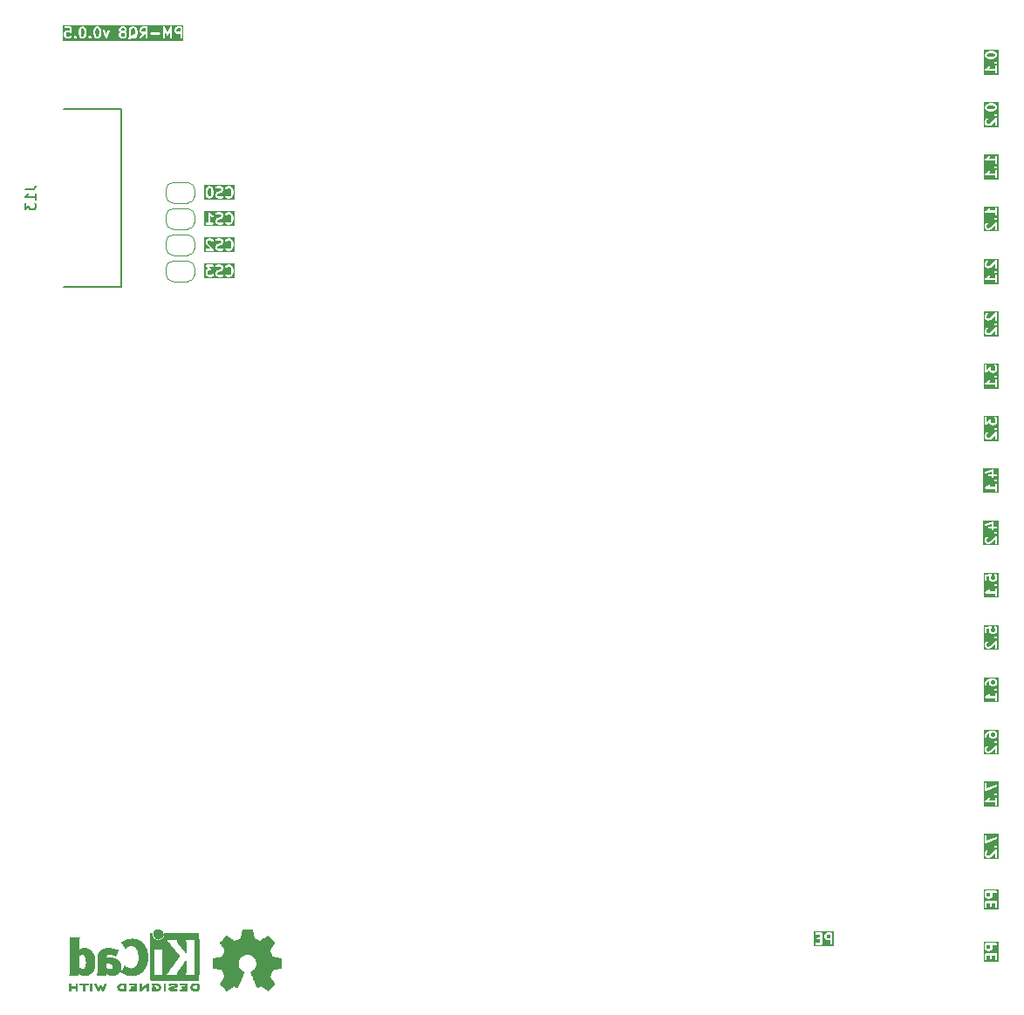
<source format=gbr>
%TF.GenerationSoftware,KiCad,Pcbnew,8.0.6-8.0.6-0~ubuntu24.04.1*%
%TF.CreationDate,2024-12-11T16:29:19+03:00*%
%TF.ProjectId,PM-RQ8,504d2d52-5138-42e6-9b69-6361645f7063,rev?*%
%TF.SameCoordinates,Original*%
%TF.FileFunction,Legend,Bot*%
%TF.FilePolarity,Positive*%
%FSLAX46Y46*%
G04 Gerber Fmt 4.6, Leading zero omitted, Abs format (unit mm)*
G04 Created by KiCad (PCBNEW 8.0.6-8.0.6-0~ubuntu24.04.1) date 2024-12-11 16:29:19*
%MOMM*%
%LPD*%
G01*
G04 APERTURE LIST*
G04 Aperture macros list*
%AMFreePoly0*
4,1,19,0.500000,-0.750000,0.000000,-0.750000,0.000000,-0.744911,-0.071157,-0.744911,-0.207708,-0.704816,-0.327430,-0.627875,-0.420627,-0.520320,-0.479746,-0.390866,-0.500000,-0.250000,-0.500000,0.250000,-0.479746,0.390866,-0.420627,0.520320,-0.327430,0.627875,-0.207708,0.704816,-0.071157,0.744911,0.000000,0.744911,0.000000,0.750000,0.500000,0.750000,0.500000,-0.750000,0.500000,-0.750000,
$1*%
%AMFreePoly1*
4,1,19,0.000000,0.744911,0.071157,0.744911,0.207708,0.704816,0.327430,0.627875,0.420627,0.520320,0.479746,0.390866,0.500000,0.250000,0.500000,-0.250000,0.479746,-0.390866,0.420627,-0.520320,0.327430,-0.627875,0.207708,-0.704816,0.071157,-0.744911,0.000000,-0.744911,0.000000,-0.750000,-0.500000,-0.750000,-0.500000,0.750000,0.000000,0.750000,0.000000,0.744911,0.000000,0.744911,
$1*%
G04 Aperture macros list end*
%ADD10C,0.200000*%
%ADD11C,0.150000*%
%ADD12C,0.120000*%
%ADD13C,0.010000*%
%ADD14C,0.152400*%
%ADD15C,1.812000*%
%ADD16R,3.500000X3.500000*%
%ADD17C,3.500000*%
%ADD18O,6.350000X6.350000*%
%ADD19FreePoly0,0.000000*%
%ADD20FreePoly1,0.000000*%
%ADD21R,1.803400X0.635000*%
%ADD22R,2.997200X2.590800*%
G04 APERTURE END LIST*
D10*
G36*
X48136028Y-37743059D02*
G01*
X48106223Y-37802668D01*
X48081554Y-37827336D01*
X48021945Y-37857142D01*
X47926302Y-37857142D01*
X47866692Y-37827337D01*
X47842024Y-37802668D01*
X47812219Y-37743058D01*
X47812219Y-37485714D01*
X48136028Y-37485714D01*
X48136028Y-37743059D01*
G37*
G36*
X48923330Y-39071094D02*
G01*
X47501108Y-39071094D01*
X47501108Y-38385714D01*
X47612219Y-38385714D01*
X47612219Y-38861904D01*
X47614140Y-38881413D01*
X47629072Y-38917461D01*
X47656662Y-38945051D01*
X47692710Y-38959983D01*
X47731728Y-38959983D01*
X47767776Y-38945051D01*
X47795366Y-38917461D01*
X47810298Y-38881413D01*
X47812219Y-38861904D01*
X47812219Y-38485714D01*
X48088409Y-38485714D01*
X48088409Y-38719047D01*
X48090330Y-38738556D01*
X48105262Y-38774604D01*
X48132852Y-38802194D01*
X48168900Y-38817126D01*
X48207918Y-38817126D01*
X48243966Y-38802194D01*
X48271556Y-38774604D01*
X48286488Y-38738556D01*
X48288409Y-38719047D01*
X48288409Y-38485714D01*
X48612219Y-38485714D01*
X48612219Y-38861904D01*
X48614140Y-38881413D01*
X48629072Y-38917461D01*
X48656662Y-38945051D01*
X48692710Y-38959983D01*
X48731728Y-38959983D01*
X48767776Y-38945051D01*
X48795366Y-38917461D01*
X48810298Y-38881413D01*
X48812219Y-38861904D01*
X48812219Y-38385714D01*
X48810298Y-38366205D01*
X48795366Y-38330157D01*
X48767776Y-38302567D01*
X48731728Y-38287635D01*
X48712219Y-38285714D01*
X47712219Y-38285714D01*
X47692710Y-38287635D01*
X47656662Y-38302567D01*
X47629072Y-38330157D01*
X47614140Y-38366205D01*
X47612219Y-38385714D01*
X47501108Y-38385714D01*
X47501108Y-37385714D01*
X47612219Y-37385714D01*
X47612219Y-37766666D01*
X47614140Y-37786175D01*
X47615515Y-37789495D01*
X47615770Y-37793079D01*
X47622776Y-37811387D01*
X47670395Y-37906625D01*
X47675680Y-37915021D01*
X47676691Y-37917461D01*
X47678944Y-37920207D01*
X47680838Y-37923215D01*
X47682832Y-37924944D01*
X47689127Y-37932615D01*
X47736746Y-37980233D01*
X47744412Y-37986525D01*
X47746145Y-37988523D01*
X47749153Y-37990416D01*
X47751899Y-37992670D01*
X47754339Y-37993680D01*
X47762736Y-37998966D01*
X47857973Y-38046585D01*
X47876282Y-38053591D01*
X47879865Y-38053845D01*
X47883186Y-38055221D01*
X47902695Y-38057142D01*
X48045552Y-38057142D01*
X48065061Y-38055221D01*
X48068381Y-38053845D01*
X48071965Y-38053591D01*
X48090273Y-38046585D01*
X48185511Y-37998966D01*
X48193907Y-37993680D01*
X48196347Y-37992670D01*
X48199093Y-37990416D01*
X48202101Y-37988523D01*
X48203830Y-37986528D01*
X48211501Y-37980234D01*
X48259119Y-37932615D01*
X48265411Y-37924948D01*
X48267409Y-37923216D01*
X48269302Y-37920207D01*
X48271556Y-37917462D01*
X48272566Y-37915021D01*
X48277852Y-37906625D01*
X48325471Y-37811388D01*
X48332477Y-37793079D01*
X48332731Y-37789495D01*
X48334107Y-37786175D01*
X48336028Y-37766666D01*
X48336028Y-37485714D01*
X48712219Y-37485714D01*
X48731728Y-37483793D01*
X48767776Y-37468861D01*
X48795366Y-37441271D01*
X48810298Y-37405223D01*
X48810298Y-37366205D01*
X48795366Y-37330157D01*
X48767776Y-37302567D01*
X48731728Y-37287635D01*
X48712219Y-37285714D01*
X47712219Y-37285714D01*
X47692710Y-37287635D01*
X47656662Y-37302567D01*
X47629072Y-37330157D01*
X47614140Y-37366205D01*
X47612219Y-37385714D01*
X47501108Y-37385714D01*
X47501108Y-37174603D01*
X48923330Y-37174603D01*
X48923330Y-39071094D01*
G37*
G36*
X48486837Y38928030D02*
G01*
X48557746Y38892575D01*
X48582414Y38867908D01*
X48612219Y38808298D01*
X48612219Y38760274D01*
X48582414Y38700665D01*
X48557746Y38675998D01*
X48486837Y38640543D01*
X48318956Y38598572D01*
X48105480Y38598572D01*
X47937599Y38640543D01*
X47866692Y38675996D01*
X47842024Y38700665D01*
X47812219Y38760275D01*
X47812219Y38808298D01*
X47842024Y38867908D01*
X47866692Y38892577D01*
X47937599Y38928030D01*
X48105480Y38970000D01*
X48318956Y38970000D01*
X48486837Y38928030D01*
G37*
G36*
X48923330Y36858890D02*
G01*
X47501108Y36858890D01*
X47501108Y37498572D01*
X47612219Y37498572D01*
X47612219Y37260477D01*
X47614140Y37240968D01*
X47615515Y37237648D01*
X47615770Y37234064D01*
X47622776Y37215756D01*
X47670395Y37120518D01*
X47675680Y37112122D01*
X47676691Y37109682D01*
X47678944Y37106936D01*
X47680838Y37103928D01*
X47682832Y37102199D01*
X47689127Y37094528D01*
X47736746Y37046910D01*
X47744412Y37040618D01*
X47746145Y37038620D01*
X47749153Y37036727D01*
X47751899Y37034473D01*
X47754339Y37033463D01*
X47762736Y37028177D01*
X47857973Y36980558D01*
X47876282Y36973552D01*
X47879865Y36973298D01*
X47883186Y36971922D01*
X47902695Y36970001D01*
X47997933Y36970001D01*
X48007806Y36970974D01*
X48010440Y36970786D01*
X48013903Y36971574D01*
X48017442Y36971922D01*
X48019884Y36972934D01*
X48029556Y36975133D01*
X48172412Y37022752D01*
X48190313Y37030743D01*
X48193028Y37033099D01*
X48196347Y37034473D01*
X48211501Y37046909D01*
X48612219Y37447627D01*
X48612219Y37070001D01*
X48614140Y37050492D01*
X48629072Y37014444D01*
X48656662Y36986854D01*
X48692710Y36971922D01*
X48731728Y36971922D01*
X48767776Y36986854D01*
X48795366Y37014444D01*
X48810298Y37050492D01*
X48812219Y37070001D01*
X48812219Y37689048D01*
X48810298Y37708557D01*
X48795366Y37744605D01*
X48767776Y37772195D01*
X48731728Y37787127D01*
X48692710Y37787127D01*
X48656662Y37772195D01*
X48641508Y37759759D01*
X48086770Y37205023D01*
X47981706Y37170001D01*
X47926302Y37170001D01*
X47866692Y37199806D01*
X47842024Y37224475D01*
X47812219Y37284085D01*
X47812219Y37474965D01*
X47842024Y37534575D01*
X47878167Y37570718D01*
X47890604Y37585871D01*
X47905535Y37621920D01*
X47905535Y37660938D01*
X47890604Y37696986D01*
X47863014Y37724576D01*
X47826966Y37739507D01*
X47787948Y37739507D01*
X47751899Y37724576D01*
X47736746Y37712139D01*
X47689127Y37664521D01*
X47682832Y37656851D01*
X47680838Y37655121D01*
X47678944Y37652114D01*
X47676691Y37649367D01*
X47675680Y37646928D01*
X47670395Y37638531D01*
X47622776Y37543293D01*
X47615770Y37524985D01*
X47615515Y37521402D01*
X47614140Y37518081D01*
X47612219Y37498572D01*
X47501108Y37498572D01*
X47501108Y38089509D01*
X48518901Y38089509D01*
X48518901Y38050491D01*
X48520385Y38046908D01*
X48533832Y38014443D01*
X48533833Y38014442D01*
X48546270Y37999289D01*
X48593890Y37951670D01*
X48609043Y37939233D01*
X48634533Y37928676D01*
X48645091Y37924302D01*
X48645092Y37924302D01*
X48684109Y37924302D01*
X48705226Y37933050D01*
X48720158Y37939234D01*
X48720162Y37939239D01*
X48735311Y37951670D01*
X48782929Y37999289D01*
X48795366Y38014442D01*
X48806735Y38041890D01*
X48810298Y38050491D01*
X48810298Y38089509D01*
X48795366Y38125557D01*
X48795366Y38125558D01*
X48782929Y38140711D01*
X48735311Y38188330D01*
X48720162Y38200762D01*
X48720158Y38200766D01*
X48705226Y38206951D01*
X48684109Y38215698D01*
X48645091Y38215698D01*
X48634533Y38211325D01*
X48609043Y38200767D01*
X48593890Y38188330D01*
X48546270Y38140711D01*
X48533833Y38125558D01*
X48533832Y38125557D01*
X48523274Y38100067D01*
X48518901Y38089509D01*
X47501108Y38089509D01*
X47501108Y38831905D01*
X47612219Y38831905D01*
X47612219Y38736667D01*
X47614140Y38717158D01*
X47615515Y38713838D01*
X47615770Y38710254D01*
X47622776Y38691946D01*
X47670395Y38596708D01*
X47675680Y38588312D01*
X47676691Y38585872D01*
X47678944Y38583126D01*
X47680838Y38580118D01*
X47682832Y38578389D01*
X47689127Y38570718D01*
X47736746Y38523100D01*
X47744412Y38516808D01*
X47746145Y38514810D01*
X47749153Y38512917D01*
X47751899Y38510663D01*
X47754339Y38509653D01*
X47762736Y38504367D01*
X47857973Y38456748D01*
X47859401Y38456202D01*
X47859981Y38455772D01*
X47868157Y38452851D01*
X47876282Y38449742D01*
X47877002Y38449691D01*
X47878441Y38449177D01*
X48068917Y38401558D01*
X48072298Y38401058D01*
X48073662Y38400493D01*
X48081012Y38399770D01*
X48088310Y38398690D01*
X48089768Y38398908D01*
X48093171Y38398572D01*
X48331266Y38398572D01*
X48334668Y38398908D01*
X48336127Y38398690D01*
X48343424Y38399770D01*
X48350775Y38400493D01*
X48352138Y38401058D01*
X48355520Y38401558D01*
X48545995Y38449177D01*
X48547432Y38449691D01*
X48548155Y38449742D01*
X48556279Y38452851D01*
X48564456Y38455772D01*
X48565036Y38456203D01*
X48566463Y38456748D01*
X48661701Y38504367D01*
X48670093Y38509651D01*
X48672537Y38510662D01*
X48675286Y38512919D01*
X48678291Y38514810D01*
X48680020Y38516805D01*
X48687690Y38523099D01*
X48735310Y38570717D01*
X48741603Y38578386D01*
X48743600Y38580117D01*
X48745493Y38583126D01*
X48747747Y38585871D01*
X48748757Y38588312D01*
X48754043Y38596708D01*
X48801662Y38691945D01*
X48808668Y38710254D01*
X48808922Y38713838D01*
X48810298Y38717158D01*
X48812219Y38736667D01*
X48812219Y38831905D01*
X48810298Y38851414D01*
X48808922Y38854735D01*
X48808668Y38858318D01*
X48801662Y38876627D01*
X48754043Y38971864D01*
X48748757Y38980261D01*
X48747747Y38982701D01*
X48745493Y38985447D01*
X48743600Y38988455D01*
X48741603Y38990187D01*
X48735310Y38997855D01*
X48687690Y39045473D01*
X48680020Y39051768D01*
X48678291Y39053762D01*
X48675286Y39055654D01*
X48672537Y39057910D01*
X48670093Y39058922D01*
X48661701Y39064205D01*
X48566463Y39111824D01*
X48565036Y39112370D01*
X48564456Y39112800D01*
X48556279Y39115722D01*
X48548155Y39118830D01*
X48547432Y39118882D01*
X48545995Y39119395D01*
X48355520Y39167014D01*
X48352138Y39167515D01*
X48350775Y39168079D01*
X48343424Y39168803D01*
X48336127Y39169882D01*
X48334668Y39169665D01*
X48331266Y39170000D01*
X48093171Y39170000D01*
X48089768Y39169665D01*
X48088310Y39169882D01*
X48081012Y39168803D01*
X48073662Y39168079D01*
X48072298Y39167515D01*
X48068917Y39167014D01*
X47878441Y39119395D01*
X47877002Y39118882D01*
X47876282Y39118830D01*
X47868157Y39115722D01*
X47859981Y39112800D01*
X47859401Y39112371D01*
X47857973Y39111824D01*
X47762736Y39064205D01*
X47754339Y39058920D01*
X47751899Y39057909D01*
X47749153Y39055656D01*
X47746145Y39053762D01*
X47744412Y39051765D01*
X47736746Y39045472D01*
X47689127Y38997854D01*
X47682832Y38990184D01*
X47680838Y38988454D01*
X47678944Y38985447D01*
X47676691Y38982700D01*
X47675680Y38980261D01*
X47670395Y38971864D01*
X47622776Y38876626D01*
X47615770Y38858318D01*
X47615515Y38854735D01*
X47614140Y38851414D01*
X47612219Y38831905D01*
X47501108Y38831905D01*
X47501108Y39281111D01*
X48923330Y39281111D01*
X48923330Y36858890D01*
G37*
G36*
X48923330Y-34201110D02*
G01*
X47501108Y-34201110D01*
X47501108Y-33561428D01*
X47612219Y-33561428D01*
X47612219Y-33799523D01*
X47614140Y-33819032D01*
X47615515Y-33822352D01*
X47615770Y-33825936D01*
X47622776Y-33844244D01*
X47670395Y-33939482D01*
X47675680Y-33947878D01*
X47676691Y-33950318D01*
X47678944Y-33953064D01*
X47680838Y-33956072D01*
X47682832Y-33957801D01*
X47689127Y-33965472D01*
X47736746Y-34013090D01*
X47744412Y-34019382D01*
X47746145Y-34021380D01*
X47749153Y-34023273D01*
X47751899Y-34025527D01*
X47754339Y-34026537D01*
X47762736Y-34031823D01*
X47857973Y-34079442D01*
X47876282Y-34086448D01*
X47879865Y-34086702D01*
X47883186Y-34088078D01*
X47902695Y-34089999D01*
X47997933Y-34089999D01*
X48007806Y-34089026D01*
X48010440Y-34089214D01*
X48013903Y-34088426D01*
X48017442Y-34088078D01*
X48019884Y-34087066D01*
X48029556Y-34084867D01*
X48172412Y-34037248D01*
X48190313Y-34029257D01*
X48193028Y-34026901D01*
X48196347Y-34025527D01*
X48211501Y-34013091D01*
X48612219Y-33612373D01*
X48612219Y-33989999D01*
X48614140Y-34009508D01*
X48629072Y-34045556D01*
X48656662Y-34073146D01*
X48692710Y-34088078D01*
X48731728Y-34088078D01*
X48767776Y-34073146D01*
X48795366Y-34045556D01*
X48810298Y-34009508D01*
X48812219Y-33989999D01*
X48812219Y-33370952D01*
X48810298Y-33351443D01*
X48795366Y-33315395D01*
X48767776Y-33287805D01*
X48731728Y-33272873D01*
X48692710Y-33272873D01*
X48656662Y-33287805D01*
X48641508Y-33300241D01*
X48086770Y-33854977D01*
X47981706Y-33889999D01*
X47926302Y-33889999D01*
X47866692Y-33860194D01*
X47842024Y-33835525D01*
X47812219Y-33775915D01*
X47812219Y-33585035D01*
X47842024Y-33525425D01*
X47878167Y-33489282D01*
X47890604Y-33474129D01*
X47905535Y-33438080D01*
X47905535Y-33399062D01*
X47890604Y-33363014D01*
X47863014Y-33335424D01*
X47826966Y-33320493D01*
X47787948Y-33320493D01*
X47751899Y-33335424D01*
X47736746Y-33347861D01*
X47689127Y-33395479D01*
X47682832Y-33403149D01*
X47680838Y-33404879D01*
X47678944Y-33407886D01*
X47676691Y-33410633D01*
X47675680Y-33413072D01*
X47670395Y-33421469D01*
X47622776Y-33516707D01*
X47615770Y-33535015D01*
X47615515Y-33538598D01*
X47614140Y-33541919D01*
X47612219Y-33561428D01*
X47501108Y-33561428D01*
X47501108Y-32970491D01*
X48518901Y-32970491D01*
X48518901Y-33009509D01*
X48520385Y-33013092D01*
X48533832Y-33045557D01*
X48533833Y-33045558D01*
X48546270Y-33060711D01*
X48593890Y-33108330D01*
X48609043Y-33120767D01*
X48634533Y-33131324D01*
X48645091Y-33135698D01*
X48645092Y-33135698D01*
X48684109Y-33135698D01*
X48705226Y-33126950D01*
X48720158Y-33120766D01*
X48720162Y-33120761D01*
X48735311Y-33108330D01*
X48782929Y-33060711D01*
X48795366Y-33045558D01*
X48806735Y-33018110D01*
X48810298Y-33009509D01*
X48810298Y-32970491D01*
X48795366Y-32934443D01*
X48795366Y-32934442D01*
X48782929Y-32919289D01*
X48735311Y-32871670D01*
X48720162Y-32859238D01*
X48720158Y-32859234D01*
X48705226Y-32853049D01*
X48684109Y-32844302D01*
X48645091Y-32844302D01*
X48634533Y-32848675D01*
X48609043Y-32859233D01*
X48593890Y-32871670D01*
X48546270Y-32919289D01*
X48533833Y-32934442D01*
X48533832Y-32934443D01*
X48523274Y-32959933D01*
X48518901Y-32970491D01*
X47501108Y-32970491D01*
X47501108Y-31942381D01*
X47612219Y-31942381D01*
X47612219Y-32609047D01*
X47614140Y-32628556D01*
X47614377Y-32629129D01*
X47614385Y-32629751D01*
X47621851Y-32647172D01*
X47629072Y-32664604D01*
X47629509Y-32665041D01*
X47629755Y-32665614D01*
X47643303Y-32678835D01*
X47656662Y-32692194D01*
X47657236Y-32692431D01*
X47657680Y-32692865D01*
X47675212Y-32699878D01*
X47692710Y-32707126D01*
X47693332Y-32707126D01*
X47693907Y-32707356D01*
X47712799Y-32707126D01*
X47731728Y-32707126D01*
X47732301Y-32706888D01*
X47732923Y-32706881D01*
X47751611Y-32700962D01*
X48751611Y-32272391D01*
X48768785Y-32262940D01*
X48796037Y-32235015D01*
X48810528Y-32198788D01*
X48810052Y-32159773D01*
X48794682Y-32123909D01*
X48766758Y-32096658D01*
X48730530Y-32082167D01*
X48691515Y-32082642D01*
X48672827Y-32088562D01*
X47812219Y-32457392D01*
X47812219Y-31942381D01*
X47810298Y-31922872D01*
X47795366Y-31886824D01*
X47767776Y-31859234D01*
X47731728Y-31844302D01*
X47692710Y-31844302D01*
X47656662Y-31859234D01*
X47629072Y-31886824D01*
X47614140Y-31922872D01*
X47612219Y-31942381D01*
X47501108Y-31942381D01*
X47501108Y-31733191D01*
X48923330Y-31733191D01*
X48923330Y-34201110D01*
G37*
G36*
X48923330Y16538890D02*
G01*
X47501108Y16538890D01*
X47501108Y17178572D01*
X47612219Y17178572D01*
X47612219Y16940477D01*
X47614140Y16920968D01*
X47615515Y16917648D01*
X47615770Y16914064D01*
X47622776Y16895756D01*
X47670395Y16800518D01*
X47675680Y16792122D01*
X47676691Y16789682D01*
X47678944Y16786936D01*
X47680838Y16783928D01*
X47682832Y16782199D01*
X47689127Y16774528D01*
X47736746Y16726910D01*
X47744412Y16720618D01*
X47746145Y16718620D01*
X47749153Y16716727D01*
X47751899Y16714473D01*
X47754339Y16713463D01*
X47762736Y16708177D01*
X47857973Y16660558D01*
X47876282Y16653552D01*
X47879865Y16653298D01*
X47883186Y16651922D01*
X47902695Y16650001D01*
X47997933Y16650001D01*
X48007806Y16650974D01*
X48010440Y16650786D01*
X48013903Y16651574D01*
X48017442Y16651922D01*
X48019884Y16652934D01*
X48029556Y16655133D01*
X48172412Y16702752D01*
X48190313Y16710743D01*
X48193028Y16713099D01*
X48196347Y16714473D01*
X48211501Y16726909D01*
X48612219Y17127627D01*
X48612219Y16750001D01*
X48614140Y16730492D01*
X48629072Y16694444D01*
X48656662Y16666854D01*
X48692710Y16651922D01*
X48731728Y16651922D01*
X48767776Y16666854D01*
X48795366Y16694444D01*
X48810298Y16730492D01*
X48812219Y16750001D01*
X48812219Y17369048D01*
X48810298Y17388557D01*
X48795366Y17424605D01*
X48767776Y17452195D01*
X48731728Y17467127D01*
X48692710Y17467127D01*
X48656662Y17452195D01*
X48641508Y17439759D01*
X48086770Y16885023D01*
X47981706Y16850001D01*
X47926302Y16850001D01*
X47866692Y16879806D01*
X47842024Y16904475D01*
X47812219Y16964085D01*
X47812219Y17154965D01*
X47842024Y17214575D01*
X47878167Y17250718D01*
X47890604Y17265871D01*
X47905535Y17301920D01*
X47905535Y17340938D01*
X47890604Y17376986D01*
X47863014Y17404576D01*
X47826966Y17419507D01*
X47787948Y17419507D01*
X47751899Y17404576D01*
X47736746Y17392139D01*
X47689127Y17344521D01*
X47682832Y17336851D01*
X47680838Y17335121D01*
X47678944Y17332114D01*
X47676691Y17329367D01*
X47675680Y17326928D01*
X47670395Y17318531D01*
X47622776Y17223293D01*
X47615770Y17204985D01*
X47615515Y17201402D01*
X47614140Y17198081D01*
X47612219Y17178572D01*
X47501108Y17178572D01*
X47501108Y17769509D01*
X48518901Y17769509D01*
X48518901Y17730491D01*
X48520385Y17726908D01*
X48533832Y17694443D01*
X48533833Y17694442D01*
X48546270Y17679289D01*
X48593890Y17631670D01*
X48609043Y17619233D01*
X48634533Y17608676D01*
X48645091Y17604302D01*
X48645092Y17604302D01*
X48684109Y17604302D01*
X48705226Y17613050D01*
X48720158Y17619234D01*
X48720162Y17619239D01*
X48735311Y17631670D01*
X48782929Y17679289D01*
X48795366Y17694442D01*
X48806735Y17721890D01*
X48810298Y17730491D01*
X48810298Y17769509D01*
X48795366Y17805557D01*
X48795366Y17805558D01*
X48782929Y17820711D01*
X48735311Y17868330D01*
X48720162Y17880762D01*
X48720158Y17880766D01*
X48705226Y17886951D01*
X48684109Y17895698D01*
X48645091Y17895698D01*
X48634533Y17891325D01*
X48609043Y17880767D01*
X48593890Y17868330D01*
X48546270Y17820711D01*
X48533833Y17805558D01*
X48533832Y17805557D01*
X48523274Y17780067D01*
X48518901Y17769509D01*
X47501108Y17769509D01*
X47501108Y18607143D01*
X47612219Y18607143D01*
X47612219Y18369048D01*
X47614140Y18349539D01*
X47615515Y18346219D01*
X47615770Y18342635D01*
X47622776Y18324327D01*
X47670395Y18229089D01*
X47675680Y18220693D01*
X47676691Y18218253D01*
X47678944Y18215507D01*
X47680838Y18212499D01*
X47682832Y18210770D01*
X47689127Y18203099D01*
X47736746Y18155481D01*
X47744412Y18149189D01*
X47746145Y18147191D01*
X47749153Y18145298D01*
X47751899Y18143044D01*
X47754339Y18142034D01*
X47762736Y18136748D01*
X47857973Y18089129D01*
X47876282Y18082123D01*
X47879865Y18081869D01*
X47883186Y18080493D01*
X47902695Y18078572D01*
X47997933Y18078572D01*
X48007806Y18079545D01*
X48010440Y18079357D01*
X48013903Y18080145D01*
X48017442Y18080493D01*
X48019884Y18081505D01*
X48029556Y18083704D01*
X48172412Y18131323D01*
X48190313Y18139314D01*
X48193028Y18141670D01*
X48196347Y18143044D01*
X48211501Y18155480D01*
X48612219Y18556198D01*
X48612219Y18178572D01*
X48614140Y18159063D01*
X48629072Y18123015D01*
X48656662Y18095425D01*
X48692710Y18080493D01*
X48731728Y18080493D01*
X48767776Y18095425D01*
X48795366Y18123015D01*
X48810298Y18159063D01*
X48812219Y18178572D01*
X48812219Y18797619D01*
X48810298Y18817128D01*
X48795366Y18853176D01*
X48767776Y18880766D01*
X48731728Y18895698D01*
X48692710Y18895698D01*
X48656662Y18880766D01*
X48641508Y18868330D01*
X48086770Y18313594D01*
X47981706Y18278572D01*
X47926302Y18278572D01*
X47866692Y18308377D01*
X47842024Y18333046D01*
X47812219Y18392656D01*
X47812219Y18583536D01*
X47842024Y18643146D01*
X47878167Y18679289D01*
X47890604Y18694442D01*
X47905535Y18730491D01*
X47905535Y18769509D01*
X47890604Y18805557D01*
X47863014Y18833147D01*
X47826966Y18848078D01*
X47787948Y18848078D01*
X47751899Y18833147D01*
X47736746Y18820710D01*
X47689127Y18773092D01*
X47682832Y18765422D01*
X47680838Y18763692D01*
X47678944Y18760685D01*
X47676691Y18757938D01*
X47675680Y18755499D01*
X47670395Y18747102D01*
X47622776Y18651864D01*
X47615770Y18633556D01*
X47615515Y18629973D01*
X47614140Y18626652D01*
X47612219Y18607143D01*
X47501108Y18607143D01*
X47501108Y19006809D01*
X48923330Y19006809D01*
X48923330Y16538890D01*
G37*
G36*
X-34927658Y45677587D02*
G01*
X-34987268Y45647781D01*
X-35055574Y45647781D01*
X-35047283Y45656073D01*
X-34987673Y45685877D01*
X-34919367Y45685877D01*
X-34927658Y45677587D01*
G37*
G36*
X-34927660Y46417977D02*
G01*
X-34863481Y46353798D01*
X-34825566Y46202139D01*
X-34825566Y45893425D01*
X-34837430Y45845969D01*
X-34860485Y45869024D01*
X-34896533Y45883956D01*
X-34916042Y45885877D01*
X-35011280Y45885877D01*
X-35030789Y45883956D01*
X-35034110Y45882581D01*
X-35037693Y45882326D01*
X-35056002Y45875320D01*
X-35151239Y45827701D01*
X-35159636Y45822416D01*
X-35162076Y45821405D01*
X-35164822Y45819152D01*
X-35167830Y45817258D01*
X-35169563Y45815261D01*
X-35177229Y45808968D01*
X-35249375Y45736822D01*
X-35254317Y45741764D01*
X-35292232Y45893425D01*
X-35292232Y46202138D01*
X-35254317Y46353798D01*
X-35190138Y46417977D01*
X-35130530Y46447781D01*
X-34987268Y46447781D01*
X-34927660Y46417977D01*
G37*
G36*
X-39880040Y46417976D02*
G01*
X-39855371Y46393308D01*
X-39819918Y46322401D01*
X-39777947Y46154520D01*
X-39777947Y45941044D01*
X-39819918Y45773163D01*
X-39855371Y45702257D01*
X-39880040Y45677587D01*
X-39939649Y45647781D01*
X-39987673Y45647781D01*
X-40047283Y45677586D01*
X-40071950Y45702254D01*
X-40107405Y45773163D01*
X-40149375Y45941044D01*
X-40149375Y46154519D01*
X-40107405Y46322401D01*
X-40071951Y46393308D01*
X-40047283Y46417977D01*
X-39987673Y46447781D01*
X-39939649Y46447781D01*
X-39880040Y46417976D01*
G37*
G36*
X-38451469Y46417976D02*
G01*
X-38426800Y46393308D01*
X-38391347Y46322401D01*
X-38349376Y46154520D01*
X-38349376Y45941044D01*
X-38391347Y45773163D01*
X-38426800Y45702257D01*
X-38451469Y45677587D01*
X-38511078Y45647781D01*
X-38559102Y45647781D01*
X-38618712Y45677586D01*
X-38643379Y45702254D01*
X-38678834Y45773163D01*
X-38720804Y45941044D01*
X-38720804Y46154519D01*
X-38678834Y46322401D01*
X-38643380Y46393308D01*
X-38618712Y46417977D01*
X-38559102Y46447781D01*
X-38511078Y46447781D01*
X-38451469Y46417976D01*
G37*
G36*
X-35927659Y45989405D02*
G01*
X-35902990Y45964737D01*
X-35873185Y45905127D01*
X-35873185Y45761865D01*
X-35902990Y45702257D01*
X-35927659Y45677587D01*
X-35987268Y45647781D01*
X-36130530Y45647781D01*
X-36190140Y45677586D01*
X-36214807Y45702254D01*
X-36244613Y45761866D01*
X-36244613Y45905127D01*
X-36214808Y45964737D01*
X-36190140Y45989406D01*
X-36130530Y46019210D01*
X-35987268Y46019210D01*
X-35927659Y45989405D01*
G37*
G36*
X-35927659Y46417976D02*
G01*
X-35902990Y46393308D01*
X-35873185Y46333698D01*
X-35873185Y46333293D01*
X-35902990Y46273684D01*
X-35927659Y46249016D01*
X-35987268Y46219210D01*
X-36130530Y46219210D01*
X-36190140Y46249015D01*
X-36214808Y46273684D01*
X-36244613Y46333294D01*
X-36244613Y46333698D01*
X-36214808Y46393308D01*
X-36190140Y46417977D01*
X-36130530Y46447781D01*
X-35987268Y46447781D01*
X-35927659Y46417976D01*
G37*
G36*
X-33873185Y46123972D02*
G01*
X-34130530Y46123972D01*
X-34190140Y46153777D01*
X-34214808Y46178446D01*
X-34244613Y46238056D01*
X-34244613Y46333698D01*
X-34214808Y46393308D01*
X-34190140Y46417977D01*
X-34130530Y46447781D01*
X-33873185Y46447781D01*
X-33873185Y46123972D01*
G37*
G36*
X-30492233Y46123972D02*
G01*
X-30749578Y46123972D01*
X-30809188Y46153777D01*
X-30833856Y46178446D01*
X-30863661Y46238056D01*
X-30863661Y46333698D01*
X-30833856Y46393308D01*
X-30809188Y46417977D01*
X-30749578Y46447781D01*
X-30492233Y46447781D01*
X-30492233Y46123972D01*
G37*
G36*
X-30181122Y45242217D02*
G01*
X-41889057Y45242217D01*
X-41889057Y45976353D01*
X-41777946Y45976353D01*
X-41777946Y45738258D01*
X-41776025Y45718749D01*
X-41774650Y45715429D01*
X-41774395Y45711845D01*
X-41767389Y45693537D01*
X-41719770Y45598299D01*
X-41714487Y45589907D01*
X-41713475Y45587463D01*
X-41711219Y45584714D01*
X-41709327Y45581709D01*
X-41707333Y45579980D01*
X-41701038Y45572310D01*
X-41653420Y45524690D01*
X-41645752Y45518397D01*
X-41644020Y45516400D01*
X-41641012Y45514507D01*
X-41638266Y45512253D01*
X-41635826Y45511243D01*
X-41627429Y45505957D01*
X-41532192Y45458338D01*
X-41513883Y45451332D01*
X-41510300Y45451078D01*
X-41506979Y45449702D01*
X-41487470Y45447781D01*
X-41249375Y45447781D01*
X-41229866Y45449702D01*
X-41226546Y45451078D01*
X-41222962Y45451332D01*
X-41204654Y45458338D01*
X-41109416Y45505957D01*
X-41101021Y45511242D01*
X-41098579Y45512253D01*
X-41095832Y45514509D01*
X-41092826Y45516400D01*
X-41091096Y45518395D01*
X-41083426Y45524690D01*
X-41035807Y45572310D01*
X-41023370Y45587463D01*
X-41012002Y45614909D01*
X-40823645Y45614909D01*
X-40823645Y45575891D01*
X-40818055Y45562396D01*
X-40808713Y45539842D01*
X-40808709Y45539838D01*
X-40796277Y45524689D01*
X-40748658Y45477071D01*
X-40733505Y45464634D01*
X-40727092Y45461978D01*
X-40697456Y45449702D01*
X-40658438Y45449702D01*
X-40622390Y45464634D01*
X-40607236Y45477070D01*
X-40559618Y45524689D01*
X-40547181Y45539842D01*
X-40540429Y45556144D01*
X-40532250Y45575890D01*
X-40532249Y45614908D01*
X-40547180Y45650957D01*
X-40559617Y45666110D01*
X-40607236Y45713730D01*
X-40622389Y45726167D01*
X-40632415Y45730320D01*
X-40647017Y45736368D01*
X-40658438Y45741099D01*
X-40697456Y45741099D01*
X-40708014Y45736726D01*
X-40733504Y45726168D01*
X-40733505Y45726167D01*
X-40748659Y45713730D01*
X-40796277Y45666110D01*
X-40808714Y45650957D01*
X-40818727Y45626781D01*
X-40823645Y45614909D01*
X-41012002Y45614909D01*
X-41008439Y45623512D01*
X-41008440Y45662530D01*
X-41023371Y45698578D01*
X-41050962Y45726168D01*
X-41087010Y45741099D01*
X-41126028Y45741098D01*
X-41162076Y45726167D01*
X-41177230Y45713730D01*
X-41213373Y45677587D01*
X-41272982Y45647781D01*
X-41463863Y45647781D01*
X-41523473Y45677586D01*
X-41548140Y45702254D01*
X-41577946Y45761866D01*
X-41577946Y45952746D01*
X-41548141Y46012356D01*
X-41523473Y46037025D01*
X-41463863Y46066829D01*
X-41272982Y46066829D01*
X-41213373Y46037024D01*
X-41177229Y46000881D01*
X-41162076Y45988444D01*
X-41157422Y45986517D01*
X-41153526Y45983329D01*
X-41139533Y45979107D01*
X-41126027Y45973513D01*
X-41120993Y45973513D01*
X-41116171Y45972058D01*
X-41101620Y45973513D01*
X-41087009Y45973513D01*
X-41082360Y45975439D01*
X-41077347Y45975940D01*
X-41064464Y45982852D01*
X-41050961Y45988444D01*
X-41047401Y45992005D01*
X-41042963Y45994385D01*
X-41033708Y46005698D01*
X-41023371Y46016034D01*
X-41021444Y46020687D01*
X-41018256Y46024583D01*
X-41014034Y46038578D01*
X-41008440Y46052082D01*
X-41008440Y46057116D01*
X-41006985Y46061938D01*
X-41007014Y46081541D01*
X-41015543Y46166829D01*
X-40349375Y46166829D01*
X-40349375Y45928734D01*
X-40349040Y45925332D01*
X-40349257Y45923873D01*
X-40348178Y45916576D01*
X-40347454Y45909225D01*
X-40346890Y45907862D01*
X-40346389Y45904480D01*
X-40298770Y45714005D01*
X-40298257Y45712568D01*
X-40298205Y45711845D01*
X-40295097Y45703721D01*
X-40292175Y45695544D01*
X-40291745Y45694964D01*
X-40291199Y45693537D01*
X-40243580Y45598299D01*
X-40238297Y45589907D01*
X-40237285Y45587463D01*
X-40235029Y45584714D01*
X-40233137Y45581709D01*
X-40231143Y45579980D01*
X-40224848Y45572310D01*
X-40177230Y45524690D01*
X-40169562Y45518397D01*
X-40167830Y45516400D01*
X-40164822Y45514507D01*
X-40162076Y45512253D01*
X-40159636Y45511243D01*
X-40151239Y45505957D01*
X-40056002Y45458338D01*
X-40037693Y45451332D01*
X-40034110Y45451078D01*
X-40030789Y45449702D01*
X-40011280Y45447781D01*
X-39916042Y45447781D01*
X-39896533Y45449702D01*
X-39893213Y45451078D01*
X-39889629Y45451332D01*
X-39871321Y45458338D01*
X-39776083Y45505957D01*
X-39767688Y45511242D01*
X-39765246Y45512253D01*
X-39762499Y45514509D01*
X-39759493Y45516400D01*
X-39757763Y45518395D01*
X-39750093Y45524690D01*
X-39702474Y45572310D01*
X-39696182Y45579977D01*
X-39694185Y45581708D01*
X-39692292Y45584716D01*
X-39690037Y45587463D01*
X-39689026Y45589905D01*
X-39683742Y45598299D01*
X-39675437Y45614909D01*
X-39395074Y45614909D01*
X-39395074Y45575891D01*
X-39389484Y45562396D01*
X-39380142Y45539842D01*
X-39380138Y45539838D01*
X-39367706Y45524689D01*
X-39320087Y45477071D01*
X-39304934Y45464634D01*
X-39298521Y45461978D01*
X-39268885Y45449702D01*
X-39229867Y45449702D01*
X-39193819Y45464634D01*
X-39178665Y45477070D01*
X-39131047Y45524689D01*
X-39118610Y45539842D01*
X-39111858Y45556144D01*
X-39103679Y45575890D01*
X-39103678Y45614908D01*
X-39118609Y45650957D01*
X-39131046Y45666110D01*
X-39178665Y45713730D01*
X-39193818Y45726167D01*
X-39203844Y45730320D01*
X-39218446Y45736368D01*
X-39229867Y45741099D01*
X-39268885Y45741099D01*
X-39279443Y45736726D01*
X-39304933Y45726168D01*
X-39304934Y45726167D01*
X-39320088Y45713730D01*
X-39367706Y45666110D01*
X-39380143Y45650957D01*
X-39390156Y45626781D01*
X-39395074Y45614909D01*
X-39675437Y45614909D01*
X-39636123Y45693536D01*
X-39635577Y45694965D01*
X-39635147Y45695544D01*
X-39632226Y45703721D01*
X-39629117Y45711845D01*
X-39629066Y45712566D01*
X-39628552Y45714004D01*
X-39580933Y45904480D01*
X-39580433Y45907862D01*
X-39579868Y45909225D01*
X-39579145Y45916576D01*
X-39578065Y45923873D01*
X-39578283Y45925332D01*
X-39577947Y45928734D01*
X-39577947Y46166829D01*
X-38920804Y46166829D01*
X-38920804Y45928734D01*
X-38920469Y45925332D01*
X-38920686Y45923873D01*
X-38919607Y45916576D01*
X-38918883Y45909225D01*
X-38918319Y45907862D01*
X-38917818Y45904480D01*
X-38870199Y45714005D01*
X-38869686Y45712568D01*
X-38869634Y45711845D01*
X-38866526Y45703721D01*
X-38863604Y45695544D01*
X-38863174Y45694964D01*
X-38862628Y45693537D01*
X-38815009Y45598299D01*
X-38809726Y45589907D01*
X-38808714Y45587463D01*
X-38806458Y45584714D01*
X-38804566Y45581709D01*
X-38802572Y45579980D01*
X-38796277Y45572310D01*
X-38748659Y45524690D01*
X-38740991Y45518397D01*
X-38739259Y45516400D01*
X-38736251Y45514507D01*
X-38733505Y45512253D01*
X-38731065Y45511243D01*
X-38722668Y45505957D01*
X-38627431Y45458338D01*
X-38609122Y45451332D01*
X-38605539Y45451078D01*
X-38602218Y45449702D01*
X-38582709Y45447781D01*
X-38487471Y45447781D01*
X-38467962Y45449702D01*
X-38464642Y45451078D01*
X-38461058Y45451332D01*
X-38442750Y45458338D01*
X-38347512Y45505957D01*
X-38339117Y45511242D01*
X-38336675Y45512253D01*
X-38333928Y45514509D01*
X-38330922Y45516400D01*
X-38329192Y45518395D01*
X-38321522Y45524690D01*
X-38273903Y45572310D01*
X-38267611Y45579977D01*
X-38265614Y45581708D01*
X-38263721Y45584716D01*
X-38261466Y45587463D01*
X-38260455Y45589905D01*
X-38255171Y45598299D01*
X-38207552Y45693536D01*
X-38207006Y45694965D01*
X-38206576Y45695544D01*
X-38203655Y45703721D01*
X-38200546Y45711845D01*
X-38200495Y45712566D01*
X-38199981Y45714004D01*
X-38152362Y45904480D01*
X-38151862Y45907862D01*
X-38151297Y45909225D01*
X-38150574Y45916576D01*
X-38149494Y45923873D01*
X-38149712Y45925332D01*
X-38149376Y45928734D01*
X-38149376Y46166829D01*
X-38149712Y46170232D01*
X-38149494Y46171690D01*
X-38150574Y46178988D01*
X-38151297Y46186338D01*
X-38151862Y46187702D01*
X-38152362Y46191083D01*
X-38154550Y46199833D01*
X-38014969Y46199833D01*
X-38010216Y46180814D01*
X-37772121Y45514148D01*
X-37763751Y45496421D01*
X-37760381Y45492699D01*
X-37758233Y45488164D01*
X-37747382Y45478341D01*
X-37737564Y45467496D01*
X-37733032Y45465349D01*
X-37729307Y45461977D01*
X-37715517Y45457053D01*
X-37702302Y45450792D01*
X-37697292Y45450543D01*
X-37692562Y45448854D01*
X-37677941Y45449582D01*
X-37663332Y45448855D01*
X-37658607Y45450543D01*
X-37653592Y45450792D01*
X-37640366Y45457058D01*
X-37626587Y45461978D01*
X-37622867Y45465347D01*
X-37618330Y45467495D01*
X-37608508Y45478346D01*
X-37597661Y45488164D01*
X-37595514Y45492699D01*
X-37592143Y45496421D01*
X-37583773Y45514147D01*
X-37345678Y46180814D01*
X-37340925Y46199833D01*
X-37342863Y46238803D01*
X-37359566Y46274065D01*
X-37388492Y46300251D01*
X-37425237Y46313374D01*
X-37464207Y46311437D01*
X-37499469Y46294733D01*
X-37525656Y46265808D01*
X-37534026Y46248081D01*
X-37677947Y45845103D01*
X-37821868Y46248082D01*
X-37830238Y46265808D01*
X-37856425Y46294734D01*
X-37891687Y46311437D01*
X-37930657Y46313375D01*
X-37967402Y46300252D01*
X-37996328Y46274065D01*
X-38013031Y46238803D01*
X-38014969Y46199833D01*
X-38154550Y46199833D01*
X-38193918Y46357305D01*
X-36444613Y46357305D01*
X-36444613Y46309686D01*
X-36442692Y46290177D01*
X-36441317Y46286857D01*
X-36441062Y46283273D01*
X-36434056Y46264965D01*
X-36386437Y46169727D01*
X-36381152Y46161331D01*
X-36380141Y46158891D01*
X-36377888Y46156145D01*
X-36375994Y46153137D01*
X-36374000Y46151408D01*
X-36367705Y46143737D01*
X-36343178Y46119210D01*
X-36367705Y46094683D01*
X-36374000Y46087013D01*
X-36375994Y46085283D01*
X-36377888Y46082276D01*
X-36380141Y46079529D01*
X-36381152Y46077090D01*
X-36386437Y46068693D01*
X-36434056Y45973455D01*
X-36441062Y45955147D01*
X-36441317Y45951564D01*
X-36442692Y45948243D01*
X-36444613Y45928734D01*
X-36444613Y45738258D01*
X-36442692Y45718749D01*
X-36441317Y45715429D01*
X-36441062Y45711845D01*
X-36434056Y45693537D01*
X-36386437Y45598299D01*
X-36381154Y45589907D01*
X-36380142Y45587463D01*
X-36377886Y45584714D01*
X-36375994Y45581709D01*
X-36374000Y45579980D01*
X-36367705Y45572310D01*
X-36320087Y45524690D01*
X-36312419Y45518397D01*
X-36310687Y45516400D01*
X-36307679Y45514507D01*
X-36304933Y45512253D01*
X-36302493Y45511243D01*
X-36294096Y45505957D01*
X-36198859Y45458338D01*
X-36180550Y45451332D01*
X-36176967Y45451078D01*
X-36173646Y45449702D01*
X-36154137Y45447781D01*
X-35963661Y45447781D01*
X-35944152Y45449702D01*
X-35940832Y45451078D01*
X-35937248Y45451332D01*
X-35918940Y45458338D01*
X-35905516Y45465050D01*
X-35539066Y45465050D01*
X-35536300Y45426130D01*
X-35518851Y45391231D01*
X-35489374Y45365667D01*
X-35452358Y45353328D01*
X-35413438Y45356094D01*
X-35395130Y45363100D01*
X-35299892Y45410719D01*
X-35291496Y45416005D01*
X-35289056Y45417015D01*
X-35286310Y45419269D01*
X-35283302Y45421162D01*
X-35281573Y45423157D01*
X-35273902Y45429451D01*
X-35229630Y45473724D01*
X-35198859Y45458338D01*
X-35180550Y45451332D01*
X-35176967Y45451078D01*
X-35173646Y45449702D01*
X-35154137Y45447781D01*
X-34963661Y45447781D01*
X-34944152Y45449702D01*
X-34940832Y45451078D01*
X-34937248Y45451332D01*
X-34918940Y45458338D01*
X-34823702Y45505957D01*
X-34815307Y45511242D01*
X-34812865Y45512253D01*
X-34810118Y45514509D01*
X-34807112Y45516400D01*
X-34805382Y45518395D01*
X-34797712Y45524690D01*
X-34702474Y45619929D01*
X-34690037Y45635082D01*
X-34687192Y45641953D01*
X-34682766Y45647925D01*
X-34676171Y45666385D01*
X-34628552Y45856861D01*
X-34628052Y45860243D01*
X-34627487Y45861606D01*
X-34626764Y45868957D01*
X-34625684Y45876254D01*
X-34625902Y45877713D01*
X-34625566Y45881115D01*
X-34625566Y46214448D01*
X-34625902Y46217851D01*
X-34625684Y46219309D01*
X-34626764Y46226607D01*
X-34627487Y46233957D01*
X-34628052Y46235321D01*
X-34628552Y46238702D01*
X-34658203Y46357305D01*
X-34444613Y46357305D01*
X-34444613Y46214448D01*
X-34442692Y46194939D01*
X-34441317Y46191619D01*
X-34441062Y46188035D01*
X-34434056Y46169727D01*
X-34386437Y46074489D01*
X-34381152Y46066093D01*
X-34380141Y46063653D01*
X-34377888Y46060907D01*
X-34375994Y46057899D01*
X-34374000Y46056170D01*
X-34367705Y46048499D01*
X-34320086Y46000881D01*
X-34312420Y45994589D01*
X-34310687Y45992591D01*
X-34307679Y45990698D01*
X-34304933Y45988444D01*
X-34302493Y45987434D01*
X-34294096Y45982148D01*
X-34198859Y45934529D01*
X-34196569Y45933653D01*
X-34426536Y45605127D01*
X-34436150Y45588043D01*
X-34444590Y45549949D01*
X-34437809Y45511524D01*
X-34416840Y45478619D01*
X-34384875Y45456244D01*
X-34346781Y45447804D01*
X-34308356Y45454585D01*
X-34275451Y45475554D01*
X-34262690Y45490435D01*
X-33959215Y45923972D01*
X-33873185Y45923972D01*
X-33873185Y45547781D01*
X-33871264Y45528272D01*
X-33856332Y45492224D01*
X-33828742Y45464634D01*
X-33792694Y45449702D01*
X-33753676Y45449702D01*
X-33717628Y45464634D01*
X-33690038Y45492224D01*
X-33675106Y45528272D01*
X-33673185Y45547781D01*
X-33673185Y45948243D01*
X-33395073Y45948243D01*
X-33395073Y45909225D01*
X-33380141Y45873177D01*
X-33352551Y45845587D01*
X-33316503Y45830655D01*
X-33296994Y45828734D01*
X-32535090Y45828734D01*
X-32515581Y45830655D01*
X-32479533Y45845587D01*
X-32451943Y45873177D01*
X-32437011Y45909225D01*
X-32437011Y45948243D01*
X-32451943Y45984291D01*
X-32479533Y46011881D01*
X-32515581Y46026813D01*
X-32535090Y46028734D01*
X-33296994Y46028734D01*
X-33316503Y46026813D01*
X-33352551Y46011881D01*
X-33380141Y45984291D01*
X-33395073Y45948243D01*
X-33673185Y45948243D01*
X-33673185Y46547781D01*
X-32158899Y46547781D01*
X-32158899Y45547781D01*
X-32156978Y45528272D01*
X-32142046Y45492224D01*
X-32114456Y45464634D01*
X-32078408Y45449702D01*
X-32039390Y45449702D01*
X-32003342Y45464634D01*
X-31975752Y45492224D01*
X-31960820Y45528272D01*
X-31958899Y45547781D01*
X-31958899Y46097025D01*
X-31816184Y45791207D01*
X-31811952Y45784062D01*
X-31811072Y45781644D01*
X-31809507Y45779935D01*
X-31806193Y45774341D01*
X-31794983Y45764075D01*
X-31784721Y45752869D01*
X-31780696Y45750991D01*
X-31777418Y45747989D01*
X-31763136Y45742796D01*
X-31749363Y45736368D01*
X-31744924Y45736173D01*
X-31740749Y45734655D01*
X-31725566Y45735323D01*
X-31710383Y45734655D01*
X-31706210Y45736173D01*
X-31701768Y45736368D01*
X-31687984Y45742801D01*
X-31673714Y45747990D01*
X-31670441Y45750988D01*
X-31666411Y45752868D01*
X-31656142Y45764083D01*
X-31644939Y45774341D01*
X-31641628Y45779932D01*
X-31640059Y45781644D01*
X-31639179Y45784066D01*
X-31634948Y45791207D01*
X-31492233Y46097026D01*
X-31492233Y45547781D01*
X-31490312Y45528272D01*
X-31475380Y45492224D01*
X-31447790Y45464634D01*
X-31411742Y45449702D01*
X-31372724Y45449702D01*
X-31336676Y45464634D01*
X-31309086Y45492224D01*
X-31294154Y45528272D01*
X-31292233Y45547781D01*
X-31292233Y46357305D01*
X-31063661Y46357305D01*
X-31063661Y46214448D01*
X-31061740Y46194939D01*
X-31060365Y46191619D01*
X-31060110Y46188035D01*
X-31053104Y46169727D01*
X-31005485Y46074489D01*
X-31000200Y46066093D01*
X-30999189Y46063653D01*
X-30996936Y46060907D01*
X-30995042Y46057899D01*
X-30993048Y46056170D01*
X-30986753Y46048499D01*
X-30939134Y46000881D01*
X-30931468Y45994589D01*
X-30929735Y45992591D01*
X-30926727Y45990698D01*
X-30923981Y45988444D01*
X-30921541Y45987434D01*
X-30913144Y45982148D01*
X-30817907Y45934529D01*
X-30799598Y45927523D01*
X-30796015Y45927269D01*
X-30792694Y45925893D01*
X-30773185Y45923972D01*
X-30492233Y45923972D01*
X-30492233Y45547781D01*
X-30490312Y45528272D01*
X-30475380Y45492224D01*
X-30447790Y45464634D01*
X-30411742Y45449702D01*
X-30372724Y45449702D01*
X-30336676Y45464634D01*
X-30309086Y45492224D01*
X-30294154Y45528272D01*
X-30292233Y45547781D01*
X-30292233Y46547781D01*
X-30294154Y46567290D01*
X-30309086Y46603338D01*
X-30336676Y46630928D01*
X-30372724Y46645860D01*
X-30392233Y46647781D01*
X-30773185Y46647781D01*
X-30792694Y46645860D01*
X-30796015Y46644485D01*
X-30799598Y46644230D01*
X-30817907Y46637224D01*
X-30913144Y46589605D01*
X-30921541Y46584320D01*
X-30923981Y46583309D01*
X-30926727Y46581056D01*
X-30929735Y46579162D01*
X-30931468Y46577165D01*
X-30939134Y46570872D01*
X-30986753Y46523254D01*
X-30993048Y46515584D01*
X-30995042Y46513854D01*
X-30996936Y46510847D01*
X-30999189Y46508100D01*
X-31000200Y46505661D01*
X-31005485Y46497264D01*
X-31053104Y46402026D01*
X-31060110Y46383718D01*
X-31060365Y46380135D01*
X-31061740Y46376814D01*
X-31063661Y46357305D01*
X-31292233Y46357305D01*
X-31292233Y46547781D01*
X-31293496Y46560605D01*
X-31293392Y46562964D01*
X-31293853Y46564232D01*
X-31294154Y46567290D01*
X-31300795Y46583321D01*
X-31306726Y46599633D01*
X-31308233Y46601279D01*
X-31309086Y46603338D01*
X-31321348Y46615600D01*
X-31333078Y46628409D01*
X-31335102Y46629354D01*
X-31336676Y46630928D01*
X-31352692Y46637563D01*
X-31368435Y46644909D01*
X-31370665Y46645007D01*
X-31372724Y46645860D01*
X-31390076Y46645860D01*
X-31407416Y46646622D01*
X-31409512Y46645860D01*
X-31411742Y46645860D01*
X-31427773Y46639220D01*
X-31444085Y46633288D01*
X-31445731Y46631782D01*
X-31447790Y46630928D01*
X-31460058Y46618661D01*
X-31472860Y46606936D01*
X-31474427Y46604292D01*
X-31475380Y46603338D01*
X-31476284Y46601157D01*
X-31482851Y46590070D01*
X-31725567Y46069967D01*
X-31968281Y46590070D01*
X-31974849Y46601157D01*
X-31975752Y46603338D01*
X-31976706Y46604292D01*
X-31978272Y46606936D01*
X-31991069Y46618655D01*
X-32003342Y46630928D01*
X-32005404Y46631782D01*
X-32007047Y46633287D01*
X-32023349Y46639216D01*
X-32039390Y46645860D01*
X-32041621Y46645860D01*
X-32043716Y46646622D01*
X-32061056Y46645860D01*
X-32078408Y46645860D01*
X-32080468Y46645007D01*
X-32082696Y46644909D01*
X-32098427Y46637568D01*
X-32114456Y46630928D01*
X-32116033Y46629352D01*
X-32118054Y46628408D01*
X-32129773Y46615612D01*
X-32142046Y46603338D01*
X-32142900Y46601277D01*
X-32144405Y46599633D01*
X-32150334Y46583332D01*
X-32156978Y46567290D01*
X-32157280Y46564232D01*
X-32157740Y46562964D01*
X-32157637Y46560605D01*
X-32158899Y46547781D01*
X-33673185Y46547781D01*
X-33675106Y46567290D01*
X-33690038Y46603338D01*
X-33717628Y46630928D01*
X-33753676Y46645860D01*
X-33773185Y46647781D01*
X-34154137Y46647781D01*
X-34173646Y46645860D01*
X-34176967Y46644485D01*
X-34180550Y46644230D01*
X-34198859Y46637224D01*
X-34294096Y46589605D01*
X-34302493Y46584320D01*
X-34304933Y46583309D01*
X-34307679Y46581056D01*
X-34310687Y46579162D01*
X-34312420Y46577165D01*
X-34320086Y46570872D01*
X-34367705Y46523254D01*
X-34374000Y46515584D01*
X-34375994Y46513854D01*
X-34377888Y46510847D01*
X-34380141Y46508100D01*
X-34381152Y46505661D01*
X-34386437Y46497264D01*
X-34434056Y46402026D01*
X-34441062Y46383718D01*
X-34441317Y46380135D01*
X-34442692Y46376814D01*
X-34444613Y46357305D01*
X-34658203Y46357305D01*
X-34676171Y46429178D01*
X-34682766Y46447638D01*
X-34687193Y46453613D01*
X-34690038Y46460481D01*
X-34702474Y46475635D01*
X-34797712Y46570873D01*
X-34805383Y46577168D01*
X-34807112Y46579162D01*
X-34810120Y46581056D01*
X-34812866Y46583309D01*
X-34815306Y46584320D01*
X-34823702Y46589605D01*
X-34918940Y46637224D01*
X-34937248Y46644230D01*
X-34940832Y46644485D01*
X-34944152Y46645860D01*
X-34963661Y46647781D01*
X-35154137Y46647781D01*
X-35173646Y46645860D01*
X-35176967Y46644485D01*
X-35180550Y46644230D01*
X-35198859Y46637224D01*
X-35294096Y46589605D01*
X-35302495Y46584319D01*
X-35304932Y46583309D01*
X-35307676Y46581058D01*
X-35310687Y46579162D01*
X-35312420Y46577165D01*
X-35320086Y46570873D01*
X-35415324Y46475635D01*
X-35427760Y46460481D01*
X-35430606Y46453613D01*
X-35435032Y46447638D01*
X-35441627Y46429177D01*
X-35489246Y46238702D01*
X-35489747Y46235321D01*
X-35490311Y46233957D01*
X-35491035Y46226607D01*
X-35492114Y46219309D01*
X-35491897Y46217851D01*
X-35492232Y46214448D01*
X-35492232Y45881115D01*
X-35491897Y45877713D01*
X-35492114Y45876254D01*
X-35491035Y45868957D01*
X-35490311Y45861606D01*
X-35489747Y45860243D01*
X-35489246Y45856861D01*
X-35441627Y45666386D01*
X-35435032Y45647925D01*
X-35430607Y45641953D01*
X-35427761Y45635082D01*
X-35415324Y45619929D01*
X-35390797Y45595401D01*
X-35403850Y45582348D01*
X-35484572Y45541986D01*
X-35501163Y45531543D01*
X-35526727Y45502066D01*
X-35539066Y45465050D01*
X-35905516Y45465050D01*
X-35823702Y45505957D01*
X-35815307Y45511242D01*
X-35812865Y45512253D01*
X-35810118Y45514509D01*
X-35807112Y45516400D01*
X-35805382Y45518395D01*
X-35797712Y45524690D01*
X-35750093Y45572310D01*
X-35743801Y45579977D01*
X-35741804Y45581708D01*
X-35739911Y45584716D01*
X-35737656Y45587463D01*
X-35736645Y45589905D01*
X-35731361Y45598299D01*
X-35683742Y45693536D01*
X-35676736Y45711845D01*
X-35676482Y45715429D01*
X-35675106Y45718749D01*
X-35673185Y45738258D01*
X-35673185Y45928734D01*
X-35675106Y45948243D01*
X-35676482Y45951564D01*
X-35676736Y45955147D01*
X-35683742Y45973456D01*
X-35731361Y46068693D01*
X-35736647Y46077090D01*
X-35737657Y46079530D01*
X-35739911Y46082276D01*
X-35741804Y46085284D01*
X-35743802Y46087017D01*
X-35750094Y46094683D01*
X-35774621Y46119210D01*
X-35750094Y46143737D01*
X-35743802Y46151404D01*
X-35741804Y46153136D01*
X-35739911Y46156145D01*
X-35737657Y46158890D01*
X-35736647Y46161331D01*
X-35731361Y46169727D01*
X-35683742Y46264964D01*
X-35676736Y46283273D01*
X-35676482Y46286857D01*
X-35675106Y46290177D01*
X-35673185Y46309686D01*
X-35673185Y46357305D01*
X-35675106Y46376814D01*
X-35676482Y46380135D01*
X-35676736Y46383718D01*
X-35683742Y46402027D01*
X-35731361Y46497264D01*
X-35736647Y46505661D01*
X-35737657Y46508101D01*
X-35739911Y46510847D01*
X-35741804Y46513855D01*
X-35743802Y46515588D01*
X-35750094Y46523254D01*
X-35797712Y46570873D01*
X-35805383Y46577168D01*
X-35807112Y46579162D01*
X-35810120Y46581056D01*
X-35812866Y46583309D01*
X-35815306Y46584320D01*
X-35823702Y46589605D01*
X-35918940Y46637224D01*
X-35937248Y46644230D01*
X-35940832Y46644485D01*
X-35944152Y46645860D01*
X-35963661Y46647781D01*
X-36154137Y46647781D01*
X-36173646Y46645860D01*
X-36176967Y46644485D01*
X-36180550Y46644230D01*
X-36198859Y46637224D01*
X-36294096Y46589605D01*
X-36302493Y46584320D01*
X-36304933Y46583309D01*
X-36307679Y46581056D01*
X-36310687Y46579162D01*
X-36312420Y46577165D01*
X-36320086Y46570872D01*
X-36367705Y46523254D01*
X-36374000Y46515584D01*
X-36375994Y46513854D01*
X-36377888Y46510847D01*
X-36380141Y46508100D01*
X-36381152Y46505661D01*
X-36386437Y46497264D01*
X-36434056Y46402026D01*
X-36441062Y46383718D01*
X-36441317Y46380135D01*
X-36442692Y46376814D01*
X-36444613Y46357305D01*
X-38193918Y46357305D01*
X-38199981Y46381559D01*
X-38200495Y46382998D01*
X-38200546Y46383718D01*
X-38203655Y46391843D01*
X-38206576Y46400019D01*
X-38207006Y46400599D01*
X-38207552Y46402027D01*
X-38255171Y46497264D01*
X-38260457Y46505661D01*
X-38261467Y46508101D01*
X-38263721Y46510847D01*
X-38265614Y46513855D01*
X-38267612Y46515588D01*
X-38273904Y46523254D01*
X-38321522Y46570873D01*
X-38329193Y46577168D01*
X-38330922Y46579162D01*
X-38333930Y46581056D01*
X-38336676Y46583309D01*
X-38339116Y46584320D01*
X-38347512Y46589605D01*
X-38442750Y46637224D01*
X-38461058Y46644230D01*
X-38464642Y46644485D01*
X-38467962Y46645860D01*
X-38487471Y46647781D01*
X-38582709Y46647781D01*
X-38602218Y46645860D01*
X-38605539Y46644485D01*
X-38609122Y46644230D01*
X-38627431Y46637224D01*
X-38722668Y46589605D01*
X-38731065Y46584320D01*
X-38733505Y46583309D01*
X-38736251Y46581056D01*
X-38739259Y46579162D01*
X-38740992Y46577165D01*
X-38748658Y46570872D01*
X-38796277Y46523254D01*
X-38802572Y46515584D01*
X-38804566Y46513854D01*
X-38806460Y46510847D01*
X-38808713Y46508100D01*
X-38809724Y46505661D01*
X-38815009Y46497264D01*
X-38862628Y46402026D01*
X-38863174Y46400600D01*
X-38863604Y46400019D01*
X-38866526Y46391843D01*
X-38869634Y46383718D01*
X-38869686Y46382996D01*
X-38870199Y46381558D01*
X-38917818Y46191083D01*
X-38918319Y46187702D01*
X-38918883Y46186338D01*
X-38919607Y46178988D01*
X-38920686Y46171690D01*
X-38920469Y46170232D01*
X-38920804Y46166829D01*
X-39577947Y46166829D01*
X-39578283Y46170232D01*
X-39578065Y46171690D01*
X-39579145Y46178988D01*
X-39579868Y46186338D01*
X-39580433Y46187702D01*
X-39580933Y46191083D01*
X-39628552Y46381559D01*
X-39629066Y46382998D01*
X-39629117Y46383718D01*
X-39632226Y46391843D01*
X-39635147Y46400019D01*
X-39635577Y46400599D01*
X-39636123Y46402027D01*
X-39683742Y46497264D01*
X-39689028Y46505661D01*
X-39690038Y46508101D01*
X-39692292Y46510847D01*
X-39694185Y46513855D01*
X-39696183Y46515588D01*
X-39702475Y46523254D01*
X-39750093Y46570873D01*
X-39757764Y46577168D01*
X-39759493Y46579162D01*
X-39762501Y46581056D01*
X-39765247Y46583309D01*
X-39767687Y46584320D01*
X-39776083Y46589605D01*
X-39871321Y46637224D01*
X-39889629Y46644230D01*
X-39893213Y46644485D01*
X-39896533Y46645860D01*
X-39916042Y46647781D01*
X-40011280Y46647781D01*
X-40030789Y46645860D01*
X-40034110Y46644485D01*
X-40037693Y46644230D01*
X-40056002Y46637224D01*
X-40151239Y46589605D01*
X-40159636Y46584320D01*
X-40162076Y46583309D01*
X-40164822Y46581056D01*
X-40167830Y46579162D01*
X-40169563Y46577165D01*
X-40177229Y46570872D01*
X-40224848Y46523254D01*
X-40231143Y46515584D01*
X-40233137Y46513854D01*
X-40235031Y46510847D01*
X-40237284Y46508100D01*
X-40238295Y46505661D01*
X-40243580Y46497264D01*
X-40291199Y46402026D01*
X-40291745Y46400600D01*
X-40292175Y46400019D01*
X-40295097Y46391843D01*
X-40298205Y46383718D01*
X-40298257Y46382996D01*
X-40298770Y46381558D01*
X-40346389Y46191083D01*
X-40346890Y46187702D01*
X-40347454Y46186338D01*
X-40348178Y46178988D01*
X-40349257Y46171690D01*
X-40349040Y46170232D01*
X-40349375Y46166829D01*
X-41015543Y46166829D01*
X-41054633Y46557731D01*
X-41056058Y46564840D01*
X-41056058Y46567290D01*
X-41057010Y46569588D01*
X-41058486Y46576952D01*
X-41065396Y46589833D01*
X-41070990Y46603338D01*
X-41074551Y46606899D01*
X-41076931Y46611336D01*
X-41088244Y46620592D01*
X-41098580Y46630928D01*
X-41103233Y46632856D01*
X-41107129Y46636043D01*
X-41121119Y46640264D01*
X-41134628Y46645860D01*
X-41142106Y46646597D01*
X-41144484Y46647314D01*
X-41146921Y46647071D01*
X-41154137Y46647781D01*
X-41630327Y46647781D01*
X-41649836Y46645860D01*
X-41685884Y46630928D01*
X-41713474Y46603338D01*
X-41728406Y46567290D01*
X-41728406Y46528272D01*
X-41713474Y46492224D01*
X-41685884Y46464634D01*
X-41649836Y46449702D01*
X-41630327Y46447781D01*
X-41244636Y46447781D01*
X-41226209Y46263509D01*
X-41226546Y46263533D01*
X-41229866Y46264908D01*
X-41249375Y46266829D01*
X-41487470Y46266829D01*
X-41506979Y46264908D01*
X-41510300Y46263533D01*
X-41513883Y46263278D01*
X-41532192Y46256272D01*
X-41627429Y46208653D01*
X-41635826Y46203368D01*
X-41638266Y46202357D01*
X-41641012Y46200104D01*
X-41644020Y46198210D01*
X-41645753Y46196213D01*
X-41653419Y46189920D01*
X-41701038Y46142302D01*
X-41707333Y46134632D01*
X-41709327Y46132902D01*
X-41711221Y46129895D01*
X-41713474Y46127148D01*
X-41714485Y46124709D01*
X-41719770Y46116312D01*
X-41767389Y46021074D01*
X-41774395Y46002766D01*
X-41774650Y45999183D01*
X-41776025Y45995862D01*
X-41777946Y45976353D01*
X-41889057Y45976353D01*
X-41889057Y46758892D01*
X-30181122Y46758892D01*
X-30181122Y45242217D01*
G37*
G36*
X48923330Y31780811D02*
G01*
X47501108Y31780811D01*
X47501108Y32275820D01*
X47612219Y32275820D01*
X47614140Y32266110D01*
X47614140Y32256206D01*
X47617889Y32247154D01*
X47619791Y32237543D01*
X47625283Y32229305D01*
X47629072Y32220158D01*
X47635998Y32213232D01*
X47641434Y32205078D01*
X47649662Y32199568D01*
X47656662Y32192568D01*
X47665713Y32188819D01*
X47673854Y32183367D01*
X47683561Y32181426D01*
X47692710Y32177636D01*
X47712012Y32175736D01*
X47712114Y32175715D01*
X47712148Y32175722D01*
X47712219Y32175715D01*
X48612219Y32175715D01*
X48612219Y31990001D01*
X48614140Y31970492D01*
X48629072Y31934444D01*
X48656662Y31906854D01*
X48692710Y31891922D01*
X48731728Y31891922D01*
X48767776Y31906854D01*
X48795366Y31934444D01*
X48810298Y31970492D01*
X48812219Y31990001D01*
X48812219Y32561429D01*
X48810298Y32580938D01*
X48795366Y32616986D01*
X48767776Y32644576D01*
X48731728Y32659508D01*
X48692710Y32659508D01*
X48656662Y32644576D01*
X48629072Y32616986D01*
X48614140Y32580938D01*
X48612219Y32561429D01*
X48612219Y32375715D01*
X48001260Y32375715D01*
X48021025Y32395480D01*
X48027316Y32403147D01*
X48029314Y32404879D01*
X48031209Y32407891D01*
X48033461Y32410634D01*
X48034470Y32413072D01*
X48039757Y32421470D01*
X48087376Y32516707D01*
X48094382Y32535016D01*
X48097148Y32573936D01*
X48084809Y32610952D01*
X48059244Y32640429D01*
X48024346Y32657878D01*
X47985426Y32660643D01*
X47948410Y32648305D01*
X47918933Y32622740D01*
X47908490Y32606150D01*
X47868129Y32525428D01*
X47791365Y32448664D01*
X47656749Y32358920D01*
X47656694Y32358876D01*
X47656662Y32358862D01*
X47656588Y32358789D01*
X47641582Y32346500D01*
X47636071Y32338272D01*
X47629072Y32331272D01*
X47625322Y32322221D01*
X47619871Y32314080D01*
X47617929Y32304373D01*
X47614140Y32295224D01*
X47614140Y32285425D01*
X47612219Y32275820D01*
X47501108Y32275820D01*
X47501108Y33009509D01*
X48518901Y33009509D01*
X48518901Y32970491D01*
X48520385Y32966908D01*
X48533832Y32934443D01*
X48533833Y32934442D01*
X48546270Y32919289D01*
X48593890Y32871670D01*
X48609043Y32859233D01*
X48634533Y32848676D01*
X48645091Y32844302D01*
X48645092Y32844302D01*
X48684109Y32844302D01*
X48705226Y32853050D01*
X48720158Y32859234D01*
X48720162Y32859239D01*
X48735311Y32871670D01*
X48782929Y32919289D01*
X48795366Y32934442D01*
X48806735Y32961890D01*
X48810298Y32970491D01*
X48810298Y33009509D01*
X48795366Y33045557D01*
X48795366Y33045558D01*
X48782929Y33060711D01*
X48735311Y33108330D01*
X48720162Y33120762D01*
X48720158Y33120766D01*
X48705226Y33126951D01*
X48684109Y33135698D01*
X48645091Y33135698D01*
X48634533Y33131325D01*
X48609043Y33120767D01*
X48593890Y33108330D01*
X48546270Y33060711D01*
X48533833Y33045558D01*
X48533832Y33045557D01*
X48523274Y33020067D01*
X48518901Y33009509D01*
X47501108Y33009509D01*
X47501108Y33704391D01*
X47612219Y33704391D01*
X47614140Y33694681D01*
X47614140Y33684777D01*
X47617889Y33675725D01*
X47619791Y33666114D01*
X47625283Y33657876D01*
X47629072Y33648729D01*
X47635998Y33641803D01*
X47641434Y33633649D01*
X47649662Y33628139D01*
X47656662Y33621139D01*
X47665713Y33617390D01*
X47673854Y33611938D01*
X47683561Y33609997D01*
X47692710Y33606207D01*
X47712012Y33604307D01*
X47712114Y33604286D01*
X47712148Y33604293D01*
X47712219Y33604286D01*
X48612219Y33604286D01*
X48612219Y33418572D01*
X48614140Y33399063D01*
X48629072Y33363015D01*
X48656662Y33335425D01*
X48692710Y33320493D01*
X48731728Y33320493D01*
X48767776Y33335425D01*
X48795366Y33363015D01*
X48810298Y33399063D01*
X48812219Y33418572D01*
X48812219Y33990000D01*
X48810298Y34009509D01*
X48795366Y34045557D01*
X48767776Y34073147D01*
X48731728Y34088079D01*
X48692710Y34088079D01*
X48656662Y34073147D01*
X48629072Y34045557D01*
X48614140Y34009509D01*
X48612219Y33990000D01*
X48612219Y33804286D01*
X48001260Y33804286D01*
X48021025Y33824051D01*
X48027316Y33831718D01*
X48029314Y33833450D01*
X48031209Y33836462D01*
X48033461Y33839205D01*
X48034470Y33841643D01*
X48039757Y33850041D01*
X48087376Y33945278D01*
X48094382Y33963587D01*
X48097148Y34002507D01*
X48084809Y34039523D01*
X48059244Y34069000D01*
X48024346Y34086449D01*
X47985426Y34089214D01*
X47948410Y34076876D01*
X47918933Y34051311D01*
X47908490Y34034721D01*
X47868129Y33953999D01*
X47791365Y33877235D01*
X47656749Y33787491D01*
X47656694Y33787447D01*
X47656662Y33787433D01*
X47656588Y33787360D01*
X47641582Y33775071D01*
X47636071Y33766843D01*
X47629072Y33759843D01*
X47625322Y33750792D01*
X47619871Y33742651D01*
X47617929Y33732944D01*
X47614140Y33723795D01*
X47614140Y33713996D01*
X47612219Y33704391D01*
X47501108Y33704391D01*
X47501108Y34200325D01*
X48923330Y34200325D01*
X48923330Y31780811D01*
G37*
G36*
X-27562570Y30897976D02*
G01*
X-27537901Y30873308D01*
X-27502448Y30802401D01*
X-27460477Y30634520D01*
X-27460477Y30421044D01*
X-27502448Y30253163D01*
X-27537901Y30182257D01*
X-27562570Y30157587D01*
X-27622179Y30127781D01*
X-27670203Y30127781D01*
X-27729813Y30157586D01*
X-27754480Y30182254D01*
X-27789935Y30253163D01*
X-27831905Y30421044D01*
X-27831905Y30634519D01*
X-27789935Y30802401D01*
X-27754481Y30873308D01*
X-27729813Y30897977D01*
X-27670203Y30927781D01*
X-27622179Y30927781D01*
X-27562570Y30897976D01*
G37*
G36*
X-25196985Y29816670D02*
G01*
X-28143016Y29816670D01*
X-28143016Y30646829D01*
X-28031905Y30646829D01*
X-28031905Y30408734D01*
X-28031570Y30405332D01*
X-28031787Y30403873D01*
X-28030708Y30396576D01*
X-28029984Y30389225D01*
X-28029420Y30387862D01*
X-28028919Y30384480D01*
X-27981300Y30194005D01*
X-27980787Y30192568D01*
X-27980735Y30191845D01*
X-27977627Y30183721D01*
X-27974705Y30175544D01*
X-27974275Y30174964D01*
X-27973729Y30173537D01*
X-27926110Y30078299D01*
X-27920827Y30069907D01*
X-27919815Y30067463D01*
X-27917559Y30064714D01*
X-27915667Y30061709D01*
X-27913673Y30059980D01*
X-27907378Y30052310D01*
X-27859760Y30004690D01*
X-27852092Y29998397D01*
X-27850360Y29996400D01*
X-27847352Y29994507D01*
X-27844606Y29992253D01*
X-27842166Y29991243D01*
X-27833769Y29985957D01*
X-27738532Y29938338D01*
X-27720223Y29931332D01*
X-27716640Y29931078D01*
X-27713319Y29929702D01*
X-27693810Y29927781D01*
X-27598572Y29927781D01*
X-27579063Y29929702D01*
X-27575743Y29931078D01*
X-27572159Y29931332D01*
X-27553851Y29938338D01*
X-27458613Y29985957D01*
X-27450218Y29991242D01*
X-27447776Y29992253D01*
X-27445029Y29994509D01*
X-27442023Y29996400D01*
X-27440293Y29998395D01*
X-27432623Y30004690D01*
X-27385004Y30052310D01*
X-27378712Y30059977D01*
X-27376715Y30061708D01*
X-27374822Y30064716D01*
X-27372567Y30067463D01*
X-27371556Y30069905D01*
X-27366272Y30078299D01*
X-27318653Y30173536D01*
X-27318107Y30174965D01*
X-27317677Y30175544D01*
X-27314756Y30183721D01*
X-27311647Y30191845D01*
X-27311596Y30192566D01*
X-27311082Y30194004D01*
X-27281209Y30313496D01*
X-27079524Y30313496D01*
X-27079524Y30218258D01*
X-27077603Y30198749D01*
X-27076228Y30195429D01*
X-27075973Y30191845D01*
X-27068967Y30173537D01*
X-27021348Y30078299D01*
X-27016065Y30069907D01*
X-27015053Y30067463D01*
X-27012797Y30064714D01*
X-27010905Y30061709D01*
X-27008911Y30059980D01*
X-27002616Y30052310D01*
X-26954998Y30004690D01*
X-26947330Y29998397D01*
X-26945598Y29996400D01*
X-26942590Y29994507D01*
X-26939844Y29992253D01*
X-26937404Y29991243D01*
X-26929007Y29985957D01*
X-26833770Y29938338D01*
X-26815461Y29931332D01*
X-26811878Y29931078D01*
X-26808557Y29929702D01*
X-26789048Y29927781D01*
X-26550953Y29927781D01*
X-26541080Y29928754D01*
X-26538446Y29928566D01*
X-26534983Y29929354D01*
X-26531444Y29929702D01*
X-26529002Y29930714D01*
X-26519330Y29932913D01*
X-26376474Y29980532D01*
X-26358573Y29988523D01*
X-26329097Y30014088D01*
X-26311648Y30048987D01*
X-26308881Y30087907D01*
X-26321220Y30124923D01*
X-26346785Y30154399D01*
X-26381684Y30171849D01*
X-26420604Y30174615D01*
X-26439719Y30170268D01*
X-26567180Y30127781D01*
X-26765441Y30127781D01*
X-26825051Y30157586D01*
X-26849718Y30182254D01*
X-26879524Y30241866D01*
X-26879524Y30289889D01*
X-26849719Y30349499D01*
X-26825051Y30374168D01*
X-26754144Y30409621D01*
X-26574319Y30454577D01*
X-26572882Y30455091D01*
X-26572159Y30455142D01*
X-26564035Y30458251D01*
X-26555858Y30461172D01*
X-26555278Y30461603D01*
X-26553851Y30462148D01*
X-26458613Y30509767D01*
X-26450217Y30515053D01*
X-26447777Y30516063D01*
X-26445031Y30518317D01*
X-26442023Y30520210D01*
X-26440294Y30522205D01*
X-26432623Y30528499D01*
X-26385005Y30576118D01*
X-26378713Y30583785D01*
X-26376715Y30585517D01*
X-26374822Y30588526D01*
X-26372568Y30591271D01*
X-26371558Y30593712D01*
X-26366272Y30602108D01*
X-26318653Y30697345D01*
X-26311647Y30715654D01*
X-26311393Y30719238D01*
X-26310017Y30722558D01*
X-26308096Y30742067D01*
X-26308096Y30837305D01*
X-26310017Y30856814D01*
X-26311393Y30860135D01*
X-26311647Y30863718D01*
X-26318653Y30882027D01*
X-26353666Y30952052D01*
X-26125222Y30952052D01*
X-26125222Y30913034D01*
X-26110290Y30876986D01*
X-26082700Y30849396D01*
X-26046652Y30834464D01*
X-26007634Y30834464D01*
X-25971586Y30849396D01*
X-25956432Y30861832D01*
X-25925506Y30892760D01*
X-25820441Y30927781D01*
X-25757656Y30927781D01*
X-25652592Y30892760D01*
X-25585519Y30825687D01*
X-25550067Y30754782D01*
X-25508096Y30586901D01*
X-25508096Y30468663D01*
X-25550067Y30300782D01*
X-25585520Y30229876D01*
X-25652591Y30162803D01*
X-25757656Y30127781D01*
X-25820441Y30127781D01*
X-25925506Y30162803D01*
X-25956432Y30193730D01*
X-25971585Y30206167D01*
X-26007633Y30221098D01*
X-26046651Y30221099D01*
X-26082700Y30206168D01*
X-26110290Y30178578D01*
X-26125221Y30142530D01*
X-26125222Y30103512D01*
X-26110291Y30067463D01*
X-26097854Y30052310D01*
X-26050236Y30004690D01*
X-26035082Y29992253D01*
X-26031763Y29990878D01*
X-26029047Y29988523D01*
X-26011147Y29980532D01*
X-25868290Y29932913D01*
X-25858618Y29930714D01*
X-25856176Y29929702D01*
X-25852639Y29929354D01*
X-25849175Y29928566D01*
X-25846541Y29928754D01*
X-25836667Y29927781D01*
X-25741429Y29927781D01*
X-25731556Y29928754D01*
X-25728922Y29928566D01*
X-25725459Y29929354D01*
X-25721920Y29929702D01*
X-25719478Y29930714D01*
X-25709806Y29932913D01*
X-25566950Y29980532D01*
X-25549049Y29988523D01*
X-25546334Y29990878D01*
X-25543014Y29992253D01*
X-25527861Y30004690D01*
X-25432623Y30099929D01*
X-25426331Y30107596D01*
X-25424334Y30109327D01*
X-25422441Y30112335D01*
X-25420186Y30115082D01*
X-25419175Y30117524D01*
X-25413891Y30125918D01*
X-25366272Y30221155D01*
X-25365726Y30222584D01*
X-25365296Y30223163D01*
X-25362375Y30231340D01*
X-25359266Y30239464D01*
X-25359215Y30240185D01*
X-25358701Y30241623D01*
X-25311082Y30432099D01*
X-25310582Y30435481D01*
X-25310017Y30436844D01*
X-25309294Y30444195D01*
X-25308214Y30451492D01*
X-25308432Y30452951D01*
X-25308096Y30456353D01*
X-25308096Y30599210D01*
X-25308432Y30602613D01*
X-25308214Y30604071D01*
X-25309294Y30611369D01*
X-25310017Y30618719D01*
X-25310582Y30620083D01*
X-25311082Y30623464D01*
X-25358701Y30813940D01*
X-25359215Y30815379D01*
X-25359266Y30816099D01*
X-25362375Y30824224D01*
X-25365296Y30832400D01*
X-25365726Y30832980D01*
X-25366272Y30834408D01*
X-25413891Y30929645D01*
X-25419178Y30938044D01*
X-25420187Y30940481D01*
X-25422439Y30943225D01*
X-25424334Y30946236D01*
X-25426332Y30947969D01*
X-25432623Y30955635D01*
X-25527861Y31050873D01*
X-25543015Y31063309D01*
X-25546334Y31064684D01*
X-25549049Y31067039D01*
X-25566950Y31075030D01*
X-25709806Y31122649D01*
X-25719478Y31124849D01*
X-25721920Y31125860D01*
X-25725459Y31126209D01*
X-25728922Y31126996D01*
X-25731556Y31126809D01*
X-25741429Y31127781D01*
X-25836667Y31127781D01*
X-25846541Y31126809D01*
X-25849175Y31126996D01*
X-25852639Y31126209D01*
X-25856176Y31125860D01*
X-25858618Y31124849D01*
X-25868290Y31122649D01*
X-26011147Y31075030D01*
X-26029047Y31067039D01*
X-26031763Y31064684D01*
X-26035082Y31063309D01*
X-26050235Y31050872D01*
X-26097854Y31003254D01*
X-26110290Y30988100D01*
X-26125222Y30952052D01*
X-26353666Y30952052D01*
X-26366272Y30977264D01*
X-26371558Y30985661D01*
X-26372568Y30988101D01*
X-26374822Y30990847D01*
X-26376715Y30993855D01*
X-26378713Y30995588D01*
X-26385005Y31003254D01*
X-26432623Y31050873D01*
X-26440294Y31057168D01*
X-26442023Y31059162D01*
X-26445031Y31061056D01*
X-26447777Y31063309D01*
X-26450217Y31064320D01*
X-26458613Y31069605D01*
X-26553851Y31117224D01*
X-26572159Y31124230D01*
X-26575743Y31124485D01*
X-26579063Y31125860D01*
X-26598572Y31127781D01*
X-26836667Y31127781D01*
X-26846541Y31126809D01*
X-26849175Y31126996D01*
X-26852639Y31126209D01*
X-26856176Y31125860D01*
X-26858618Y31124849D01*
X-26868290Y31122649D01*
X-27011147Y31075030D01*
X-27029047Y31067039D01*
X-27058523Y31041474D01*
X-27075973Y31006575D01*
X-27078739Y30967655D01*
X-27066401Y30930639D01*
X-27040836Y30901163D01*
X-27005937Y30883713D01*
X-26967017Y30880947D01*
X-26947901Y30885294D01*
X-26820441Y30927781D01*
X-26622179Y30927781D01*
X-26562570Y30897976D01*
X-26537901Y30873308D01*
X-26508096Y30813698D01*
X-26508096Y30765674D01*
X-26537901Y30706065D01*
X-26562570Y30681397D01*
X-26633477Y30645943D01*
X-26813302Y30600986D01*
X-26814741Y30600473D01*
X-26815461Y30600421D01*
X-26823586Y30597313D01*
X-26831762Y30594391D01*
X-26832342Y30593962D01*
X-26833770Y30593415D01*
X-26929007Y30545796D01*
X-26937404Y30540511D01*
X-26939844Y30539500D01*
X-26942590Y30537247D01*
X-26945598Y30535353D01*
X-26947331Y30533356D01*
X-26954997Y30527063D01*
X-27002616Y30479445D01*
X-27008911Y30471775D01*
X-27010905Y30470045D01*
X-27012799Y30467038D01*
X-27015052Y30464291D01*
X-27016063Y30461852D01*
X-27021348Y30453455D01*
X-27068967Y30358217D01*
X-27075973Y30339909D01*
X-27076228Y30336326D01*
X-27077603Y30333005D01*
X-27079524Y30313496D01*
X-27281209Y30313496D01*
X-27263463Y30384480D01*
X-27262963Y30387862D01*
X-27262398Y30389225D01*
X-27261675Y30396576D01*
X-27260595Y30403873D01*
X-27260813Y30405332D01*
X-27260477Y30408734D01*
X-27260477Y30646829D01*
X-27260813Y30650232D01*
X-27260595Y30651690D01*
X-27261675Y30658988D01*
X-27262398Y30666338D01*
X-27262963Y30667702D01*
X-27263463Y30671083D01*
X-27311082Y30861559D01*
X-27311596Y30862998D01*
X-27311647Y30863718D01*
X-27314756Y30871843D01*
X-27317677Y30880019D01*
X-27318107Y30880599D01*
X-27318653Y30882027D01*
X-27366272Y30977264D01*
X-27371558Y30985661D01*
X-27372568Y30988101D01*
X-27374822Y30990847D01*
X-27376715Y30993855D01*
X-27378713Y30995588D01*
X-27385005Y31003254D01*
X-27432623Y31050873D01*
X-27440294Y31057168D01*
X-27442023Y31059162D01*
X-27445031Y31061056D01*
X-27447777Y31063309D01*
X-27450217Y31064320D01*
X-27458613Y31069605D01*
X-27553851Y31117224D01*
X-27572159Y31124230D01*
X-27575743Y31124485D01*
X-27579063Y31125860D01*
X-27598572Y31127781D01*
X-27693810Y31127781D01*
X-27713319Y31125860D01*
X-27716640Y31124485D01*
X-27720223Y31124230D01*
X-27738532Y31117224D01*
X-27833769Y31069605D01*
X-27842166Y31064320D01*
X-27844606Y31063309D01*
X-27847352Y31061056D01*
X-27850360Y31059162D01*
X-27852093Y31057165D01*
X-27859759Y31050872D01*
X-27907378Y31003254D01*
X-27913673Y30995584D01*
X-27915667Y30993854D01*
X-27917561Y30990847D01*
X-27919814Y30988100D01*
X-27920825Y30985661D01*
X-27926110Y30977264D01*
X-27973729Y30882026D01*
X-27974275Y30880600D01*
X-27974705Y30880019D01*
X-27977627Y30871843D01*
X-27980735Y30863718D01*
X-27980787Y30862996D01*
X-27981300Y30861558D01*
X-28028919Y30671083D01*
X-28029420Y30667702D01*
X-28029984Y30666338D01*
X-28030708Y30658988D01*
X-28031787Y30651690D01*
X-28031570Y30650232D01*
X-28031905Y30646829D01*
X-28143016Y30646829D01*
X-28143016Y31238892D01*
X-25196985Y31238892D01*
X-25196985Y29816670D01*
G37*
G36*
X-25196985Y24736670D02*
G01*
X-28143016Y24736670D01*
X-28143016Y25757305D01*
X-28031905Y25757305D01*
X-28031905Y25662067D01*
X-28030933Y25652194D01*
X-28031120Y25649560D01*
X-28030333Y25646097D01*
X-28029984Y25642558D01*
X-28028973Y25640116D01*
X-28026773Y25630444D01*
X-27979154Y25487588D01*
X-27971163Y25469687D01*
X-27968808Y25466972D01*
X-27967433Y25463653D01*
X-27954997Y25448499D01*
X-27554280Y25047781D01*
X-27931905Y25047781D01*
X-27951414Y25045860D01*
X-27987462Y25030928D01*
X-28015052Y25003338D01*
X-28029984Y24967290D01*
X-28029984Y24928272D01*
X-28015052Y24892224D01*
X-27987462Y24864634D01*
X-27951414Y24849702D01*
X-27931905Y24847781D01*
X-27312858Y24847781D01*
X-27293349Y24849702D01*
X-27257301Y24864634D01*
X-27229711Y24892224D01*
X-27214779Y24928272D01*
X-27214779Y24967290D01*
X-27229711Y25003338D01*
X-27242147Y25018492D01*
X-27457151Y25233496D01*
X-27079524Y25233496D01*
X-27079524Y25138258D01*
X-27077603Y25118749D01*
X-27076228Y25115429D01*
X-27075973Y25111845D01*
X-27068967Y25093537D01*
X-27021348Y24998299D01*
X-27016065Y24989907D01*
X-27015053Y24987463D01*
X-27012797Y24984714D01*
X-27010905Y24981709D01*
X-27008911Y24979980D01*
X-27002616Y24972310D01*
X-26954998Y24924690D01*
X-26947330Y24918397D01*
X-26945598Y24916400D01*
X-26942590Y24914507D01*
X-26939844Y24912253D01*
X-26937404Y24911243D01*
X-26929007Y24905957D01*
X-26833770Y24858338D01*
X-26815461Y24851332D01*
X-26811878Y24851078D01*
X-26808557Y24849702D01*
X-26789048Y24847781D01*
X-26550953Y24847781D01*
X-26541080Y24848754D01*
X-26538446Y24848566D01*
X-26534983Y24849354D01*
X-26531444Y24849702D01*
X-26529002Y24850714D01*
X-26519330Y24852913D01*
X-26376474Y24900532D01*
X-26358573Y24908523D01*
X-26329097Y24934088D01*
X-26311648Y24968987D01*
X-26308881Y25007907D01*
X-26321220Y25044923D01*
X-26346785Y25074399D01*
X-26381684Y25091849D01*
X-26420604Y25094615D01*
X-26439719Y25090268D01*
X-26567180Y25047781D01*
X-26765441Y25047781D01*
X-26825051Y25077586D01*
X-26849718Y25102254D01*
X-26879524Y25161866D01*
X-26879524Y25209889D01*
X-26849719Y25269499D01*
X-26825051Y25294168D01*
X-26754144Y25329621D01*
X-26574319Y25374577D01*
X-26572882Y25375091D01*
X-26572159Y25375142D01*
X-26564035Y25378251D01*
X-26555858Y25381172D01*
X-26555278Y25381603D01*
X-26553851Y25382148D01*
X-26458613Y25429767D01*
X-26450217Y25435053D01*
X-26447777Y25436063D01*
X-26445031Y25438317D01*
X-26442023Y25440210D01*
X-26440294Y25442205D01*
X-26432623Y25448499D01*
X-26385005Y25496118D01*
X-26378713Y25503785D01*
X-26376715Y25505517D01*
X-26374822Y25508526D01*
X-26372568Y25511271D01*
X-26371558Y25513712D01*
X-26366272Y25522108D01*
X-26318653Y25617345D01*
X-26311647Y25635654D01*
X-26311393Y25639238D01*
X-26310017Y25642558D01*
X-26308096Y25662067D01*
X-26308096Y25757305D01*
X-26310017Y25776814D01*
X-26311393Y25780135D01*
X-26311647Y25783718D01*
X-26318653Y25802027D01*
X-26353666Y25872052D01*
X-26125222Y25872052D01*
X-26125222Y25833034D01*
X-26110290Y25796986D01*
X-26082700Y25769396D01*
X-26046652Y25754464D01*
X-26007634Y25754464D01*
X-25971586Y25769396D01*
X-25956432Y25781832D01*
X-25925506Y25812760D01*
X-25820441Y25847781D01*
X-25757656Y25847781D01*
X-25652592Y25812760D01*
X-25585519Y25745687D01*
X-25550067Y25674782D01*
X-25508096Y25506901D01*
X-25508096Y25388663D01*
X-25550067Y25220782D01*
X-25585520Y25149876D01*
X-25652591Y25082803D01*
X-25757656Y25047781D01*
X-25820441Y25047781D01*
X-25925506Y25082803D01*
X-25956432Y25113730D01*
X-25971585Y25126167D01*
X-26007633Y25141098D01*
X-26046651Y25141099D01*
X-26082700Y25126168D01*
X-26110290Y25098578D01*
X-26125221Y25062530D01*
X-26125222Y25023512D01*
X-26110291Y24987463D01*
X-26097854Y24972310D01*
X-26050236Y24924690D01*
X-26035082Y24912253D01*
X-26031763Y24910878D01*
X-26029047Y24908523D01*
X-26011147Y24900532D01*
X-25868290Y24852913D01*
X-25858618Y24850714D01*
X-25856176Y24849702D01*
X-25852639Y24849354D01*
X-25849175Y24848566D01*
X-25846541Y24848754D01*
X-25836667Y24847781D01*
X-25741429Y24847781D01*
X-25731556Y24848754D01*
X-25728922Y24848566D01*
X-25725459Y24849354D01*
X-25721920Y24849702D01*
X-25719478Y24850714D01*
X-25709806Y24852913D01*
X-25566950Y24900532D01*
X-25549049Y24908523D01*
X-25546334Y24910878D01*
X-25543014Y24912253D01*
X-25527861Y24924690D01*
X-25432623Y25019929D01*
X-25426331Y25027596D01*
X-25424334Y25029327D01*
X-25422441Y25032335D01*
X-25420186Y25035082D01*
X-25419175Y25037524D01*
X-25413891Y25045918D01*
X-25366272Y25141155D01*
X-25365726Y25142584D01*
X-25365296Y25143163D01*
X-25362375Y25151340D01*
X-25359266Y25159464D01*
X-25359215Y25160185D01*
X-25358701Y25161623D01*
X-25311082Y25352099D01*
X-25310582Y25355481D01*
X-25310017Y25356844D01*
X-25309294Y25364195D01*
X-25308214Y25371492D01*
X-25308432Y25372951D01*
X-25308096Y25376353D01*
X-25308096Y25519210D01*
X-25308432Y25522613D01*
X-25308214Y25524071D01*
X-25309294Y25531369D01*
X-25310017Y25538719D01*
X-25310582Y25540083D01*
X-25311082Y25543464D01*
X-25358701Y25733940D01*
X-25359215Y25735379D01*
X-25359266Y25736099D01*
X-25362375Y25744224D01*
X-25365296Y25752400D01*
X-25365726Y25752980D01*
X-25366272Y25754408D01*
X-25413891Y25849645D01*
X-25419178Y25858044D01*
X-25420187Y25860481D01*
X-25422439Y25863225D01*
X-25424334Y25866236D01*
X-25426332Y25867969D01*
X-25432623Y25875635D01*
X-25527861Y25970873D01*
X-25543015Y25983309D01*
X-25546334Y25984684D01*
X-25549049Y25987039D01*
X-25566950Y25995030D01*
X-25709806Y26042649D01*
X-25719478Y26044849D01*
X-25721920Y26045860D01*
X-25725459Y26046209D01*
X-25728922Y26046996D01*
X-25731556Y26046809D01*
X-25741429Y26047781D01*
X-25836667Y26047781D01*
X-25846541Y26046809D01*
X-25849175Y26046996D01*
X-25852639Y26046209D01*
X-25856176Y26045860D01*
X-25858618Y26044849D01*
X-25868290Y26042649D01*
X-26011147Y25995030D01*
X-26029047Y25987039D01*
X-26031763Y25984684D01*
X-26035082Y25983309D01*
X-26050235Y25970872D01*
X-26097854Y25923254D01*
X-26110290Y25908100D01*
X-26125222Y25872052D01*
X-26353666Y25872052D01*
X-26366272Y25897264D01*
X-26371558Y25905661D01*
X-26372568Y25908101D01*
X-26374822Y25910847D01*
X-26376715Y25913855D01*
X-26378713Y25915588D01*
X-26385005Y25923254D01*
X-26432623Y25970873D01*
X-26440294Y25977168D01*
X-26442023Y25979162D01*
X-26445031Y25981056D01*
X-26447777Y25983309D01*
X-26450217Y25984320D01*
X-26458613Y25989605D01*
X-26553851Y26037224D01*
X-26572159Y26044230D01*
X-26575743Y26044485D01*
X-26579063Y26045860D01*
X-26598572Y26047781D01*
X-26836667Y26047781D01*
X-26846541Y26046809D01*
X-26849175Y26046996D01*
X-26852639Y26046209D01*
X-26856176Y26045860D01*
X-26858618Y26044849D01*
X-26868290Y26042649D01*
X-27011147Y25995030D01*
X-27029047Y25987039D01*
X-27058523Y25961474D01*
X-27075973Y25926575D01*
X-27078739Y25887655D01*
X-27066401Y25850639D01*
X-27040836Y25821163D01*
X-27005937Y25803713D01*
X-26967017Y25800947D01*
X-26947901Y25805294D01*
X-26820441Y25847781D01*
X-26622179Y25847781D01*
X-26562570Y25817976D01*
X-26537901Y25793308D01*
X-26508096Y25733698D01*
X-26508096Y25685674D01*
X-26537901Y25626065D01*
X-26562570Y25601397D01*
X-26633477Y25565943D01*
X-26813302Y25520986D01*
X-26814741Y25520473D01*
X-26815461Y25520421D01*
X-26823586Y25517313D01*
X-26831762Y25514391D01*
X-26832342Y25513962D01*
X-26833770Y25513415D01*
X-26929007Y25465796D01*
X-26937404Y25460511D01*
X-26939844Y25459500D01*
X-26942590Y25457247D01*
X-26945598Y25455353D01*
X-26947331Y25453356D01*
X-26954997Y25447063D01*
X-27002616Y25399445D01*
X-27008911Y25391775D01*
X-27010905Y25390045D01*
X-27012799Y25387038D01*
X-27015052Y25384291D01*
X-27016063Y25381852D01*
X-27021348Y25373455D01*
X-27068967Y25278217D01*
X-27075973Y25259909D01*
X-27076228Y25256326D01*
X-27077603Y25253005D01*
X-27079524Y25233496D01*
X-27457151Y25233496D01*
X-27796884Y25573230D01*
X-27831905Y25678294D01*
X-27831905Y25733698D01*
X-27802100Y25793308D01*
X-27777432Y25817977D01*
X-27717822Y25847781D01*
X-27526941Y25847781D01*
X-27467332Y25817976D01*
X-27431188Y25781833D01*
X-27416035Y25769396D01*
X-27379986Y25754465D01*
X-27340968Y25754465D01*
X-27304920Y25769396D01*
X-27277330Y25796986D01*
X-27262399Y25833034D01*
X-27262399Y25872052D01*
X-27277330Y25908101D01*
X-27289767Y25923254D01*
X-27337385Y25970873D01*
X-27345056Y25977168D01*
X-27346785Y25979162D01*
X-27349793Y25981056D01*
X-27352539Y25983309D01*
X-27354979Y25984320D01*
X-27363375Y25989605D01*
X-27458613Y26037224D01*
X-27476921Y26044230D01*
X-27480505Y26044485D01*
X-27483825Y26045860D01*
X-27503334Y26047781D01*
X-27741429Y26047781D01*
X-27760938Y26045860D01*
X-27764259Y26044485D01*
X-27767842Y26044230D01*
X-27786151Y26037224D01*
X-27881388Y25989605D01*
X-27889785Y25984320D01*
X-27892225Y25983309D01*
X-27894971Y25981056D01*
X-27897979Y25979162D01*
X-27899712Y25977165D01*
X-27907378Y25970872D01*
X-27954997Y25923254D01*
X-27961292Y25915584D01*
X-27963286Y25913854D01*
X-27965180Y25910847D01*
X-27967433Y25908100D01*
X-27968444Y25905661D01*
X-27973729Y25897264D01*
X-28021348Y25802026D01*
X-28028354Y25783718D01*
X-28028609Y25780135D01*
X-28029984Y25776814D01*
X-28031905Y25757305D01*
X-28143016Y25757305D01*
X-28143016Y26158892D01*
X-25196985Y26158892D01*
X-25196985Y24736670D01*
G37*
G36*
X48923330Y21620811D02*
G01*
X47501108Y21620811D01*
X47501108Y22115820D01*
X47612219Y22115820D01*
X47614140Y22106110D01*
X47614140Y22096206D01*
X47617889Y22087154D01*
X47619791Y22077543D01*
X47625283Y22069305D01*
X47629072Y22060158D01*
X47635998Y22053232D01*
X47641434Y22045078D01*
X47649662Y22039568D01*
X47656662Y22032568D01*
X47665713Y22028819D01*
X47673854Y22023367D01*
X47683561Y22021426D01*
X47692710Y22017636D01*
X47712012Y22015736D01*
X47712114Y22015715D01*
X47712148Y22015722D01*
X47712219Y22015715D01*
X48612219Y22015715D01*
X48612219Y21830001D01*
X48614140Y21810492D01*
X48629072Y21774444D01*
X48656662Y21746854D01*
X48692710Y21731922D01*
X48731728Y21731922D01*
X48767776Y21746854D01*
X48795366Y21774444D01*
X48810298Y21810492D01*
X48812219Y21830001D01*
X48812219Y22401429D01*
X48810298Y22420938D01*
X48795366Y22456986D01*
X48767776Y22484576D01*
X48731728Y22499508D01*
X48692710Y22499508D01*
X48656662Y22484576D01*
X48629072Y22456986D01*
X48614140Y22420938D01*
X48612219Y22401429D01*
X48612219Y22215715D01*
X48001260Y22215715D01*
X48021025Y22235480D01*
X48027316Y22243147D01*
X48029314Y22244879D01*
X48031209Y22247891D01*
X48033461Y22250634D01*
X48034470Y22253072D01*
X48039757Y22261470D01*
X48087376Y22356707D01*
X48094382Y22375016D01*
X48097148Y22413936D01*
X48084809Y22450952D01*
X48059244Y22480429D01*
X48024346Y22497878D01*
X47985426Y22500643D01*
X47948410Y22488305D01*
X47918933Y22462740D01*
X47908490Y22446150D01*
X47868129Y22365428D01*
X47791365Y22288664D01*
X47656749Y22198920D01*
X47656694Y22198876D01*
X47656662Y22198862D01*
X47656588Y22198789D01*
X47641582Y22186500D01*
X47636071Y22178272D01*
X47629072Y22171272D01*
X47625322Y22162221D01*
X47619871Y22154080D01*
X47617929Y22144373D01*
X47614140Y22135224D01*
X47614140Y22125425D01*
X47612219Y22115820D01*
X47501108Y22115820D01*
X47501108Y22849509D01*
X48518901Y22849509D01*
X48518901Y22810491D01*
X48520385Y22806908D01*
X48533832Y22774443D01*
X48533833Y22774442D01*
X48546270Y22759289D01*
X48593890Y22711670D01*
X48609043Y22699233D01*
X48634533Y22688676D01*
X48645091Y22684302D01*
X48645092Y22684302D01*
X48684109Y22684302D01*
X48705226Y22693050D01*
X48720158Y22699234D01*
X48720162Y22699239D01*
X48735311Y22711670D01*
X48782929Y22759289D01*
X48795366Y22774442D01*
X48806735Y22801890D01*
X48810298Y22810491D01*
X48810298Y22849509D01*
X48795366Y22885557D01*
X48795366Y22885558D01*
X48782929Y22900711D01*
X48735311Y22948330D01*
X48720162Y22960762D01*
X48720158Y22960766D01*
X48705226Y22966951D01*
X48684109Y22975698D01*
X48645091Y22975698D01*
X48634533Y22971325D01*
X48609043Y22960767D01*
X48593890Y22948330D01*
X48546270Y22900711D01*
X48533833Y22885558D01*
X48533832Y22885557D01*
X48523274Y22860067D01*
X48518901Y22849509D01*
X47501108Y22849509D01*
X47501108Y23687143D01*
X47612219Y23687143D01*
X47612219Y23449048D01*
X47614140Y23429539D01*
X47615515Y23426219D01*
X47615770Y23422635D01*
X47622776Y23404327D01*
X47670395Y23309089D01*
X47675680Y23300693D01*
X47676691Y23298253D01*
X47678944Y23295507D01*
X47680838Y23292499D01*
X47682832Y23290770D01*
X47689127Y23283099D01*
X47736746Y23235481D01*
X47744412Y23229189D01*
X47746145Y23227191D01*
X47749153Y23225298D01*
X47751899Y23223044D01*
X47754339Y23222034D01*
X47762736Y23216748D01*
X47857973Y23169129D01*
X47876282Y23162123D01*
X47879865Y23161869D01*
X47883186Y23160493D01*
X47902695Y23158572D01*
X47997933Y23158572D01*
X48007806Y23159545D01*
X48010440Y23159357D01*
X48013903Y23160145D01*
X48017442Y23160493D01*
X48019884Y23161505D01*
X48029556Y23163704D01*
X48172412Y23211323D01*
X48190313Y23219314D01*
X48193028Y23221670D01*
X48196347Y23223044D01*
X48211501Y23235480D01*
X48612219Y23636198D01*
X48612219Y23258572D01*
X48614140Y23239063D01*
X48629072Y23203015D01*
X48656662Y23175425D01*
X48692710Y23160493D01*
X48731728Y23160493D01*
X48767776Y23175425D01*
X48795366Y23203015D01*
X48810298Y23239063D01*
X48812219Y23258572D01*
X48812219Y23877619D01*
X48810298Y23897128D01*
X48795366Y23933176D01*
X48767776Y23960766D01*
X48731728Y23975698D01*
X48692710Y23975698D01*
X48656662Y23960766D01*
X48641508Y23948330D01*
X48086770Y23393594D01*
X47981706Y23358572D01*
X47926302Y23358572D01*
X47866692Y23388377D01*
X47842024Y23413046D01*
X47812219Y23472656D01*
X47812219Y23663536D01*
X47842024Y23723146D01*
X47878167Y23759289D01*
X47890604Y23774442D01*
X47905535Y23810491D01*
X47905535Y23849509D01*
X47890604Y23885557D01*
X47863014Y23913147D01*
X47826966Y23928078D01*
X47787948Y23928078D01*
X47751899Y23913147D01*
X47736746Y23900710D01*
X47689127Y23853092D01*
X47682832Y23845422D01*
X47680838Y23843692D01*
X47678944Y23840685D01*
X47676691Y23837938D01*
X47675680Y23835499D01*
X47670395Y23827102D01*
X47622776Y23731864D01*
X47615770Y23713556D01*
X47615515Y23709973D01*
X47614140Y23706652D01*
X47612219Y23687143D01*
X47501108Y23687143D01*
X47501108Y24086809D01*
X48923330Y24086809D01*
X48923330Y21620811D01*
G37*
G36*
X48923330Y-29119189D02*
G01*
X47501108Y-29119189D01*
X47501108Y-28624180D01*
X47612219Y-28624180D01*
X47614140Y-28633890D01*
X47614140Y-28643794D01*
X47617889Y-28652846D01*
X47619791Y-28662457D01*
X47625283Y-28670695D01*
X47629072Y-28679842D01*
X47635998Y-28686768D01*
X47641434Y-28694922D01*
X47649662Y-28700432D01*
X47656662Y-28707432D01*
X47665713Y-28711181D01*
X47673854Y-28716633D01*
X47683561Y-28718574D01*
X47692710Y-28722364D01*
X47712012Y-28724264D01*
X47712114Y-28724285D01*
X47712148Y-28724278D01*
X47712219Y-28724285D01*
X48612219Y-28724285D01*
X48612219Y-28909999D01*
X48614140Y-28929508D01*
X48629072Y-28965556D01*
X48656662Y-28993146D01*
X48692710Y-29008078D01*
X48731728Y-29008078D01*
X48767776Y-28993146D01*
X48795366Y-28965556D01*
X48810298Y-28929508D01*
X48812219Y-28909999D01*
X48812219Y-28338571D01*
X48810298Y-28319062D01*
X48795366Y-28283014D01*
X48767776Y-28255424D01*
X48731728Y-28240492D01*
X48692710Y-28240492D01*
X48656662Y-28255424D01*
X48629072Y-28283014D01*
X48614140Y-28319062D01*
X48612219Y-28338571D01*
X48612219Y-28524285D01*
X48001260Y-28524285D01*
X48021025Y-28504520D01*
X48027316Y-28496853D01*
X48029314Y-28495121D01*
X48031209Y-28492109D01*
X48033461Y-28489366D01*
X48034470Y-28486928D01*
X48039757Y-28478530D01*
X48087376Y-28383293D01*
X48094382Y-28364984D01*
X48097148Y-28326064D01*
X48084809Y-28289048D01*
X48059244Y-28259571D01*
X48024346Y-28242122D01*
X47985426Y-28239357D01*
X47948410Y-28251695D01*
X47918933Y-28277260D01*
X47908490Y-28293850D01*
X47868129Y-28374572D01*
X47791365Y-28451336D01*
X47656749Y-28541080D01*
X47656694Y-28541124D01*
X47656662Y-28541138D01*
X47656588Y-28541211D01*
X47641582Y-28553500D01*
X47636071Y-28561728D01*
X47629072Y-28568728D01*
X47625322Y-28577779D01*
X47619871Y-28585920D01*
X47617929Y-28595627D01*
X47614140Y-28604776D01*
X47614140Y-28614575D01*
X47612219Y-28624180D01*
X47501108Y-28624180D01*
X47501108Y-27890491D01*
X48518901Y-27890491D01*
X48518901Y-27929509D01*
X48520385Y-27933092D01*
X48533832Y-27965557D01*
X48533833Y-27965558D01*
X48546270Y-27980711D01*
X48593890Y-28028330D01*
X48609043Y-28040767D01*
X48634533Y-28051324D01*
X48645091Y-28055698D01*
X48645092Y-28055698D01*
X48684109Y-28055698D01*
X48705226Y-28046950D01*
X48720158Y-28040766D01*
X48720162Y-28040761D01*
X48735311Y-28028330D01*
X48782929Y-27980711D01*
X48795366Y-27965558D01*
X48806735Y-27938110D01*
X48810298Y-27929509D01*
X48810298Y-27890491D01*
X48795366Y-27854443D01*
X48795366Y-27854442D01*
X48782929Y-27839289D01*
X48735311Y-27791670D01*
X48720162Y-27779238D01*
X48720158Y-27779234D01*
X48705226Y-27773049D01*
X48684109Y-27764302D01*
X48645091Y-27764302D01*
X48634533Y-27768675D01*
X48609043Y-27779233D01*
X48593890Y-27791670D01*
X48546270Y-27839289D01*
X48533833Y-27854442D01*
X48533832Y-27854443D01*
X48523274Y-27879933D01*
X48518901Y-27890491D01*
X47501108Y-27890491D01*
X47501108Y-26862381D01*
X47612219Y-26862381D01*
X47612219Y-27529047D01*
X47614140Y-27548556D01*
X47614377Y-27549129D01*
X47614385Y-27549751D01*
X47621851Y-27567172D01*
X47629072Y-27584604D01*
X47629509Y-27585041D01*
X47629755Y-27585614D01*
X47643303Y-27598835D01*
X47656662Y-27612194D01*
X47657236Y-27612431D01*
X47657680Y-27612865D01*
X47675212Y-27619878D01*
X47692710Y-27627126D01*
X47693332Y-27627126D01*
X47693907Y-27627356D01*
X47712799Y-27627126D01*
X47731728Y-27627126D01*
X47732301Y-27626888D01*
X47732923Y-27626881D01*
X47751611Y-27620962D01*
X48751611Y-27192391D01*
X48768785Y-27182940D01*
X48796037Y-27155015D01*
X48810528Y-27118788D01*
X48810052Y-27079773D01*
X48794682Y-27043909D01*
X48766758Y-27016658D01*
X48730530Y-27002167D01*
X48691515Y-27002642D01*
X48672827Y-27008562D01*
X47812219Y-27377392D01*
X47812219Y-26862381D01*
X47810298Y-26842872D01*
X47795366Y-26806824D01*
X47767776Y-26779234D01*
X47731728Y-26764302D01*
X47692710Y-26764302D01*
X47656662Y-26779234D01*
X47629072Y-26806824D01*
X47614140Y-26842872D01*
X47612219Y-26862381D01*
X47501108Y-26862381D01*
X47501108Y-26653191D01*
X48923330Y-26653191D01*
X48923330Y-29119189D01*
G37*
G36*
X48486837Y44008030D02*
G01*
X48557746Y43972575D01*
X48582414Y43947908D01*
X48612219Y43888298D01*
X48612219Y43840274D01*
X48582414Y43780665D01*
X48557746Y43755998D01*
X48486837Y43720543D01*
X48318956Y43678572D01*
X48105480Y43678572D01*
X47937599Y43720543D01*
X47866692Y43755996D01*
X47842024Y43780665D01*
X47812219Y43840275D01*
X47812219Y43888298D01*
X47842024Y43947908D01*
X47866692Y43972577D01*
X47937599Y44008030D01*
X48105480Y44050000D01*
X48318956Y44050000D01*
X48486837Y44008030D01*
G37*
G36*
X48923330Y41940811D02*
G01*
X47501108Y41940811D01*
X47501108Y42435820D01*
X47612219Y42435820D01*
X47614140Y42426110D01*
X47614140Y42416206D01*
X47617889Y42407154D01*
X47619791Y42397543D01*
X47625283Y42389305D01*
X47629072Y42380158D01*
X47635998Y42373232D01*
X47641434Y42365078D01*
X47649662Y42359568D01*
X47656662Y42352568D01*
X47665713Y42348819D01*
X47673854Y42343367D01*
X47683561Y42341426D01*
X47692710Y42337636D01*
X47712012Y42335736D01*
X47712114Y42335715D01*
X47712148Y42335722D01*
X47712219Y42335715D01*
X48612219Y42335715D01*
X48612219Y42150001D01*
X48614140Y42130492D01*
X48629072Y42094444D01*
X48656662Y42066854D01*
X48692710Y42051922D01*
X48731728Y42051922D01*
X48767776Y42066854D01*
X48795366Y42094444D01*
X48810298Y42130492D01*
X48812219Y42150001D01*
X48812219Y42721429D01*
X48810298Y42740938D01*
X48795366Y42776986D01*
X48767776Y42804576D01*
X48731728Y42819508D01*
X48692710Y42819508D01*
X48656662Y42804576D01*
X48629072Y42776986D01*
X48614140Y42740938D01*
X48612219Y42721429D01*
X48612219Y42535715D01*
X48001260Y42535715D01*
X48021025Y42555480D01*
X48027316Y42563147D01*
X48029314Y42564879D01*
X48031209Y42567891D01*
X48033461Y42570634D01*
X48034470Y42573072D01*
X48039757Y42581470D01*
X48087376Y42676707D01*
X48094382Y42695016D01*
X48097148Y42733936D01*
X48084809Y42770952D01*
X48059244Y42800429D01*
X48024346Y42817878D01*
X47985426Y42820643D01*
X47948410Y42808305D01*
X47918933Y42782740D01*
X47908490Y42766150D01*
X47868129Y42685428D01*
X47791365Y42608664D01*
X47656749Y42518920D01*
X47656694Y42518876D01*
X47656662Y42518862D01*
X47656588Y42518789D01*
X47641582Y42506500D01*
X47636071Y42498272D01*
X47629072Y42491272D01*
X47625322Y42482221D01*
X47619871Y42474080D01*
X47617929Y42464373D01*
X47614140Y42455224D01*
X47614140Y42445425D01*
X47612219Y42435820D01*
X47501108Y42435820D01*
X47501108Y43169509D01*
X48518901Y43169509D01*
X48518901Y43130491D01*
X48520385Y43126908D01*
X48533832Y43094443D01*
X48533833Y43094442D01*
X48546270Y43079289D01*
X48593890Y43031670D01*
X48609043Y43019233D01*
X48634533Y43008676D01*
X48645091Y43004302D01*
X48645092Y43004302D01*
X48684109Y43004302D01*
X48705226Y43013050D01*
X48720158Y43019234D01*
X48720162Y43019239D01*
X48735311Y43031670D01*
X48782929Y43079289D01*
X48795366Y43094442D01*
X48806735Y43121890D01*
X48810298Y43130491D01*
X48810298Y43169509D01*
X48795366Y43205557D01*
X48795366Y43205558D01*
X48782929Y43220711D01*
X48735311Y43268330D01*
X48720162Y43280762D01*
X48720158Y43280766D01*
X48705226Y43286951D01*
X48684109Y43295698D01*
X48645091Y43295698D01*
X48634533Y43291325D01*
X48609043Y43280767D01*
X48593890Y43268330D01*
X48546270Y43220711D01*
X48533833Y43205558D01*
X48533832Y43205557D01*
X48523274Y43180067D01*
X48518901Y43169509D01*
X47501108Y43169509D01*
X47501108Y43911905D01*
X47612219Y43911905D01*
X47612219Y43816667D01*
X47614140Y43797158D01*
X47615515Y43793838D01*
X47615770Y43790254D01*
X47622776Y43771946D01*
X47670395Y43676708D01*
X47675680Y43668312D01*
X47676691Y43665872D01*
X47678944Y43663126D01*
X47680838Y43660118D01*
X47682832Y43658389D01*
X47689127Y43650718D01*
X47736746Y43603100D01*
X47744412Y43596808D01*
X47746145Y43594810D01*
X47749153Y43592917D01*
X47751899Y43590663D01*
X47754339Y43589653D01*
X47762736Y43584367D01*
X47857973Y43536748D01*
X47859401Y43536202D01*
X47859981Y43535772D01*
X47868157Y43532851D01*
X47876282Y43529742D01*
X47877002Y43529691D01*
X47878441Y43529177D01*
X48068917Y43481558D01*
X48072298Y43481058D01*
X48073662Y43480493D01*
X48081012Y43479770D01*
X48088310Y43478690D01*
X48089768Y43478908D01*
X48093171Y43478572D01*
X48331266Y43478572D01*
X48334668Y43478908D01*
X48336127Y43478690D01*
X48343424Y43479770D01*
X48350775Y43480493D01*
X48352138Y43481058D01*
X48355520Y43481558D01*
X48545995Y43529177D01*
X48547432Y43529691D01*
X48548155Y43529742D01*
X48556279Y43532851D01*
X48564456Y43535772D01*
X48565036Y43536203D01*
X48566463Y43536748D01*
X48661701Y43584367D01*
X48670093Y43589651D01*
X48672537Y43590662D01*
X48675286Y43592919D01*
X48678291Y43594810D01*
X48680020Y43596805D01*
X48687690Y43603099D01*
X48735310Y43650717D01*
X48741603Y43658386D01*
X48743600Y43660117D01*
X48745493Y43663126D01*
X48747747Y43665871D01*
X48748757Y43668312D01*
X48754043Y43676708D01*
X48801662Y43771945D01*
X48808668Y43790254D01*
X48808922Y43793838D01*
X48810298Y43797158D01*
X48812219Y43816667D01*
X48812219Y43911905D01*
X48810298Y43931414D01*
X48808922Y43934735D01*
X48808668Y43938318D01*
X48801662Y43956627D01*
X48754043Y44051864D01*
X48748757Y44060261D01*
X48747747Y44062701D01*
X48745493Y44065447D01*
X48743600Y44068455D01*
X48741603Y44070187D01*
X48735310Y44077855D01*
X48687690Y44125473D01*
X48680020Y44131768D01*
X48678291Y44133762D01*
X48675286Y44135654D01*
X48672537Y44137910D01*
X48670093Y44138922D01*
X48661701Y44144205D01*
X48566463Y44191824D01*
X48565036Y44192370D01*
X48564456Y44192800D01*
X48556279Y44195722D01*
X48548155Y44198830D01*
X48547432Y44198882D01*
X48545995Y44199395D01*
X48355520Y44247014D01*
X48352138Y44247515D01*
X48350775Y44248079D01*
X48343424Y44248803D01*
X48336127Y44249882D01*
X48334668Y44249665D01*
X48331266Y44250000D01*
X48093171Y44250000D01*
X48089768Y44249665D01*
X48088310Y44249882D01*
X48081012Y44248803D01*
X48073662Y44248079D01*
X48072298Y44247515D01*
X48068917Y44247014D01*
X47878441Y44199395D01*
X47877002Y44198882D01*
X47876282Y44198830D01*
X47868157Y44195722D01*
X47859981Y44192800D01*
X47859401Y44192371D01*
X47857973Y44191824D01*
X47762736Y44144205D01*
X47754339Y44138920D01*
X47751899Y44137909D01*
X47749153Y44135656D01*
X47746145Y44133762D01*
X47744412Y44131765D01*
X47736746Y44125472D01*
X47689127Y44077854D01*
X47682832Y44070184D01*
X47680838Y44068454D01*
X47678944Y44065447D01*
X47676691Y44062700D01*
X47675680Y44060261D01*
X47670395Y44051864D01*
X47622776Y43956626D01*
X47615770Y43938318D01*
X47615515Y43934735D01*
X47614140Y43931414D01*
X47612219Y43911905D01*
X47501108Y43911905D01*
X47501108Y44361111D01*
X48923330Y44361111D01*
X48923330Y41940811D01*
G37*
G36*
X48923330Y1330811D02*
G01*
X47454274Y1330811D01*
X47454274Y1825820D01*
X47612219Y1825820D01*
X47614140Y1816110D01*
X47614140Y1806206D01*
X47617889Y1797154D01*
X47619791Y1787543D01*
X47625283Y1779305D01*
X47629072Y1770158D01*
X47635998Y1763232D01*
X47641434Y1755078D01*
X47649662Y1749568D01*
X47656662Y1742568D01*
X47665713Y1738819D01*
X47673854Y1733367D01*
X47683561Y1731426D01*
X47692710Y1727636D01*
X47712012Y1725736D01*
X47712114Y1725715D01*
X47712148Y1725722D01*
X47712219Y1725715D01*
X48612219Y1725715D01*
X48612219Y1540001D01*
X48614140Y1520492D01*
X48629072Y1484444D01*
X48656662Y1456854D01*
X48692710Y1441922D01*
X48731728Y1441922D01*
X48767776Y1456854D01*
X48795366Y1484444D01*
X48810298Y1520492D01*
X48812219Y1540001D01*
X48812219Y2111429D01*
X48810298Y2130938D01*
X48795366Y2166986D01*
X48767776Y2194576D01*
X48731728Y2209508D01*
X48692710Y2209508D01*
X48656662Y2194576D01*
X48629072Y2166986D01*
X48614140Y2130938D01*
X48612219Y2111429D01*
X48612219Y1925715D01*
X48001260Y1925715D01*
X48021025Y1945480D01*
X48027316Y1953147D01*
X48029314Y1954879D01*
X48031209Y1957891D01*
X48033461Y1960634D01*
X48034470Y1963072D01*
X48039757Y1971470D01*
X48087376Y2066707D01*
X48094382Y2085016D01*
X48097148Y2123936D01*
X48084809Y2160952D01*
X48059244Y2190429D01*
X48024346Y2207878D01*
X47985426Y2210643D01*
X47948410Y2198305D01*
X47918933Y2172740D01*
X47908490Y2156150D01*
X47868129Y2075428D01*
X47791365Y1998664D01*
X47656749Y1908920D01*
X47656694Y1908876D01*
X47656662Y1908862D01*
X47656588Y1908789D01*
X47641582Y1896500D01*
X47636071Y1888272D01*
X47629072Y1881272D01*
X47625322Y1872221D01*
X47619871Y1864080D01*
X47617929Y1854373D01*
X47614140Y1845224D01*
X47614140Y1835425D01*
X47612219Y1825820D01*
X47454274Y1825820D01*
X47454274Y2559509D01*
X48518901Y2559509D01*
X48518901Y2520491D01*
X48520385Y2516908D01*
X48533832Y2484443D01*
X48533833Y2484442D01*
X48546270Y2469289D01*
X48593890Y2421670D01*
X48609043Y2409233D01*
X48634533Y2398676D01*
X48645091Y2394302D01*
X48645092Y2394302D01*
X48684109Y2394302D01*
X48705226Y2403050D01*
X48720158Y2409234D01*
X48720162Y2409239D01*
X48735311Y2421670D01*
X48782929Y2469289D01*
X48795366Y2484442D01*
X48806735Y2511890D01*
X48810298Y2520491D01*
X48810298Y2559509D01*
X48795366Y2595557D01*
X48795366Y2595558D01*
X48782929Y2610711D01*
X48735311Y2658330D01*
X48720162Y2670762D01*
X48720158Y2670766D01*
X48705226Y2676951D01*
X48684109Y2685698D01*
X48645091Y2685698D01*
X48634533Y2681325D01*
X48609043Y2670767D01*
X48593890Y2658330D01*
X48546270Y2610711D01*
X48533833Y2595558D01*
X48533832Y2595557D01*
X48523274Y2570067D01*
X48518901Y2559509D01*
X47454274Y2559509D01*
X47454274Y3289398D01*
X47565385Y3289398D01*
X47577723Y3252382D01*
X47603288Y3222906D01*
X47638187Y3205456D01*
X47677107Y3202690D01*
X47696223Y3207037D01*
X48278885Y3401258D01*
X48278885Y3163810D01*
X48045552Y3163810D01*
X48026043Y3161889D01*
X47989995Y3146957D01*
X47962405Y3119367D01*
X47947473Y3083319D01*
X47947473Y3044301D01*
X47962405Y3008253D01*
X47989995Y2980663D01*
X48026043Y2965731D01*
X48045552Y2963810D01*
X48278885Y2963810D01*
X48278885Y2920953D01*
X48280806Y2901444D01*
X48295738Y2865396D01*
X48323328Y2837806D01*
X48359376Y2822874D01*
X48398394Y2822874D01*
X48434442Y2837806D01*
X48462032Y2865396D01*
X48476964Y2901444D01*
X48478885Y2920953D01*
X48478885Y2963810D01*
X48712219Y2963810D01*
X48731728Y2965731D01*
X48767776Y2980663D01*
X48795366Y3008253D01*
X48810298Y3044301D01*
X48810298Y3083319D01*
X48795366Y3119367D01*
X48767776Y3146957D01*
X48731728Y3161889D01*
X48712219Y3163810D01*
X48478885Y3163810D01*
X48478885Y3540000D01*
X48477912Y3549874D01*
X48478100Y3552507D01*
X48477466Y3554409D01*
X48476964Y3559509D01*
X48470828Y3574322D01*
X48465761Y3589523D01*
X48463407Y3592237D01*
X48462032Y3595557D01*
X48450693Y3606896D01*
X48440196Y3618999D01*
X48436983Y3620606D01*
X48434442Y3623147D01*
X48419627Y3629284D01*
X48405297Y3636449D01*
X48401714Y3636704D01*
X48398394Y3638079D01*
X48382361Y3638079D01*
X48366377Y3639215D01*
X48361382Y3638079D01*
X48359376Y3638079D01*
X48356934Y3637068D01*
X48347262Y3634868D01*
X47632977Y3396773D01*
X47615077Y3388782D01*
X47585601Y3363217D01*
X47568151Y3328318D01*
X47565385Y3289398D01*
X47454274Y3289398D01*
X47454274Y3750326D01*
X48923330Y3750326D01*
X48923330Y1330811D01*
G37*
G36*
X48923330Y-3751110D02*
G01*
X47454274Y-3751110D01*
X47454274Y-3111428D01*
X47612219Y-3111428D01*
X47612219Y-3349523D01*
X47614140Y-3369032D01*
X47615515Y-3372352D01*
X47615770Y-3375936D01*
X47622776Y-3394244D01*
X47670395Y-3489482D01*
X47675680Y-3497878D01*
X47676691Y-3500318D01*
X47678944Y-3503064D01*
X47680838Y-3506072D01*
X47682832Y-3507801D01*
X47689127Y-3515472D01*
X47736746Y-3563090D01*
X47744412Y-3569382D01*
X47746145Y-3571380D01*
X47749153Y-3573273D01*
X47751899Y-3575527D01*
X47754339Y-3576537D01*
X47762736Y-3581823D01*
X47857973Y-3629442D01*
X47876282Y-3636448D01*
X47879865Y-3636702D01*
X47883186Y-3638078D01*
X47902695Y-3639999D01*
X47997933Y-3639999D01*
X48007806Y-3639026D01*
X48010440Y-3639214D01*
X48013903Y-3638426D01*
X48017442Y-3638078D01*
X48019884Y-3637066D01*
X48029556Y-3634867D01*
X48172412Y-3587248D01*
X48190313Y-3579257D01*
X48193028Y-3576901D01*
X48196347Y-3575527D01*
X48211501Y-3563091D01*
X48612219Y-3162373D01*
X48612219Y-3539999D01*
X48614140Y-3559508D01*
X48629072Y-3595556D01*
X48656662Y-3623146D01*
X48692710Y-3638078D01*
X48731728Y-3638078D01*
X48767776Y-3623146D01*
X48795366Y-3595556D01*
X48810298Y-3559508D01*
X48812219Y-3539999D01*
X48812219Y-2920952D01*
X48810298Y-2901443D01*
X48795366Y-2865395D01*
X48767776Y-2837805D01*
X48731728Y-2822873D01*
X48692710Y-2822873D01*
X48656662Y-2837805D01*
X48641508Y-2850241D01*
X48086770Y-3404977D01*
X47981706Y-3439999D01*
X47926302Y-3439999D01*
X47866692Y-3410194D01*
X47842024Y-3385525D01*
X47812219Y-3325915D01*
X47812219Y-3135035D01*
X47842024Y-3075425D01*
X47878167Y-3039282D01*
X47890604Y-3024129D01*
X47905535Y-2988080D01*
X47905535Y-2949062D01*
X47890604Y-2913014D01*
X47863014Y-2885424D01*
X47826966Y-2870493D01*
X47787948Y-2870493D01*
X47751899Y-2885424D01*
X47736746Y-2897861D01*
X47689127Y-2945479D01*
X47682832Y-2953149D01*
X47680838Y-2954879D01*
X47678944Y-2957886D01*
X47676691Y-2960633D01*
X47675680Y-2963072D01*
X47670395Y-2971469D01*
X47622776Y-3066707D01*
X47615770Y-3085015D01*
X47615515Y-3088598D01*
X47614140Y-3091919D01*
X47612219Y-3111428D01*
X47454274Y-3111428D01*
X47454274Y-2520491D01*
X48518901Y-2520491D01*
X48518901Y-2559509D01*
X48520385Y-2563092D01*
X48533832Y-2595557D01*
X48533833Y-2595558D01*
X48546270Y-2610711D01*
X48593890Y-2658330D01*
X48609043Y-2670767D01*
X48634533Y-2681324D01*
X48645091Y-2685698D01*
X48645092Y-2685698D01*
X48684109Y-2685698D01*
X48705226Y-2676950D01*
X48720158Y-2670766D01*
X48720162Y-2670761D01*
X48735311Y-2658330D01*
X48782929Y-2610711D01*
X48795366Y-2595558D01*
X48806735Y-2568110D01*
X48810298Y-2559509D01*
X48810298Y-2520491D01*
X48795366Y-2484443D01*
X48795366Y-2484442D01*
X48782929Y-2469289D01*
X48735311Y-2421670D01*
X48720162Y-2409238D01*
X48720158Y-2409234D01*
X48705226Y-2403049D01*
X48684109Y-2394302D01*
X48645091Y-2394302D01*
X48634533Y-2398675D01*
X48609043Y-2409233D01*
X48593890Y-2421670D01*
X48546270Y-2469289D01*
X48533833Y-2484442D01*
X48533832Y-2484443D01*
X48523274Y-2509933D01*
X48518901Y-2520491D01*
X47454274Y-2520491D01*
X47454274Y-1790602D01*
X47565385Y-1790602D01*
X47577723Y-1827618D01*
X47603288Y-1857094D01*
X47638187Y-1874544D01*
X47677107Y-1877310D01*
X47696223Y-1872963D01*
X48278885Y-1678742D01*
X48278885Y-1916190D01*
X48045552Y-1916190D01*
X48026043Y-1918111D01*
X47989995Y-1933043D01*
X47962405Y-1960633D01*
X47947473Y-1996681D01*
X47947473Y-2035699D01*
X47962405Y-2071747D01*
X47989995Y-2099337D01*
X48026043Y-2114269D01*
X48045552Y-2116190D01*
X48278885Y-2116190D01*
X48278885Y-2159047D01*
X48280806Y-2178556D01*
X48295738Y-2214604D01*
X48323328Y-2242194D01*
X48359376Y-2257126D01*
X48398394Y-2257126D01*
X48434442Y-2242194D01*
X48462032Y-2214604D01*
X48476964Y-2178556D01*
X48478885Y-2159047D01*
X48478885Y-2116190D01*
X48712219Y-2116190D01*
X48731728Y-2114269D01*
X48767776Y-2099337D01*
X48795366Y-2071747D01*
X48810298Y-2035699D01*
X48810298Y-1996681D01*
X48795366Y-1960633D01*
X48767776Y-1933043D01*
X48731728Y-1918111D01*
X48712219Y-1916190D01*
X48478885Y-1916190D01*
X48478885Y-1540000D01*
X48477912Y-1530126D01*
X48478100Y-1527493D01*
X48477466Y-1525591D01*
X48476964Y-1520491D01*
X48470828Y-1505678D01*
X48465761Y-1490477D01*
X48463407Y-1487763D01*
X48462032Y-1484443D01*
X48450693Y-1473104D01*
X48440196Y-1461001D01*
X48436983Y-1459394D01*
X48434442Y-1456853D01*
X48419627Y-1450716D01*
X48405297Y-1443551D01*
X48401714Y-1443296D01*
X48398394Y-1441921D01*
X48382361Y-1441921D01*
X48366377Y-1440785D01*
X48361382Y-1441921D01*
X48359376Y-1441921D01*
X48356934Y-1442932D01*
X48347262Y-1445132D01*
X47632977Y-1683227D01*
X47615077Y-1691218D01*
X47585601Y-1716783D01*
X47568151Y-1751682D01*
X47565385Y-1790602D01*
X47454274Y-1790602D01*
X47454274Y-1329674D01*
X48923330Y-1329674D01*
X48923330Y-3751110D01*
G37*
G36*
X48557746Y-16909806D02*
G01*
X48582414Y-16934473D01*
X48612219Y-16994083D01*
X48612219Y-17137345D01*
X48582414Y-17196954D01*
X48557746Y-17221621D01*
X48498135Y-17251428D01*
X48307254Y-17251428D01*
X48247644Y-17221623D01*
X48222976Y-17196954D01*
X48193171Y-17137344D01*
X48193171Y-16994083D01*
X48222976Y-16934473D01*
X48247644Y-16909804D01*
X48307254Y-16880000D01*
X48498135Y-16880000D01*
X48557746Y-16909806D01*
G37*
G36*
X48923330Y-18989189D02*
G01*
X47501108Y-18989189D01*
X47501108Y-18494180D01*
X47612219Y-18494180D01*
X47614140Y-18503890D01*
X47614140Y-18513794D01*
X47617889Y-18522846D01*
X47619791Y-18532457D01*
X47625283Y-18540695D01*
X47629072Y-18549842D01*
X47635998Y-18556768D01*
X47641434Y-18564922D01*
X47649662Y-18570432D01*
X47656662Y-18577432D01*
X47665713Y-18581181D01*
X47673854Y-18586633D01*
X47683561Y-18588574D01*
X47692710Y-18592364D01*
X47712012Y-18594264D01*
X47712114Y-18594285D01*
X47712148Y-18594278D01*
X47712219Y-18594285D01*
X48612219Y-18594285D01*
X48612219Y-18779999D01*
X48614140Y-18799508D01*
X48629072Y-18835556D01*
X48656662Y-18863146D01*
X48692710Y-18878078D01*
X48731728Y-18878078D01*
X48767776Y-18863146D01*
X48795366Y-18835556D01*
X48810298Y-18799508D01*
X48812219Y-18779999D01*
X48812219Y-18208571D01*
X48810298Y-18189062D01*
X48795366Y-18153014D01*
X48767776Y-18125424D01*
X48731728Y-18110492D01*
X48692710Y-18110492D01*
X48656662Y-18125424D01*
X48629072Y-18153014D01*
X48614140Y-18189062D01*
X48612219Y-18208571D01*
X48612219Y-18394285D01*
X48001260Y-18394285D01*
X48021025Y-18374520D01*
X48027316Y-18366853D01*
X48029314Y-18365121D01*
X48031209Y-18362109D01*
X48033461Y-18359366D01*
X48034470Y-18356928D01*
X48039757Y-18348530D01*
X48087376Y-18253293D01*
X48094382Y-18234984D01*
X48097148Y-18196064D01*
X48084809Y-18159048D01*
X48059244Y-18129571D01*
X48024346Y-18112122D01*
X47985426Y-18109357D01*
X47948410Y-18121695D01*
X47918933Y-18147260D01*
X47908490Y-18163850D01*
X47868129Y-18244572D01*
X47791365Y-18321336D01*
X47656749Y-18411080D01*
X47656694Y-18411124D01*
X47656662Y-18411138D01*
X47656588Y-18411211D01*
X47641582Y-18423500D01*
X47636071Y-18431728D01*
X47629072Y-18438728D01*
X47625322Y-18447779D01*
X47619871Y-18455920D01*
X47617929Y-18465627D01*
X47614140Y-18474776D01*
X47614140Y-18484575D01*
X47612219Y-18494180D01*
X47501108Y-18494180D01*
X47501108Y-17760491D01*
X48518901Y-17760491D01*
X48518901Y-17799509D01*
X48520385Y-17803092D01*
X48533832Y-17835557D01*
X48533833Y-17835558D01*
X48546270Y-17850711D01*
X48593890Y-17898330D01*
X48609043Y-17910767D01*
X48634533Y-17921324D01*
X48645091Y-17925698D01*
X48645092Y-17925698D01*
X48684109Y-17925698D01*
X48705226Y-17916950D01*
X48720158Y-17910766D01*
X48720162Y-17910761D01*
X48735311Y-17898330D01*
X48782929Y-17850711D01*
X48795366Y-17835558D01*
X48806735Y-17808110D01*
X48810298Y-17799509D01*
X48810298Y-17760491D01*
X48795366Y-17724443D01*
X48795366Y-17724442D01*
X48782929Y-17709289D01*
X48735311Y-17661670D01*
X48720162Y-17649238D01*
X48720158Y-17649234D01*
X48705226Y-17643049D01*
X48684109Y-17634302D01*
X48645091Y-17634302D01*
X48634533Y-17638675D01*
X48609043Y-17649233D01*
X48593890Y-17661670D01*
X48546270Y-17709289D01*
X48533833Y-17724442D01*
X48533832Y-17724443D01*
X48523274Y-17749933D01*
X48518901Y-17760491D01*
X47501108Y-17760491D01*
X47501108Y-17065714D01*
X47612219Y-17065714D01*
X47612219Y-17256190D01*
X47614140Y-17275699D01*
X47629072Y-17311747D01*
X47656662Y-17339337D01*
X47692710Y-17354269D01*
X47731728Y-17354269D01*
X47767776Y-17339337D01*
X47795366Y-17311747D01*
X47810298Y-17275699D01*
X47812219Y-17256190D01*
X47812219Y-17089321D01*
X47842024Y-17029711D01*
X47871165Y-17000569D01*
X47991372Y-16920431D01*
X48008534Y-16916141D01*
X48003728Y-16925755D01*
X47996722Y-16944063D01*
X47996467Y-16947646D01*
X47995092Y-16950967D01*
X47993171Y-16970476D01*
X47993171Y-17160952D01*
X47995092Y-17180461D01*
X47996467Y-17183781D01*
X47996722Y-17187365D01*
X48003728Y-17205673D01*
X48051347Y-17300911D01*
X48056632Y-17309307D01*
X48057643Y-17311747D01*
X48059896Y-17314493D01*
X48061790Y-17317501D01*
X48063784Y-17319230D01*
X48070079Y-17326901D01*
X48117698Y-17374519D01*
X48125364Y-17380811D01*
X48127097Y-17382809D01*
X48130105Y-17384702D01*
X48132851Y-17386956D01*
X48135291Y-17387966D01*
X48143688Y-17393252D01*
X48238925Y-17440871D01*
X48257234Y-17447877D01*
X48260817Y-17448131D01*
X48264138Y-17449507D01*
X48283647Y-17451428D01*
X48521742Y-17451428D01*
X48541251Y-17449507D01*
X48544571Y-17448131D01*
X48548155Y-17447877D01*
X48566463Y-17440871D01*
X48661701Y-17393252D01*
X48670093Y-17387968D01*
X48672537Y-17386957D01*
X48675286Y-17384700D01*
X48678291Y-17382809D01*
X48680020Y-17380814D01*
X48687690Y-17374520D01*
X48735310Y-17326902D01*
X48741603Y-17319233D01*
X48743600Y-17317502D01*
X48745493Y-17314493D01*
X48747747Y-17311748D01*
X48748757Y-17309307D01*
X48754043Y-17300911D01*
X48801662Y-17205674D01*
X48808668Y-17187365D01*
X48808922Y-17183781D01*
X48810298Y-17180461D01*
X48812219Y-17160952D01*
X48812219Y-16970476D01*
X48810298Y-16950967D01*
X48808922Y-16947646D01*
X48808668Y-16944063D01*
X48801662Y-16925754D01*
X48754043Y-16830517D01*
X48748757Y-16822120D01*
X48747747Y-16819680D01*
X48745493Y-16816934D01*
X48743600Y-16813926D01*
X48741603Y-16812194D01*
X48735310Y-16804526D01*
X48687690Y-16756908D01*
X48680020Y-16750613D01*
X48678291Y-16748619D01*
X48675286Y-16746727D01*
X48672537Y-16744471D01*
X48670093Y-16743459D01*
X48661701Y-16738176D01*
X48566463Y-16690557D01*
X48548155Y-16683551D01*
X48544571Y-16683296D01*
X48541251Y-16681921D01*
X48521742Y-16680000D01*
X48140790Y-16680000D01*
X48137387Y-16680335D01*
X48135929Y-16680118D01*
X48128631Y-16681197D01*
X48121281Y-16681921D01*
X48119917Y-16682485D01*
X48116536Y-16682986D01*
X47926060Y-16730605D01*
X47914565Y-16734711D01*
X47912142Y-16735191D01*
X47909945Y-16736361D01*
X47907600Y-16737200D01*
X47905613Y-16738671D01*
X47894844Y-16744414D01*
X47751987Y-16839652D01*
X47751933Y-16839695D01*
X47751899Y-16839710D01*
X47744413Y-16845854D01*
X47736820Y-16852072D01*
X47736798Y-16852103D01*
X47736746Y-16852147D01*
X47689127Y-16899765D01*
X47682832Y-16907435D01*
X47680838Y-16909165D01*
X47678944Y-16912172D01*
X47676691Y-16914919D01*
X47675680Y-16917358D01*
X47670395Y-16925755D01*
X47622776Y-17020993D01*
X47615770Y-17039301D01*
X47615515Y-17042884D01*
X47614140Y-17046205D01*
X47612219Y-17065714D01*
X47501108Y-17065714D01*
X47501108Y-16568889D01*
X48923330Y-16568889D01*
X48923330Y-18989189D01*
G37*
G36*
X48136028Y-42823059D02*
G01*
X48106223Y-42882668D01*
X48081554Y-42907336D01*
X48021945Y-42937142D01*
X47926302Y-42937142D01*
X47866692Y-42907337D01*
X47842024Y-42882668D01*
X47812219Y-42823058D01*
X47812219Y-42565714D01*
X48136028Y-42565714D01*
X48136028Y-42823059D01*
G37*
G36*
X48923330Y-44151094D02*
G01*
X47501108Y-44151094D01*
X47501108Y-43465714D01*
X47612219Y-43465714D01*
X47612219Y-43941904D01*
X47614140Y-43961413D01*
X47629072Y-43997461D01*
X47656662Y-44025051D01*
X47692710Y-44039983D01*
X47731728Y-44039983D01*
X47767776Y-44025051D01*
X47795366Y-43997461D01*
X47810298Y-43961413D01*
X47812219Y-43941904D01*
X47812219Y-43565714D01*
X48088409Y-43565714D01*
X48088409Y-43799047D01*
X48090330Y-43818556D01*
X48105262Y-43854604D01*
X48132852Y-43882194D01*
X48168900Y-43897126D01*
X48207918Y-43897126D01*
X48243966Y-43882194D01*
X48271556Y-43854604D01*
X48286488Y-43818556D01*
X48288409Y-43799047D01*
X48288409Y-43565714D01*
X48612219Y-43565714D01*
X48612219Y-43941904D01*
X48614140Y-43961413D01*
X48629072Y-43997461D01*
X48656662Y-44025051D01*
X48692710Y-44039983D01*
X48731728Y-44039983D01*
X48767776Y-44025051D01*
X48795366Y-43997461D01*
X48810298Y-43961413D01*
X48812219Y-43941904D01*
X48812219Y-43465714D01*
X48810298Y-43446205D01*
X48795366Y-43410157D01*
X48767776Y-43382567D01*
X48731728Y-43367635D01*
X48712219Y-43365714D01*
X47712219Y-43365714D01*
X47692710Y-43367635D01*
X47656662Y-43382567D01*
X47629072Y-43410157D01*
X47614140Y-43446205D01*
X47612219Y-43465714D01*
X47501108Y-43465714D01*
X47501108Y-42465714D01*
X47612219Y-42465714D01*
X47612219Y-42846666D01*
X47614140Y-42866175D01*
X47615515Y-42869495D01*
X47615770Y-42873079D01*
X47622776Y-42891387D01*
X47670395Y-42986625D01*
X47675680Y-42995021D01*
X47676691Y-42997461D01*
X47678944Y-43000207D01*
X47680838Y-43003215D01*
X47682832Y-43004944D01*
X47689127Y-43012615D01*
X47736746Y-43060233D01*
X47744412Y-43066525D01*
X47746145Y-43068523D01*
X47749153Y-43070416D01*
X47751899Y-43072670D01*
X47754339Y-43073680D01*
X47762736Y-43078966D01*
X47857973Y-43126585D01*
X47876282Y-43133591D01*
X47879865Y-43133845D01*
X47883186Y-43135221D01*
X47902695Y-43137142D01*
X48045552Y-43137142D01*
X48065061Y-43135221D01*
X48068381Y-43133845D01*
X48071965Y-43133591D01*
X48090273Y-43126585D01*
X48185511Y-43078966D01*
X48193907Y-43073680D01*
X48196347Y-43072670D01*
X48199093Y-43070416D01*
X48202101Y-43068523D01*
X48203830Y-43066528D01*
X48211501Y-43060234D01*
X48259119Y-43012615D01*
X48265411Y-43004948D01*
X48267409Y-43003216D01*
X48269302Y-43000207D01*
X48271556Y-42997462D01*
X48272566Y-42995021D01*
X48277852Y-42986625D01*
X48325471Y-42891388D01*
X48332477Y-42873079D01*
X48332731Y-42869495D01*
X48334107Y-42866175D01*
X48336028Y-42846666D01*
X48336028Y-42565714D01*
X48712219Y-42565714D01*
X48731728Y-42563793D01*
X48767776Y-42548861D01*
X48795366Y-42521271D01*
X48810298Y-42485223D01*
X48810298Y-42446205D01*
X48795366Y-42410157D01*
X48767776Y-42382567D01*
X48731728Y-42367635D01*
X48712219Y-42365714D01*
X47712219Y-42365714D01*
X47692710Y-42367635D01*
X47656662Y-42382567D01*
X47629072Y-42410157D01*
X47614140Y-42446205D01*
X47612219Y-42465714D01*
X47501108Y-42465714D01*
X47501108Y-42254603D01*
X48923330Y-42254603D01*
X48923330Y-44151094D01*
G37*
G36*
X32614285Y-41876028D02*
G01*
X32356940Y-41876028D01*
X32297330Y-41846223D01*
X32272662Y-41821554D01*
X32242857Y-41761944D01*
X32242857Y-41666302D01*
X32272662Y-41606692D01*
X32297330Y-41582023D01*
X32356940Y-41552219D01*
X32614285Y-41552219D01*
X32614285Y-41876028D01*
G37*
G36*
X32925396Y-42663330D02*
G01*
X31028905Y-42663330D01*
X31028905Y-41432710D01*
X31140016Y-41432710D01*
X31140016Y-41471728D01*
X31154948Y-41507776D01*
X31182538Y-41535366D01*
X31218586Y-41550298D01*
X31238095Y-41552219D01*
X31614285Y-41552219D01*
X31614285Y-41828409D01*
X31380952Y-41828409D01*
X31361443Y-41830330D01*
X31325395Y-41845262D01*
X31297805Y-41872852D01*
X31282873Y-41908900D01*
X31282873Y-41947918D01*
X31297805Y-41983966D01*
X31325395Y-42011556D01*
X31361443Y-42026488D01*
X31380952Y-42028409D01*
X31614285Y-42028409D01*
X31614285Y-42352219D01*
X31238095Y-42352219D01*
X31218586Y-42354140D01*
X31182538Y-42369072D01*
X31154948Y-42396662D01*
X31140016Y-42432710D01*
X31140016Y-42471728D01*
X31154948Y-42507776D01*
X31182538Y-42535366D01*
X31218586Y-42550298D01*
X31238095Y-42552219D01*
X31714285Y-42552219D01*
X31733794Y-42550298D01*
X31769842Y-42535366D01*
X31797432Y-42507776D01*
X31812364Y-42471728D01*
X31814285Y-42452219D01*
X31814285Y-41642695D01*
X32042857Y-41642695D01*
X32042857Y-41785552D01*
X32044778Y-41805061D01*
X32046153Y-41808381D01*
X32046408Y-41811965D01*
X32053414Y-41830273D01*
X32101033Y-41925511D01*
X32106318Y-41933907D01*
X32107329Y-41936347D01*
X32109582Y-41939093D01*
X32111476Y-41942101D01*
X32113470Y-41943830D01*
X32119765Y-41951501D01*
X32167384Y-41999119D01*
X32175050Y-42005411D01*
X32176783Y-42007409D01*
X32179791Y-42009302D01*
X32182537Y-42011556D01*
X32184977Y-42012566D01*
X32193374Y-42017852D01*
X32288611Y-42065471D01*
X32306920Y-42072477D01*
X32310503Y-42072731D01*
X32313824Y-42074107D01*
X32333333Y-42076028D01*
X32614285Y-42076028D01*
X32614285Y-42452219D01*
X32616206Y-42471728D01*
X32631138Y-42507776D01*
X32658728Y-42535366D01*
X32694776Y-42550298D01*
X32733794Y-42550298D01*
X32769842Y-42535366D01*
X32797432Y-42507776D01*
X32812364Y-42471728D01*
X32814285Y-42452219D01*
X32814285Y-41452219D01*
X32812364Y-41432710D01*
X32797432Y-41396662D01*
X32769842Y-41369072D01*
X32733794Y-41354140D01*
X32714285Y-41352219D01*
X32333333Y-41352219D01*
X32313824Y-41354140D01*
X32310503Y-41355515D01*
X32306920Y-41355770D01*
X32288611Y-41362776D01*
X32193374Y-41410395D01*
X32184977Y-41415680D01*
X32182537Y-41416691D01*
X32179791Y-41418944D01*
X32176783Y-41420838D01*
X32175050Y-41422835D01*
X32167384Y-41429128D01*
X32119765Y-41476746D01*
X32113470Y-41484416D01*
X32111476Y-41486146D01*
X32109582Y-41489153D01*
X32107329Y-41491900D01*
X32106318Y-41494339D01*
X32101033Y-41502736D01*
X32053414Y-41597974D01*
X32046408Y-41616282D01*
X32046153Y-41619865D01*
X32044778Y-41623186D01*
X32042857Y-41642695D01*
X31814285Y-41642695D01*
X31814285Y-41452219D01*
X31812364Y-41432710D01*
X31797432Y-41396662D01*
X31769842Y-41369072D01*
X31733794Y-41354140D01*
X31714285Y-41352219D01*
X31238095Y-41352219D01*
X31218586Y-41354140D01*
X31182538Y-41369072D01*
X31154948Y-41396662D01*
X31140016Y-41432710D01*
X31028905Y-41432710D01*
X31028905Y-41241108D01*
X32925396Y-41241108D01*
X32925396Y-42663330D01*
G37*
G36*
X48923330Y-8829189D02*
G01*
X47501108Y-8829189D01*
X47501108Y-8334180D01*
X47612219Y-8334180D01*
X47614140Y-8343890D01*
X47614140Y-8353794D01*
X47617889Y-8362846D01*
X47619791Y-8372457D01*
X47625283Y-8380695D01*
X47629072Y-8389842D01*
X47635998Y-8396768D01*
X47641434Y-8404922D01*
X47649662Y-8410432D01*
X47656662Y-8417432D01*
X47665713Y-8421181D01*
X47673854Y-8426633D01*
X47683561Y-8428574D01*
X47692710Y-8432364D01*
X47712012Y-8434264D01*
X47712114Y-8434285D01*
X47712148Y-8434278D01*
X47712219Y-8434285D01*
X48612219Y-8434285D01*
X48612219Y-8619999D01*
X48614140Y-8639508D01*
X48629072Y-8675556D01*
X48656662Y-8703146D01*
X48692710Y-8718078D01*
X48731728Y-8718078D01*
X48767776Y-8703146D01*
X48795366Y-8675556D01*
X48810298Y-8639508D01*
X48812219Y-8619999D01*
X48812219Y-8048571D01*
X48810298Y-8029062D01*
X48795366Y-7993014D01*
X48767776Y-7965424D01*
X48731728Y-7950492D01*
X48692710Y-7950492D01*
X48656662Y-7965424D01*
X48629072Y-7993014D01*
X48614140Y-8029062D01*
X48612219Y-8048571D01*
X48612219Y-8234285D01*
X48001260Y-8234285D01*
X48021025Y-8214520D01*
X48027316Y-8206853D01*
X48029314Y-8205121D01*
X48031209Y-8202109D01*
X48033461Y-8199366D01*
X48034470Y-8196928D01*
X48039757Y-8188530D01*
X48087376Y-8093293D01*
X48094382Y-8074984D01*
X48097148Y-8036064D01*
X48084809Y-7999048D01*
X48059244Y-7969571D01*
X48024346Y-7952122D01*
X47985426Y-7949357D01*
X47948410Y-7961695D01*
X47918933Y-7987260D01*
X47908490Y-8003850D01*
X47868129Y-8084572D01*
X47791365Y-8161336D01*
X47656749Y-8251080D01*
X47656694Y-8251124D01*
X47656662Y-8251138D01*
X47656588Y-8251211D01*
X47641582Y-8263500D01*
X47636071Y-8271728D01*
X47629072Y-8278728D01*
X47625322Y-8287779D01*
X47619871Y-8295920D01*
X47617929Y-8305627D01*
X47614140Y-8314776D01*
X47614140Y-8324575D01*
X47612219Y-8334180D01*
X47501108Y-8334180D01*
X47501108Y-7600491D01*
X48518901Y-7600491D01*
X48518901Y-7639509D01*
X48520385Y-7643092D01*
X48533832Y-7675557D01*
X48533833Y-7675558D01*
X48546270Y-7690711D01*
X48593890Y-7738330D01*
X48609043Y-7750767D01*
X48634533Y-7761324D01*
X48645091Y-7765698D01*
X48645092Y-7765698D01*
X48684109Y-7765698D01*
X48705226Y-7756950D01*
X48720158Y-7750766D01*
X48720162Y-7750761D01*
X48735311Y-7738330D01*
X48782929Y-7690711D01*
X48795366Y-7675558D01*
X48806735Y-7648110D01*
X48810298Y-7639509D01*
X48810298Y-7600491D01*
X48795366Y-7564443D01*
X48795366Y-7564442D01*
X48782929Y-7549289D01*
X48735311Y-7501670D01*
X48720162Y-7489238D01*
X48720158Y-7489234D01*
X48705226Y-7483049D01*
X48684109Y-7474302D01*
X48645091Y-7474302D01*
X48634533Y-7478675D01*
X48609043Y-7489233D01*
X48593890Y-7501670D01*
X48546270Y-7549289D01*
X48533833Y-7564442D01*
X48533832Y-7564443D01*
X48523274Y-7589933D01*
X48518901Y-7600491D01*
X47501108Y-7600491D01*
X47501108Y-6667619D01*
X47612219Y-6667619D01*
X47612219Y-7143809D01*
X47614140Y-7163318D01*
X47629072Y-7199366D01*
X47656662Y-7226956D01*
X47692710Y-7241888D01*
X47731728Y-7241888D01*
X47767776Y-7226956D01*
X47795366Y-7199366D01*
X47810298Y-7163318D01*
X47812219Y-7143809D01*
X47812219Y-6758118D01*
X47996491Y-6739690D01*
X47996467Y-6740027D01*
X47995092Y-6743348D01*
X47993171Y-6762857D01*
X47993171Y-7000952D01*
X47995092Y-7020461D01*
X47996467Y-7023781D01*
X47996722Y-7027365D01*
X48003728Y-7045673D01*
X48051347Y-7140911D01*
X48056632Y-7149307D01*
X48057643Y-7151747D01*
X48059896Y-7154493D01*
X48061790Y-7157501D01*
X48063784Y-7159230D01*
X48070079Y-7166901D01*
X48117698Y-7214519D01*
X48125364Y-7220811D01*
X48127097Y-7222809D01*
X48130105Y-7224702D01*
X48132851Y-7226956D01*
X48135291Y-7227966D01*
X48143688Y-7233252D01*
X48238925Y-7280871D01*
X48257234Y-7287877D01*
X48260817Y-7288131D01*
X48264138Y-7289507D01*
X48283647Y-7291428D01*
X48521742Y-7291428D01*
X48541251Y-7289507D01*
X48544571Y-7288131D01*
X48548155Y-7287877D01*
X48566463Y-7280871D01*
X48661701Y-7233252D01*
X48670093Y-7227968D01*
X48672537Y-7226957D01*
X48675286Y-7224700D01*
X48678291Y-7222809D01*
X48680020Y-7220814D01*
X48687690Y-7214520D01*
X48735310Y-7166902D01*
X48741603Y-7159233D01*
X48743600Y-7157502D01*
X48745493Y-7154493D01*
X48747747Y-7151748D01*
X48748757Y-7149307D01*
X48754043Y-7140911D01*
X48801662Y-7045674D01*
X48808668Y-7027365D01*
X48808922Y-7023781D01*
X48810298Y-7020461D01*
X48812219Y-7000952D01*
X48812219Y-6762857D01*
X48810298Y-6743348D01*
X48808922Y-6740027D01*
X48808668Y-6736444D01*
X48801662Y-6718135D01*
X48754043Y-6622898D01*
X48748757Y-6614501D01*
X48747747Y-6612061D01*
X48745493Y-6609315D01*
X48743600Y-6606307D01*
X48741603Y-6604575D01*
X48735310Y-6596907D01*
X48687690Y-6549289D01*
X48672537Y-6536852D01*
X48636488Y-6521921D01*
X48597470Y-6521922D01*
X48561422Y-6536853D01*
X48533832Y-6564443D01*
X48518901Y-6600492D01*
X48518902Y-6639510D01*
X48533833Y-6675558D01*
X48546270Y-6690711D01*
X48582414Y-6726854D01*
X48612219Y-6786464D01*
X48612219Y-6977345D01*
X48582414Y-7036954D01*
X48557746Y-7061621D01*
X48498135Y-7091428D01*
X48307254Y-7091428D01*
X48247644Y-7061623D01*
X48222976Y-7036954D01*
X48193171Y-6977344D01*
X48193171Y-6786464D01*
X48222976Y-6726854D01*
X48259119Y-6690711D01*
X48271556Y-6675558D01*
X48273483Y-6670903D01*
X48276671Y-6667008D01*
X48280893Y-6653014D01*
X48286487Y-6639509D01*
X48286487Y-6634475D01*
X48287942Y-6629653D01*
X48286487Y-6615101D01*
X48286487Y-6600491D01*
X48284561Y-6595841D01*
X48284060Y-6590829D01*
X48277148Y-6577945D01*
X48271556Y-6564443D01*
X48267995Y-6560882D01*
X48265615Y-6556445D01*
X48254302Y-6547189D01*
X48243966Y-6536853D01*
X48239313Y-6534925D01*
X48235417Y-6531738D01*
X48221422Y-6527515D01*
X48207918Y-6521922D01*
X48202884Y-6521922D01*
X48198062Y-6520467D01*
X48178459Y-6520496D01*
X47702269Y-6568115D01*
X47695160Y-6569540D01*
X47692710Y-6569540D01*
X47690412Y-6570491D01*
X47683048Y-6571968D01*
X47670167Y-6578877D01*
X47656662Y-6584472D01*
X47653101Y-6588032D01*
X47648664Y-6590413D01*
X47639408Y-6601725D01*
X47629072Y-6612062D01*
X47627144Y-6616714D01*
X47623957Y-6620611D01*
X47619736Y-6634600D01*
X47614140Y-6648110D01*
X47613403Y-6655587D01*
X47612686Y-6657966D01*
X47612929Y-6660402D01*
X47612219Y-6667619D01*
X47501108Y-6667619D01*
X47501108Y-6409356D01*
X48923330Y-6409356D01*
X48923330Y-8829189D01*
G37*
G36*
X48923330Y11460811D02*
G01*
X47501108Y11460811D01*
X47501108Y11955820D01*
X47612219Y11955820D01*
X47614140Y11946110D01*
X47614140Y11936206D01*
X47617889Y11927154D01*
X47619791Y11917543D01*
X47625283Y11909305D01*
X47629072Y11900158D01*
X47635998Y11893232D01*
X47641434Y11885078D01*
X47649662Y11879568D01*
X47656662Y11872568D01*
X47665713Y11868819D01*
X47673854Y11863367D01*
X47683561Y11861426D01*
X47692710Y11857636D01*
X47712012Y11855736D01*
X47712114Y11855715D01*
X47712148Y11855722D01*
X47712219Y11855715D01*
X48612219Y11855715D01*
X48612219Y11670001D01*
X48614140Y11650492D01*
X48629072Y11614444D01*
X48656662Y11586854D01*
X48692710Y11571922D01*
X48731728Y11571922D01*
X48767776Y11586854D01*
X48795366Y11614444D01*
X48810298Y11650492D01*
X48812219Y11670001D01*
X48812219Y12241429D01*
X48810298Y12260938D01*
X48795366Y12296986D01*
X48767776Y12324576D01*
X48731728Y12339508D01*
X48692710Y12339508D01*
X48656662Y12324576D01*
X48629072Y12296986D01*
X48614140Y12260938D01*
X48612219Y12241429D01*
X48612219Y12055715D01*
X48001260Y12055715D01*
X48021025Y12075480D01*
X48027316Y12083147D01*
X48029314Y12084879D01*
X48031209Y12087891D01*
X48033461Y12090634D01*
X48034470Y12093072D01*
X48039757Y12101470D01*
X48087376Y12196707D01*
X48094382Y12215016D01*
X48097148Y12253936D01*
X48084809Y12290952D01*
X48059244Y12320429D01*
X48024346Y12337878D01*
X47985426Y12340643D01*
X47948410Y12328305D01*
X47918933Y12302740D01*
X47908490Y12286150D01*
X47868129Y12205428D01*
X47791365Y12128664D01*
X47656749Y12038920D01*
X47656694Y12038876D01*
X47656662Y12038862D01*
X47656588Y12038789D01*
X47641582Y12026500D01*
X47636071Y12018272D01*
X47629072Y12011272D01*
X47625322Y12002221D01*
X47619871Y11994080D01*
X47617929Y11984373D01*
X47614140Y11975224D01*
X47614140Y11965425D01*
X47612219Y11955820D01*
X47501108Y11955820D01*
X47501108Y12689509D01*
X48518901Y12689509D01*
X48518901Y12650491D01*
X48520385Y12646908D01*
X48533832Y12614443D01*
X48533833Y12614442D01*
X48546270Y12599289D01*
X48593890Y12551670D01*
X48609043Y12539233D01*
X48634533Y12528676D01*
X48645091Y12524302D01*
X48645092Y12524302D01*
X48684109Y12524302D01*
X48705226Y12533050D01*
X48720158Y12539234D01*
X48720162Y12539239D01*
X48735311Y12551670D01*
X48782929Y12599289D01*
X48795366Y12614442D01*
X48806735Y12641890D01*
X48810298Y12650491D01*
X48810298Y12689509D01*
X48795366Y12725557D01*
X48795366Y12725558D01*
X48782929Y12740711D01*
X48735311Y12788330D01*
X48720162Y12800762D01*
X48720158Y12800766D01*
X48705226Y12806951D01*
X48684109Y12815698D01*
X48645091Y12815698D01*
X48634533Y12811325D01*
X48609043Y12800767D01*
X48593890Y12788330D01*
X48546270Y12740711D01*
X48533833Y12725558D01*
X48533832Y12725557D01*
X48523274Y12700067D01*
X48518901Y12689509D01*
X47501108Y12689509D01*
X47501108Y13717619D01*
X47612219Y13717619D01*
X47612219Y13098572D01*
X47613234Y13088255D01*
X47613060Y13085630D01*
X47613671Y13083823D01*
X47614140Y13079063D01*
X47620355Y13064058D01*
X47625560Y13048669D01*
X47627781Y13046130D01*
X47629072Y13043015D01*
X47640556Y13031531D01*
X47651254Y13019305D01*
X47654277Y13017810D01*
X47656662Y13015425D01*
X47671668Y13009209D01*
X47686229Y13002008D01*
X47689594Y13001784D01*
X47692710Y13000493D01*
X47708958Y13000493D01*
X47725161Y12999413D01*
X47728354Y13000493D01*
X47731728Y13000493D01*
X47746733Y13006709D01*
X47762122Y13011913D01*
X47766012Y13014695D01*
X47767776Y13015425D01*
X47769635Y13017285D01*
X47778069Y13023314D01*
X48011923Y13227937D01*
X48051347Y13149089D01*
X48056632Y13140693D01*
X48057643Y13138253D01*
X48059896Y13135507D01*
X48061790Y13132499D01*
X48063784Y13130770D01*
X48070079Y13123099D01*
X48117698Y13075481D01*
X48125364Y13069189D01*
X48127097Y13067191D01*
X48130105Y13065298D01*
X48132851Y13063044D01*
X48135291Y13062034D01*
X48143688Y13056748D01*
X48238925Y13009129D01*
X48257234Y13002123D01*
X48260817Y13001869D01*
X48264138Y13000493D01*
X48283647Y12998572D01*
X48521742Y12998572D01*
X48541251Y13000493D01*
X48544571Y13001869D01*
X48548155Y13002123D01*
X48566463Y13009129D01*
X48661701Y13056748D01*
X48670093Y13062032D01*
X48672537Y13063043D01*
X48675286Y13065300D01*
X48678291Y13067191D01*
X48680020Y13069186D01*
X48687690Y13075480D01*
X48735310Y13123098D01*
X48741603Y13130767D01*
X48743600Y13132498D01*
X48745493Y13135507D01*
X48747747Y13138252D01*
X48748757Y13140693D01*
X48754043Y13149089D01*
X48801662Y13244326D01*
X48808668Y13262635D01*
X48808922Y13266219D01*
X48810298Y13269539D01*
X48812219Y13289048D01*
X48812219Y13574762D01*
X48810298Y13594271D01*
X48808922Y13597592D01*
X48808668Y13601175D01*
X48801662Y13619484D01*
X48754043Y13714721D01*
X48748757Y13723118D01*
X48747747Y13725558D01*
X48745493Y13728304D01*
X48743600Y13731312D01*
X48741603Y13733044D01*
X48735310Y13740712D01*
X48687690Y13788330D01*
X48672537Y13800767D01*
X48636488Y13815698D01*
X48597470Y13815697D01*
X48561422Y13800766D01*
X48533832Y13773176D01*
X48518901Y13737127D01*
X48518902Y13698109D01*
X48533833Y13662061D01*
X48546270Y13646908D01*
X48582414Y13610765D01*
X48612219Y13551155D01*
X48612219Y13312655D01*
X48582414Y13253046D01*
X48557746Y13228379D01*
X48498135Y13198572D01*
X48307254Y13198572D01*
X48247644Y13228377D01*
X48222976Y13253046D01*
X48193171Y13312656D01*
X48193171Y13431905D01*
X48192155Y13442223D01*
X48192330Y13444847D01*
X48191718Y13446655D01*
X48191250Y13451414D01*
X48185035Y13466418D01*
X48179830Y13481809D01*
X48177607Y13484349D01*
X48176318Y13487462D01*
X48164840Y13498940D01*
X48154136Y13511173D01*
X48151111Y13512669D01*
X48148728Y13515052D01*
X48133726Y13521267D01*
X48119161Y13528469D01*
X48115795Y13528694D01*
X48112680Y13529984D01*
X48096432Y13529984D01*
X48080229Y13531064D01*
X48077036Y13529984D01*
X48073662Y13529984D01*
X48058656Y13523769D01*
X48043268Y13518564D01*
X48039377Y13515783D01*
X48037614Y13515052D01*
X48035754Y13513193D01*
X48027321Y13507163D01*
X47812219Y13318949D01*
X47812219Y13717619D01*
X47810298Y13737128D01*
X47795366Y13773176D01*
X47767776Y13800766D01*
X47731728Y13815698D01*
X47692710Y13815698D01*
X47656662Y13800766D01*
X47629072Y13773176D01*
X47614140Y13737128D01*
X47612219Y13717619D01*
X47501108Y13717619D01*
X47501108Y13926809D01*
X48923330Y13926809D01*
X48923330Y11460811D01*
G37*
G36*
X48557746Y-21989806D02*
G01*
X48582414Y-22014473D01*
X48612219Y-22074083D01*
X48612219Y-22217345D01*
X48582414Y-22276954D01*
X48557746Y-22301621D01*
X48498135Y-22331428D01*
X48307254Y-22331428D01*
X48247644Y-22301623D01*
X48222976Y-22276954D01*
X48193171Y-22217344D01*
X48193171Y-22074083D01*
X48222976Y-22014473D01*
X48247644Y-21989804D01*
X48307254Y-21960000D01*
X48498135Y-21960000D01*
X48557746Y-21989806D01*
G37*
G36*
X48923330Y-24071110D02*
G01*
X47501108Y-24071110D01*
X47501108Y-23431428D01*
X47612219Y-23431428D01*
X47612219Y-23669523D01*
X47614140Y-23689032D01*
X47615515Y-23692352D01*
X47615770Y-23695936D01*
X47622776Y-23714244D01*
X47670395Y-23809482D01*
X47675680Y-23817878D01*
X47676691Y-23820318D01*
X47678944Y-23823064D01*
X47680838Y-23826072D01*
X47682832Y-23827801D01*
X47689127Y-23835472D01*
X47736746Y-23883090D01*
X47744412Y-23889382D01*
X47746145Y-23891380D01*
X47749153Y-23893273D01*
X47751899Y-23895527D01*
X47754339Y-23896537D01*
X47762736Y-23901823D01*
X47857973Y-23949442D01*
X47876282Y-23956448D01*
X47879865Y-23956702D01*
X47883186Y-23958078D01*
X47902695Y-23959999D01*
X47997933Y-23959999D01*
X48007806Y-23959026D01*
X48010440Y-23959214D01*
X48013903Y-23958426D01*
X48017442Y-23958078D01*
X48019884Y-23957066D01*
X48029556Y-23954867D01*
X48172412Y-23907248D01*
X48190313Y-23899257D01*
X48193028Y-23896901D01*
X48196347Y-23895527D01*
X48211501Y-23883091D01*
X48612219Y-23482373D01*
X48612219Y-23859999D01*
X48614140Y-23879508D01*
X48629072Y-23915556D01*
X48656662Y-23943146D01*
X48692710Y-23958078D01*
X48731728Y-23958078D01*
X48767776Y-23943146D01*
X48795366Y-23915556D01*
X48810298Y-23879508D01*
X48812219Y-23859999D01*
X48812219Y-23240952D01*
X48810298Y-23221443D01*
X48795366Y-23185395D01*
X48767776Y-23157805D01*
X48731728Y-23142873D01*
X48692710Y-23142873D01*
X48656662Y-23157805D01*
X48641508Y-23170241D01*
X48086770Y-23724977D01*
X47981706Y-23759999D01*
X47926302Y-23759999D01*
X47866692Y-23730194D01*
X47842024Y-23705525D01*
X47812219Y-23645915D01*
X47812219Y-23455035D01*
X47842024Y-23395425D01*
X47878167Y-23359282D01*
X47890604Y-23344129D01*
X47905535Y-23308080D01*
X47905535Y-23269062D01*
X47890604Y-23233014D01*
X47863014Y-23205424D01*
X47826966Y-23190493D01*
X47787948Y-23190493D01*
X47751899Y-23205424D01*
X47736746Y-23217861D01*
X47689127Y-23265479D01*
X47682832Y-23273149D01*
X47680838Y-23274879D01*
X47678944Y-23277886D01*
X47676691Y-23280633D01*
X47675680Y-23283072D01*
X47670395Y-23291469D01*
X47622776Y-23386707D01*
X47615770Y-23405015D01*
X47615515Y-23408598D01*
X47614140Y-23411919D01*
X47612219Y-23431428D01*
X47501108Y-23431428D01*
X47501108Y-22840491D01*
X48518901Y-22840491D01*
X48518901Y-22879509D01*
X48520385Y-22883092D01*
X48533832Y-22915557D01*
X48533833Y-22915558D01*
X48546270Y-22930711D01*
X48593890Y-22978330D01*
X48609043Y-22990767D01*
X48634533Y-23001324D01*
X48645091Y-23005698D01*
X48645092Y-23005698D01*
X48684109Y-23005698D01*
X48705226Y-22996950D01*
X48720158Y-22990766D01*
X48720162Y-22990761D01*
X48735311Y-22978330D01*
X48782929Y-22930711D01*
X48795366Y-22915558D01*
X48806735Y-22888110D01*
X48810298Y-22879509D01*
X48810298Y-22840491D01*
X48795366Y-22804443D01*
X48795366Y-22804442D01*
X48782929Y-22789289D01*
X48735311Y-22741670D01*
X48720162Y-22729238D01*
X48720158Y-22729234D01*
X48705226Y-22723049D01*
X48684109Y-22714302D01*
X48645091Y-22714302D01*
X48634533Y-22718675D01*
X48609043Y-22729233D01*
X48593890Y-22741670D01*
X48546270Y-22789289D01*
X48533833Y-22804442D01*
X48533832Y-22804443D01*
X48523274Y-22829933D01*
X48518901Y-22840491D01*
X47501108Y-22840491D01*
X47501108Y-22145714D01*
X47612219Y-22145714D01*
X47612219Y-22336190D01*
X47614140Y-22355699D01*
X47629072Y-22391747D01*
X47656662Y-22419337D01*
X47692710Y-22434269D01*
X47731728Y-22434269D01*
X47767776Y-22419337D01*
X47795366Y-22391747D01*
X47810298Y-22355699D01*
X47812219Y-22336190D01*
X47812219Y-22169321D01*
X47842024Y-22109711D01*
X47871165Y-22080569D01*
X47991372Y-22000431D01*
X48008534Y-21996141D01*
X48003728Y-22005755D01*
X47996722Y-22024063D01*
X47996467Y-22027646D01*
X47995092Y-22030967D01*
X47993171Y-22050476D01*
X47993171Y-22240952D01*
X47995092Y-22260461D01*
X47996467Y-22263781D01*
X47996722Y-22267365D01*
X48003728Y-22285673D01*
X48051347Y-22380911D01*
X48056632Y-22389307D01*
X48057643Y-22391747D01*
X48059896Y-22394493D01*
X48061790Y-22397501D01*
X48063784Y-22399230D01*
X48070079Y-22406901D01*
X48117698Y-22454519D01*
X48125364Y-22460811D01*
X48127097Y-22462809D01*
X48130105Y-22464702D01*
X48132851Y-22466956D01*
X48135291Y-22467966D01*
X48143688Y-22473252D01*
X48238925Y-22520871D01*
X48257234Y-22527877D01*
X48260817Y-22528131D01*
X48264138Y-22529507D01*
X48283647Y-22531428D01*
X48521742Y-22531428D01*
X48541251Y-22529507D01*
X48544571Y-22528131D01*
X48548155Y-22527877D01*
X48566463Y-22520871D01*
X48661701Y-22473252D01*
X48670093Y-22467968D01*
X48672537Y-22466957D01*
X48675286Y-22464700D01*
X48678291Y-22462809D01*
X48680020Y-22460814D01*
X48687690Y-22454520D01*
X48735310Y-22406902D01*
X48741603Y-22399233D01*
X48743600Y-22397502D01*
X48745493Y-22394493D01*
X48747747Y-22391748D01*
X48748757Y-22389307D01*
X48754043Y-22380911D01*
X48801662Y-22285674D01*
X48808668Y-22267365D01*
X48808922Y-22263781D01*
X48810298Y-22260461D01*
X48812219Y-22240952D01*
X48812219Y-22050476D01*
X48810298Y-22030967D01*
X48808922Y-22027646D01*
X48808668Y-22024063D01*
X48801662Y-22005754D01*
X48754043Y-21910517D01*
X48748757Y-21902120D01*
X48747747Y-21899680D01*
X48745493Y-21896934D01*
X48743600Y-21893926D01*
X48741603Y-21892194D01*
X48735310Y-21884526D01*
X48687690Y-21836908D01*
X48680020Y-21830613D01*
X48678291Y-21828619D01*
X48675286Y-21826727D01*
X48672537Y-21824471D01*
X48670093Y-21823459D01*
X48661701Y-21818176D01*
X48566463Y-21770557D01*
X48548155Y-21763551D01*
X48544571Y-21763296D01*
X48541251Y-21761921D01*
X48521742Y-21760000D01*
X48140790Y-21760000D01*
X48137387Y-21760335D01*
X48135929Y-21760118D01*
X48128631Y-21761197D01*
X48121281Y-21761921D01*
X48119917Y-21762485D01*
X48116536Y-21762986D01*
X47926060Y-21810605D01*
X47914565Y-21814711D01*
X47912142Y-21815191D01*
X47909945Y-21816361D01*
X47907600Y-21817200D01*
X47905613Y-21818671D01*
X47894844Y-21824414D01*
X47751987Y-21919652D01*
X47751933Y-21919695D01*
X47751899Y-21919710D01*
X47744413Y-21925854D01*
X47736820Y-21932072D01*
X47736798Y-21932103D01*
X47736746Y-21932147D01*
X47689127Y-21979765D01*
X47682832Y-21987435D01*
X47680838Y-21989165D01*
X47678944Y-21992172D01*
X47676691Y-21994919D01*
X47675680Y-21997358D01*
X47670395Y-22005755D01*
X47622776Y-22100993D01*
X47615770Y-22119301D01*
X47615515Y-22122884D01*
X47614140Y-22126205D01*
X47612219Y-22145714D01*
X47501108Y-22145714D01*
X47501108Y-21648889D01*
X48923330Y-21648889D01*
X48923330Y-24071110D01*
G37*
G36*
X48923330Y26728890D02*
G01*
X47501108Y26728890D01*
X47501108Y27368572D01*
X47612219Y27368572D01*
X47612219Y27130477D01*
X47614140Y27110968D01*
X47615515Y27107648D01*
X47615770Y27104064D01*
X47622776Y27085756D01*
X47670395Y26990518D01*
X47675680Y26982122D01*
X47676691Y26979682D01*
X47678944Y26976936D01*
X47680838Y26973928D01*
X47682832Y26972199D01*
X47689127Y26964528D01*
X47736746Y26916910D01*
X47744412Y26910618D01*
X47746145Y26908620D01*
X47749153Y26906727D01*
X47751899Y26904473D01*
X47754339Y26903463D01*
X47762736Y26898177D01*
X47857973Y26850558D01*
X47876282Y26843552D01*
X47879865Y26843298D01*
X47883186Y26841922D01*
X47902695Y26840001D01*
X47997933Y26840001D01*
X48007806Y26840974D01*
X48010440Y26840786D01*
X48013903Y26841574D01*
X48017442Y26841922D01*
X48019884Y26842934D01*
X48029556Y26845133D01*
X48172412Y26892752D01*
X48190313Y26900743D01*
X48193028Y26903099D01*
X48196347Y26904473D01*
X48211501Y26916909D01*
X48612219Y27317627D01*
X48612219Y26940001D01*
X48614140Y26920492D01*
X48629072Y26884444D01*
X48656662Y26856854D01*
X48692710Y26841922D01*
X48731728Y26841922D01*
X48767776Y26856854D01*
X48795366Y26884444D01*
X48810298Y26920492D01*
X48812219Y26940001D01*
X48812219Y27559048D01*
X48810298Y27578557D01*
X48795366Y27614605D01*
X48767776Y27642195D01*
X48731728Y27657127D01*
X48692710Y27657127D01*
X48656662Y27642195D01*
X48641508Y27629759D01*
X48086770Y27075023D01*
X47981706Y27040001D01*
X47926302Y27040001D01*
X47866692Y27069806D01*
X47842024Y27094475D01*
X47812219Y27154085D01*
X47812219Y27344965D01*
X47842024Y27404575D01*
X47878167Y27440718D01*
X47890604Y27455871D01*
X47905535Y27491920D01*
X47905535Y27530938D01*
X47890604Y27566986D01*
X47863014Y27594576D01*
X47826966Y27609507D01*
X47787948Y27609507D01*
X47751899Y27594576D01*
X47736746Y27582139D01*
X47689127Y27534521D01*
X47682832Y27526851D01*
X47680838Y27525121D01*
X47678944Y27522114D01*
X47676691Y27519367D01*
X47675680Y27516928D01*
X47670395Y27508531D01*
X47622776Y27413293D01*
X47615770Y27394985D01*
X47615515Y27391402D01*
X47614140Y27388081D01*
X47612219Y27368572D01*
X47501108Y27368572D01*
X47501108Y27959509D01*
X48518901Y27959509D01*
X48518901Y27920491D01*
X48520385Y27916908D01*
X48533832Y27884443D01*
X48533833Y27884442D01*
X48546270Y27869289D01*
X48593890Y27821670D01*
X48609043Y27809233D01*
X48634533Y27798676D01*
X48645091Y27794302D01*
X48645092Y27794302D01*
X48684109Y27794302D01*
X48705226Y27803050D01*
X48720158Y27809234D01*
X48720162Y27809239D01*
X48735311Y27821670D01*
X48782929Y27869289D01*
X48795366Y27884442D01*
X48806735Y27911890D01*
X48810298Y27920491D01*
X48810298Y27959509D01*
X48795366Y27995557D01*
X48795366Y27995558D01*
X48782929Y28010711D01*
X48735311Y28058330D01*
X48720162Y28070762D01*
X48720158Y28070766D01*
X48705226Y28076951D01*
X48684109Y28085698D01*
X48645091Y28085698D01*
X48634533Y28081325D01*
X48609043Y28070767D01*
X48593890Y28058330D01*
X48546270Y28010711D01*
X48533833Y27995558D01*
X48533832Y27995557D01*
X48523274Y27970067D01*
X48518901Y27959509D01*
X47501108Y27959509D01*
X47501108Y28654391D01*
X47612219Y28654391D01*
X47614140Y28644681D01*
X47614140Y28634777D01*
X47617889Y28625725D01*
X47619791Y28616114D01*
X47625283Y28607876D01*
X47629072Y28598729D01*
X47635998Y28591803D01*
X47641434Y28583649D01*
X47649662Y28578139D01*
X47656662Y28571139D01*
X47665713Y28567390D01*
X47673854Y28561938D01*
X47683561Y28559997D01*
X47692710Y28556207D01*
X47712012Y28554307D01*
X47712114Y28554286D01*
X47712148Y28554293D01*
X47712219Y28554286D01*
X48612219Y28554286D01*
X48612219Y28368572D01*
X48614140Y28349063D01*
X48629072Y28313015D01*
X48656662Y28285425D01*
X48692710Y28270493D01*
X48731728Y28270493D01*
X48767776Y28285425D01*
X48795366Y28313015D01*
X48810298Y28349063D01*
X48812219Y28368572D01*
X48812219Y28940000D01*
X48810298Y28959509D01*
X48795366Y28995557D01*
X48767776Y29023147D01*
X48731728Y29038079D01*
X48692710Y29038079D01*
X48656662Y29023147D01*
X48629072Y28995557D01*
X48614140Y28959509D01*
X48612219Y28940000D01*
X48612219Y28754286D01*
X48001260Y28754286D01*
X48021025Y28774051D01*
X48027316Y28781718D01*
X48029314Y28783450D01*
X48031209Y28786462D01*
X48033461Y28789205D01*
X48034470Y28791643D01*
X48039757Y28800041D01*
X48087376Y28895278D01*
X48094382Y28913587D01*
X48097148Y28952507D01*
X48084809Y28989523D01*
X48059244Y29019000D01*
X48024346Y29036449D01*
X47985426Y29039214D01*
X47948410Y29026876D01*
X47918933Y29001311D01*
X47908490Y28984721D01*
X47868129Y28903999D01*
X47791365Y28827235D01*
X47656749Y28737491D01*
X47656694Y28737447D01*
X47656662Y28737433D01*
X47656588Y28737360D01*
X47641582Y28725071D01*
X47636071Y28716843D01*
X47629072Y28709843D01*
X47625322Y28700792D01*
X47619871Y28692651D01*
X47617929Y28682944D01*
X47614140Y28673795D01*
X47614140Y28663996D01*
X47612219Y28654391D01*
X47501108Y28654391D01*
X47501108Y29150325D01*
X48923330Y29150325D01*
X48923330Y26728890D01*
G37*
G36*
X-25196985Y22196670D02*
G01*
X-28143016Y22196670D01*
X-28143016Y22836353D01*
X-28031905Y22836353D01*
X-28031905Y22598258D01*
X-28029984Y22578749D01*
X-28028609Y22575429D01*
X-28028354Y22571845D01*
X-28021348Y22553537D01*
X-27973729Y22458299D01*
X-27968446Y22449907D01*
X-27967434Y22447463D01*
X-27965178Y22444714D01*
X-27963286Y22441709D01*
X-27961292Y22439980D01*
X-27954997Y22432310D01*
X-27907379Y22384690D01*
X-27899711Y22378397D01*
X-27897979Y22376400D01*
X-27894971Y22374507D01*
X-27892225Y22372253D01*
X-27889785Y22371243D01*
X-27881388Y22365957D01*
X-27786151Y22318338D01*
X-27767842Y22311332D01*
X-27764259Y22311078D01*
X-27760938Y22309702D01*
X-27741429Y22307781D01*
X-27455715Y22307781D01*
X-27436206Y22309702D01*
X-27432886Y22311078D01*
X-27429302Y22311332D01*
X-27410994Y22318338D01*
X-27315756Y22365957D01*
X-27307361Y22371242D01*
X-27304919Y22372253D01*
X-27302172Y22374509D01*
X-27299166Y22376400D01*
X-27297436Y22378395D01*
X-27289766Y22384690D01*
X-27242147Y22432310D01*
X-27229710Y22447463D01*
X-27214779Y22483512D01*
X-27214780Y22522530D01*
X-27229711Y22558578D01*
X-27257302Y22586168D01*
X-27293350Y22601099D01*
X-27332368Y22601098D01*
X-27368416Y22586167D01*
X-27383570Y22573730D01*
X-27419713Y22537587D01*
X-27479322Y22507781D01*
X-27717822Y22507781D01*
X-27777432Y22537586D01*
X-27802099Y22562254D01*
X-27831905Y22621866D01*
X-27831905Y22693496D01*
X-27079524Y22693496D01*
X-27079524Y22598258D01*
X-27077603Y22578749D01*
X-27076228Y22575429D01*
X-27075973Y22571845D01*
X-27068967Y22553537D01*
X-27021348Y22458299D01*
X-27016065Y22449907D01*
X-27015053Y22447463D01*
X-27012797Y22444714D01*
X-27010905Y22441709D01*
X-27008911Y22439980D01*
X-27002616Y22432310D01*
X-26954998Y22384690D01*
X-26947330Y22378397D01*
X-26945598Y22376400D01*
X-26942590Y22374507D01*
X-26939844Y22372253D01*
X-26937404Y22371243D01*
X-26929007Y22365957D01*
X-26833770Y22318338D01*
X-26815461Y22311332D01*
X-26811878Y22311078D01*
X-26808557Y22309702D01*
X-26789048Y22307781D01*
X-26550953Y22307781D01*
X-26541080Y22308754D01*
X-26538446Y22308566D01*
X-26534983Y22309354D01*
X-26531444Y22309702D01*
X-26529002Y22310714D01*
X-26519330Y22312913D01*
X-26376474Y22360532D01*
X-26358573Y22368523D01*
X-26329097Y22394088D01*
X-26311648Y22428987D01*
X-26308881Y22467907D01*
X-26321220Y22504923D01*
X-26346785Y22534399D01*
X-26381684Y22551849D01*
X-26420604Y22554615D01*
X-26439719Y22550268D01*
X-26567180Y22507781D01*
X-26765441Y22507781D01*
X-26825051Y22537586D01*
X-26849718Y22562254D01*
X-26879524Y22621866D01*
X-26879524Y22669889D01*
X-26849719Y22729499D01*
X-26825051Y22754168D01*
X-26754144Y22789621D01*
X-26574319Y22834577D01*
X-26572882Y22835091D01*
X-26572159Y22835142D01*
X-26564035Y22838251D01*
X-26555858Y22841172D01*
X-26555278Y22841603D01*
X-26553851Y22842148D01*
X-26458613Y22889767D01*
X-26450217Y22895053D01*
X-26447777Y22896063D01*
X-26445031Y22898317D01*
X-26442023Y22900210D01*
X-26440294Y22902205D01*
X-26432623Y22908499D01*
X-26385005Y22956118D01*
X-26378713Y22963785D01*
X-26376715Y22965517D01*
X-26374822Y22968526D01*
X-26372568Y22971271D01*
X-26371558Y22973712D01*
X-26366272Y22982108D01*
X-26318653Y23077345D01*
X-26311647Y23095654D01*
X-26311393Y23099238D01*
X-26310017Y23102558D01*
X-26308096Y23122067D01*
X-26308096Y23217305D01*
X-26310017Y23236814D01*
X-26311393Y23240135D01*
X-26311647Y23243718D01*
X-26318653Y23262027D01*
X-26353666Y23332052D01*
X-26125222Y23332052D01*
X-26125222Y23293034D01*
X-26110290Y23256986D01*
X-26082700Y23229396D01*
X-26046652Y23214464D01*
X-26007634Y23214464D01*
X-25971586Y23229396D01*
X-25956432Y23241832D01*
X-25925506Y23272760D01*
X-25820441Y23307781D01*
X-25757656Y23307781D01*
X-25652592Y23272760D01*
X-25585519Y23205687D01*
X-25550067Y23134782D01*
X-25508096Y22966901D01*
X-25508096Y22848663D01*
X-25550067Y22680782D01*
X-25585520Y22609876D01*
X-25652591Y22542803D01*
X-25757656Y22507781D01*
X-25820441Y22507781D01*
X-25925506Y22542803D01*
X-25956432Y22573730D01*
X-25971585Y22586167D01*
X-26007633Y22601098D01*
X-26046651Y22601099D01*
X-26082700Y22586168D01*
X-26110290Y22558578D01*
X-26125221Y22522530D01*
X-26125222Y22483512D01*
X-26110291Y22447463D01*
X-26097854Y22432310D01*
X-26050236Y22384690D01*
X-26035082Y22372253D01*
X-26031763Y22370878D01*
X-26029047Y22368523D01*
X-26011147Y22360532D01*
X-25868290Y22312913D01*
X-25858618Y22310714D01*
X-25856176Y22309702D01*
X-25852639Y22309354D01*
X-25849175Y22308566D01*
X-25846541Y22308754D01*
X-25836667Y22307781D01*
X-25741429Y22307781D01*
X-25731556Y22308754D01*
X-25728922Y22308566D01*
X-25725459Y22309354D01*
X-25721920Y22309702D01*
X-25719478Y22310714D01*
X-25709806Y22312913D01*
X-25566950Y22360532D01*
X-25549049Y22368523D01*
X-25546334Y22370878D01*
X-25543014Y22372253D01*
X-25527861Y22384690D01*
X-25432623Y22479929D01*
X-25426331Y22487596D01*
X-25424334Y22489327D01*
X-25422441Y22492335D01*
X-25420186Y22495082D01*
X-25419175Y22497524D01*
X-25413891Y22505918D01*
X-25366272Y22601155D01*
X-25365726Y22602584D01*
X-25365296Y22603163D01*
X-25362375Y22611340D01*
X-25359266Y22619464D01*
X-25359215Y22620185D01*
X-25358701Y22621623D01*
X-25311082Y22812099D01*
X-25310582Y22815481D01*
X-25310017Y22816844D01*
X-25309294Y22824195D01*
X-25308214Y22831492D01*
X-25308432Y22832951D01*
X-25308096Y22836353D01*
X-25308096Y22979210D01*
X-25308432Y22982613D01*
X-25308214Y22984071D01*
X-25309294Y22991369D01*
X-25310017Y22998719D01*
X-25310582Y23000083D01*
X-25311082Y23003464D01*
X-25358701Y23193940D01*
X-25359215Y23195379D01*
X-25359266Y23196099D01*
X-25362375Y23204224D01*
X-25365296Y23212400D01*
X-25365726Y23212980D01*
X-25366272Y23214408D01*
X-25413891Y23309645D01*
X-25419178Y23318044D01*
X-25420187Y23320481D01*
X-25422439Y23323225D01*
X-25424334Y23326236D01*
X-25426332Y23327969D01*
X-25432623Y23335635D01*
X-25527861Y23430873D01*
X-25543015Y23443309D01*
X-25546334Y23444684D01*
X-25549049Y23447039D01*
X-25566950Y23455030D01*
X-25709806Y23502649D01*
X-25719478Y23504849D01*
X-25721920Y23505860D01*
X-25725459Y23506209D01*
X-25728922Y23506996D01*
X-25731556Y23506809D01*
X-25741429Y23507781D01*
X-25836667Y23507781D01*
X-25846541Y23506809D01*
X-25849175Y23506996D01*
X-25852639Y23506209D01*
X-25856176Y23505860D01*
X-25858618Y23504849D01*
X-25868290Y23502649D01*
X-26011147Y23455030D01*
X-26029047Y23447039D01*
X-26031763Y23444684D01*
X-26035082Y23443309D01*
X-26050235Y23430872D01*
X-26097854Y23383254D01*
X-26110290Y23368100D01*
X-26125222Y23332052D01*
X-26353666Y23332052D01*
X-26366272Y23357264D01*
X-26371558Y23365661D01*
X-26372568Y23368101D01*
X-26374822Y23370847D01*
X-26376715Y23373855D01*
X-26378713Y23375588D01*
X-26385005Y23383254D01*
X-26432623Y23430873D01*
X-26440294Y23437168D01*
X-26442023Y23439162D01*
X-26445031Y23441056D01*
X-26447777Y23443309D01*
X-26450217Y23444320D01*
X-26458613Y23449605D01*
X-26553851Y23497224D01*
X-26572159Y23504230D01*
X-26575743Y23504485D01*
X-26579063Y23505860D01*
X-26598572Y23507781D01*
X-26836667Y23507781D01*
X-26846541Y23506809D01*
X-26849175Y23506996D01*
X-26852639Y23506209D01*
X-26856176Y23505860D01*
X-26858618Y23504849D01*
X-26868290Y23502649D01*
X-27011147Y23455030D01*
X-27029047Y23447039D01*
X-27058523Y23421474D01*
X-27075973Y23386575D01*
X-27078739Y23347655D01*
X-27066401Y23310639D01*
X-27040836Y23281163D01*
X-27005937Y23263713D01*
X-26967017Y23260947D01*
X-26947901Y23265294D01*
X-26820441Y23307781D01*
X-26622179Y23307781D01*
X-26562570Y23277976D01*
X-26537901Y23253308D01*
X-26508096Y23193698D01*
X-26508096Y23145674D01*
X-26537901Y23086065D01*
X-26562570Y23061397D01*
X-26633477Y23025943D01*
X-26813302Y22980986D01*
X-26814741Y22980473D01*
X-26815461Y22980421D01*
X-26823586Y22977313D01*
X-26831762Y22974391D01*
X-26832342Y22973962D01*
X-26833770Y22973415D01*
X-26929007Y22925796D01*
X-26937404Y22920511D01*
X-26939844Y22919500D01*
X-26942590Y22917247D01*
X-26945598Y22915353D01*
X-26947331Y22913356D01*
X-26954997Y22907063D01*
X-27002616Y22859445D01*
X-27008911Y22851775D01*
X-27010905Y22850045D01*
X-27012799Y22847038D01*
X-27015052Y22844291D01*
X-27016063Y22841852D01*
X-27021348Y22833455D01*
X-27068967Y22738217D01*
X-27075973Y22719909D01*
X-27076228Y22716326D01*
X-27077603Y22713005D01*
X-27079524Y22693496D01*
X-27831905Y22693496D01*
X-27831905Y22812746D01*
X-27802100Y22872356D01*
X-27777432Y22897025D01*
X-27717822Y22926829D01*
X-27598572Y22926829D01*
X-27588255Y22927845D01*
X-27585630Y22927670D01*
X-27583823Y22928282D01*
X-27579063Y22928750D01*
X-27564060Y22934965D01*
X-27548668Y22940170D01*
X-27546129Y22942393D01*
X-27543015Y22943682D01*
X-27531538Y22955160D01*
X-27519304Y22965864D01*
X-27517809Y22968889D01*
X-27515425Y22971272D01*
X-27509211Y22986274D01*
X-27502008Y23000839D01*
X-27501784Y23004205D01*
X-27500493Y23007320D01*
X-27500493Y23023569D01*
X-27499413Y23039771D01*
X-27500493Y23042965D01*
X-27500493Y23046338D01*
X-27506709Y23061344D01*
X-27511913Y23076732D01*
X-27514695Y23080623D01*
X-27515425Y23082386D01*
X-27517285Y23084246D01*
X-27523314Y23092679D01*
X-27711528Y23307781D01*
X-27312858Y23307781D01*
X-27293349Y23309702D01*
X-27257301Y23324634D01*
X-27229711Y23352224D01*
X-27214779Y23388272D01*
X-27214779Y23427290D01*
X-27229711Y23463338D01*
X-27257301Y23490928D01*
X-27293349Y23505860D01*
X-27312858Y23507781D01*
X-27931905Y23507781D01*
X-27942223Y23506766D01*
X-27944847Y23506940D01*
X-27946655Y23506329D01*
X-27951414Y23505860D01*
X-27966420Y23499645D01*
X-27981808Y23494440D01*
X-27984348Y23492219D01*
X-27987462Y23490928D01*
X-27998947Y23479444D01*
X-28011172Y23468746D01*
X-28012668Y23465723D01*
X-28015052Y23463338D01*
X-28021269Y23448332D01*
X-28028469Y23433771D01*
X-28028694Y23430406D01*
X-28029984Y23427290D01*
X-28029984Y23411042D01*
X-28031064Y23394839D01*
X-28029984Y23391646D01*
X-28029984Y23388272D01*
X-28023769Y23373267D01*
X-28018564Y23357878D01*
X-28015783Y23353988D01*
X-28015052Y23352224D01*
X-28013193Y23350365D01*
X-28007163Y23341931D01*
X-27802542Y23108077D01*
X-27881388Y23068653D01*
X-27889785Y23063368D01*
X-27892225Y23062357D01*
X-27894971Y23060104D01*
X-27897979Y23058210D01*
X-27899712Y23056213D01*
X-27907378Y23049920D01*
X-27954997Y23002302D01*
X-27961292Y22994632D01*
X-27963286Y22992902D01*
X-27965180Y22989895D01*
X-27967433Y22987148D01*
X-27968444Y22984709D01*
X-27973729Y22976312D01*
X-28021348Y22881074D01*
X-28028354Y22862766D01*
X-28028609Y22859183D01*
X-28029984Y22855862D01*
X-28031905Y22836353D01*
X-28143016Y22836353D01*
X-28143016Y23618892D01*
X-25196985Y23618892D01*
X-25196985Y22196670D01*
G37*
G36*
X48923330Y-13911110D02*
G01*
X47501108Y-13911110D01*
X47501108Y-13271428D01*
X47612219Y-13271428D01*
X47612219Y-13509523D01*
X47614140Y-13529032D01*
X47615515Y-13532352D01*
X47615770Y-13535936D01*
X47622776Y-13554244D01*
X47670395Y-13649482D01*
X47675680Y-13657878D01*
X47676691Y-13660318D01*
X47678944Y-13663064D01*
X47680838Y-13666072D01*
X47682832Y-13667801D01*
X47689127Y-13675472D01*
X47736746Y-13723090D01*
X47744412Y-13729382D01*
X47746145Y-13731380D01*
X47749153Y-13733273D01*
X47751899Y-13735527D01*
X47754339Y-13736537D01*
X47762736Y-13741823D01*
X47857973Y-13789442D01*
X47876282Y-13796448D01*
X47879865Y-13796702D01*
X47883186Y-13798078D01*
X47902695Y-13799999D01*
X47997933Y-13799999D01*
X48007806Y-13799026D01*
X48010440Y-13799214D01*
X48013903Y-13798426D01*
X48017442Y-13798078D01*
X48019884Y-13797066D01*
X48029556Y-13794867D01*
X48172412Y-13747248D01*
X48190313Y-13739257D01*
X48193028Y-13736901D01*
X48196347Y-13735527D01*
X48211501Y-13723091D01*
X48612219Y-13322373D01*
X48612219Y-13699999D01*
X48614140Y-13719508D01*
X48629072Y-13755556D01*
X48656662Y-13783146D01*
X48692710Y-13798078D01*
X48731728Y-13798078D01*
X48767776Y-13783146D01*
X48795366Y-13755556D01*
X48810298Y-13719508D01*
X48812219Y-13699999D01*
X48812219Y-13080952D01*
X48810298Y-13061443D01*
X48795366Y-13025395D01*
X48767776Y-12997805D01*
X48731728Y-12982873D01*
X48692710Y-12982873D01*
X48656662Y-12997805D01*
X48641508Y-13010241D01*
X48086770Y-13564977D01*
X47981706Y-13599999D01*
X47926302Y-13599999D01*
X47866692Y-13570194D01*
X47842024Y-13545525D01*
X47812219Y-13485915D01*
X47812219Y-13295035D01*
X47842024Y-13235425D01*
X47878167Y-13199282D01*
X47890604Y-13184129D01*
X47905535Y-13148080D01*
X47905535Y-13109062D01*
X47890604Y-13073014D01*
X47863014Y-13045424D01*
X47826966Y-13030493D01*
X47787948Y-13030493D01*
X47751899Y-13045424D01*
X47736746Y-13057861D01*
X47689127Y-13105479D01*
X47682832Y-13113149D01*
X47680838Y-13114879D01*
X47678944Y-13117886D01*
X47676691Y-13120633D01*
X47675680Y-13123072D01*
X47670395Y-13131469D01*
X47622776Y-13226707D01*
X47615770Y-13245015D01*
X47615515Y-13248598D01*
X47614140Y-13251919D01*
X47612219Y-13271428D01*
X47501108Y-13271428D01*
X47501108Y-12680491D01*
X48518901Y-12680491D01*
X48518901Y-12719509D01*
X48520385Y-12723092D01*
X48533832Y-12755557D01*
X48533833Y-12755558D01*
X48546270Y-12770711D01*
X48593890Y-12818330D01*
X48609043Y-12830767D01*
X48634533Y-12841324D01*
X48645091Y-12845698D01*
X48645092Y-12845698D01*
X48684109Y-12845698D01*
X48705226Y-12836950D01*
X48720158Y-12830766D01*
X48720162Y-12830761D01*
X48735311Y-12818330D01*
X48782929Y-12770711D01*
X48795366Y-12755558D01*
X48806735Y-12728110D01*
X48810298Y-12719509D01*
X48810298Y-12680491D01*
X48795366Y-12644443D01*
X48795366Y-12644442D01*
X48782929Y-12629289D01*
X48735311Y-12581670D01*
X48720162Y-12569238D01*
X48720158Y-12569234D01*
X48705226Y-12563049D01*
X48684109Y-12554302D01*
X48645091Y-12554302D01*
X48634533Y-12558675D01*
X48609043Y-12569233D01*
X48593890Y-12581670D01*
X48546270Y-12629289D01*
X48533833Y-12644442D01*
X48533832Y-12644443D01*
X48523274Y-12669933D01*
X48518901Y-12680491D01*
X47501108Y-12680491D01*
X47501108Y-11747619D01*
X47612219Y-11747619D01*
X47612219Y-12223809D01*
X47614140Y-12243318D01*
X47629072Y-12279366D01*
X47656662Y-12306956D01*
X47692710Y-12321888D01*
X47731728Y-12321888D01*
X47767776Y-12306956D01*
X47795366Y-12279366D01*
X47810298Y-12243318D01*
X47812219Y-12223809D01*
X47812219Y-11838118D01*
X47996491Y-11819690D01*
X47996467Y-11820027D01*
X47995092Y-11823348D01*
X47993171Y-11842857D01*
X47993171Y-12080952D01*
X47995092Y-12100461D01*
X47996467Y-12103781D01*
X47996722Y-12107365D01*
X48003728Y-12125673D01*
X48051347Y-12220911D01*
X48056632Y-12229307D01*
X48057643Y-12231747D01*
X48059896Y-12234493D01*
X48061790Y-12237501D01*
X48063784Y-12239230D01*
X48070079Y-12246901D01*
X48117698Y-12294519D01*
X48125364Y-12300811D01*
X48127097Y-12302809D01*
X48130105Y-12304702D01*
X48132851Y-12306956D01*
X48135291Y-12307966D01*
X48143688Y-12313252D01*
X48238925Y-12360871D01*
X48257234Y-12367877D01*
X48260817Y-12368131D01*
X48264138Y-12369507D01*
X48283647Y-12371428D01*
X48521742Y-12371428D01*
X48541251Y-12369507D01*
X48544571Y-12368131D01*
X48548155Y-12367877D01*
X48566463Y-12360871D01*
X48661701Y-12313252D01*
X48670093Y-12307968D01*
X48672537Y-12306957D01*
X48675286Y-12304700D01*
X48678291Y-12302809D01*
X48680020Y-12300814D01*
X48687690Y-12294520D01*
X48735310Y-12246902D01*
X48741603Y-12239233D01*
X48743600Y-12237502D01*
X48745493Y-12234493D01*
X48747747Y-12231748D01*
X48748757Y-12229307D01*
X48754043Y-12220911D01*
X48801662Y-12125674D01*
X48808668Y-12107365D01*
X48808922Y-12103781D01*
X48810298Y-12100461D01*
X48812219Y-12080952D01*
X48812219Y-11842857D01*
X48810298Y-11823348D01*
X48808922Y-11820027D01*
X48808668Y-11816444D01*
X48801662Y-11798135D01*
X48754043Y-11702898D01*
X48748757Y-11694501D01*
X48747747Y-11692061D01*
X48745493Y-11689315D01*
X48743600Y-11686307D01*
X48741603Y-11684575D01*
X48735310Y-11676907D01*
X48687690Y-11629289D01*
X48672537Y-11616852D01*
X48636488Y-11601921D01*
X48597470Y-11601922D01*
X48561422Y-11616853D01*
X48533832Y-11644443D01*
X48518901Y-11680492D01*
X48518902Y-11719510D01*
X48533833Y-11755558D01*
X48546270Y-11770711D01*
X48582414Y-11806854D01*
X48612219Y-11866464D01*
X48612219Y-12057345D01*
X48582414Y-12116954D01*
X48557746Y-12141621D01*
X48498135Y-12171428D01*
X48307254Y-12171428D01*
X48247644Y-12141623D01*
X48222976Y-12116954D01*
X48193171Y-12057344D01*
X48193171Y-11866464D01*
X48222976Y-11806854D01*
X48259119Y-11770711D01*
X48271556Y-11755558D01*
X48273483Y-11750903D01*
X48276671Y-11747008D01*
X48280893Y-11733014D01*
X48286487Y-11719509D01*
X48286487Y-11714475D01*
X48287942Y-11709653D01*
X48286487Y-11695101D01*
X48286487Y-11680491D01*
X48284561Y-11675841D01*
X48284060Y-11670829D01*
X48277148Y-11657945D01*
X48271556Y-11644443D01*
X48267995Y-11640882D01*
X48265615Y-11636445D01*
X48254302Y-11627189D01*
X48243966Y-11616853D01*
X48239313Y-11614925D01*
X48235417Y-11611738D01*
X48221422Y-11607515D01*
X48207918Y-11601922D01*
X48202884Y-11601922D01*
X48198062Y-11600467D01*
X48178459Y-11600496D01*
X47702269Y-11648115D01*
X47695160Y-11649540D01*
X47692710Y-11649540D01*
X47690412Y-11650491D01*
X47683048Y-11651968D01*
X47670167Y-11658877D01*
X47656662Y-11664472D01*
X47653101Y-11668032D01*
X47648664Y-11670413D01*
X47639408Y-11681725D01*
X47629072Y-11692062D01*
X47627144Y-11696714D01*
X47623957Y-11700611D01*
X47619736Y-11714600D01*
X47614140Y-11728110D01*
X47613403Y-11735587D01*
X47612686Y-11737966D01*
X47612929Y-11740402D01*
X47612219Y-11747619D01*
X47501108Y-11747619D01*
X47501108Y-11489356D01*
X48923330Y-11489356D01*
X48923330Y-13911110D01*
G37*
G36*
X48923330Y6378890D02*
G01*
X47501108Y6378890D01*
X47501108Y7018572D01*
X47612219Y7018572D01*
X47612219Y6780477D01*
X47614140Y6760968D01*
X47615515Y6757648D01*
X47615770Y6754064D01*
X47622776Y6735756D01*
X47670395Y6640518D01*
X47675680Y6632122D01*
X47676691Y6629682D01*
X47678944Y6626936D01*
X47680838Y6623928D01*
X47682832Y6622199D01*
X47689127Y6614528D01*
X47736746Y6566910D01*
X47744412Y6560618D01*
X47746145Y6558620D01*
X47749153Y6556727D01*
X47751899Y6554473D01*
X47754339Y6553463D01*
X47762736Y6548177D01*
X47857973Y6500558D01*
X47876282Y6493552D01*
X47879865Y6493298D01*
X47883186Y6491922D01*
X47902695Y6490001D01*
X47997933Y6490001D01*
X48007806Y6490974D01*
X48010440Y6490786D01*
X48013903Y6491574D01*
X48017442Y6491922D01*
X48019884Y6492934D01*
X48029556Y6495133D01*
X48172412Y6542752D01*
X48190313Y6550743D01*
X48193028Y6553099D01*
X48196347Y6554473D01*
X48211501Y6566909D01*
X48612219Y6967627D01*
X48612219Y6590001D01*
X48614140Y6570492D01*
X48629072Y6534444D01*
X48656662Y6506854D01*
X48692710Y6491922D01*
X48731728Y6491922D01*
X48767776Y6506854D01*
X48795366Y6534444D01*
X48810298Y6570492D01*
X48812219Y6590001D01*
X48812219Y7209048D01*
X48810298Y7228557D01*
X48795366Y7264605D01*
X48767776Y7292195D01*
X48731728Y7307127D01*
X48692710Y7307127D01*
X48656662Y7292195D01*
X48641508Y7279759D01*
X48086770Y6725023D01*
X47981706Y6690001D01*
X47926302Y6690001D01*
X47866692Y6719806D01*
X47842024Y6744475D01*
X47812219Y6804085D01*
X47812219Y6994965D01*
X47842024Y7054575D01*
X47878167Y7090718D01*
X47890604Y7105871D01*
X47905535Y7141920D01*
X47905535Y7180938D01*
X47890604Y7216986D01*
X47863014Y7244576D01*
X47826966Y7259507D01*
X47787948Y7259507D01*
X47751899Y7244576D01*
X47736746Y7232139D01*
X47689127Y7184521D01*
X47682832Y7176851D01*
X47680838Y7175121D01*
X47678944Y7172114D01*
X47676691Y7169367D01*
X47675680Y7166928D01*
X47670395Y7158531D01*
X47622776Y7063293D01*
X47615770Y7044985D01*
X47615515Y7041402D01*
X47614140Y7038081D01*
X47612219Y7018572D01*
X47501108Y7018572D01*
X47501108Y7609509D01*
X48518901Y7609509D01*
X48518901Y7570491D01*
X48520385Y7566908D01*
X48533832Y7534443D01*
X48533833Y7534442D01*
X48546270Y7519289D01*
X48593890Y7471670D01*
X48609043Y7459233D01*
X48634533Y7448676D01*
X48645091Y7444302D01*
X48645092Y7444302D01*
X48684109Y7444302D01*
X48705226Y7453050D01*
X48720158Y7459234D01*
X48720162Y7459239D01*
X48735311Y7471670D01*
X48782929Y7519289D01*
X48795366Y7534442D01*
X48806735Y7561890D01*
X48810298Y7570491D01*
X48810298Y7609509D01*
X48795366Y7645557D01*
X48795366Y7645558D01*
X48782929Y7660711D01*
X48735311Y7708330D01*
X48720162Y7720762D01*
X48720158Y7720766D01*
X48705226Y7726951D01*
X48684109Y7735698D01*
X48645091Y7735698D01*
X48634533Y7731325D01*
X48609043Y7720767D01*
X48593890Y7708330D01*
X48546270Y7660711D01*
X48533833Y7645558D01*
X48533832Y7645557D01*
X48523274Y7620067D01*
X48518901Y7609509D01*
X47501108Y7609509D01*
X47501108Y8637619D01*
X47612219Y8637619D01*
X47612219Y8018572D01*
X47613234Y8008255D01*
X47613060Y8005630D01*
X47613671Y8003823D01*
X47614140Y7999063D01*
X47620355Y7984058D01*
X47625560Y7968669D01*
X47627781Y7966130D01*
X47629072Y7963015D01*
X47640556Y7951531D01*
X47651254Y7939305D01*
X47654277Y7937810D01*
X47656662Y7935425D01*
X47671668Y7929209D01*
X47686229Y7922008D01*
X47689594Y7921784D01*
X47692710Y7920493D01*
X47708958Y7920493D01*
X47725161Y7919413D01*
X47728354Y7920493D01*
X47731728Y7920493D01*
X47746733Y7926709D01*
X47762122Y7931913D01*
X47766012Y7934695D01*
X47767776Y7935425D01*
X47769635Y7937285D01*
X47778069Y7943314D01*
X48011923Y8147937D01*
X48051347Y8069089D01*
X48056632Y8060693D01*
X48057643Y8058253D01*
X48059896Y8055507D01*
X48061790Y8052499D01*
X48063784Y8050770D01*
X48070079Y8043099D01*
X48117698Y7995481D01*
X48125364Y7989189D01*
X48127097Y7987191D01*
X48130105Y7985298D01*
X48132851Y7983044D01*
X48135291Y7982034D01*
X48143688Y7976748D01*
X48238925Y7929129D01*
X48257234Y7922123D01*
X48260817Y7921869D01*
X48264138Y7920493D01*
X48283647Y7918572D01*
X48521742Y7918572D01*
X48541251Y7920493D01*
X48544571Y7921869D01*
X48548155Y7922123D01*
X48566463Y7929129D01*
X48661701Y7976748D01*
X48670093Y7982032D01*
X48672537Y7983043D01*
X48675286Y7985300D01*
X48678291Y7987191D01*
X48680020Y7989186D01*
X48687690Y7995480D01*
X48735310Y8043098D01*
X48741603Y8050767D01*
X48743600Y8052498D01*
X48745493Y8055507D01*
X48747747Y8058252D01*
X48748757Y8060693D01*
X48754043Y8069089D01*
X48801662Y8164326D01*
X48808668Y8182635D01*
X48808922Y8186219D01*
X48810298Y8189539D01*
X48812219Y8209048D01*
X48812219Y8494762D01*
X48810298Y8514271D01*
X48808922Y8517592D01*
X48808668Y8521175D01*
X48801662Y8539484D01*
X48754043Y8634721D01*
X48748757Y8643118D01*
X48747747Y8645558D01*
X48745493Y8648304D01*
X48743600Y8651312D01*
X48741603Y8653044D01*
X48735310Y8660712D01*
X48687690Y8708330D01*
X48672537Y8720767D01*
X48636488Y8735698D01*
X48597470Y8735697D01*
X48561422Y8720766D01*
X48533832Y8693176D01*
X48518901Y8657127D01*
X48518902Y8618109D01*
X48533833Y8582061D01*
X48546270Y8566908D01*
X48582414Y8530765D01*
X48612219Y8471155D01*
X48612219Y8232655D01*
X48582414Y8173046D01*
X48557746Y8148379D01*
X48498135Y8118572D01*
X48307254Y8118572D01*
X48247644Y8148377D01*
X48222976Y8173046D01*
X48193171Y8232656D01*
X48193171Y8351905D01*
X48192155Y8362223D01*
X48192330Y8364847D01*
X48191718Y8366655D01*
X48191250Y8371414D01*
X48185035Y8386418D01*
X48179830Y8401809D01*
X48177607Y8404349D01*
X48176318Y8407462D01*
X48164840Y8418940D01*
X48154136Y8431173D01*
X48151111Y8432669D01*
X48148728Y8435052D01*
X48133726Y8441267D01*
X48119161Y8448469D01*
X48115795Y8448694D01*
X48112680Y8449984D01*
X48096432Y8449984D01*
X48080229Y8451064D01*
X48077036Y8449984D01*
X48073662Y8449984D01*
X48058656Y8443769D01*
X48043268Y8438564D01*
X48039377Y8435783D01*
X48037614Y8435052D01*
X48035754Y8433193D01*
X48027321Y8427163D01*
X47812219Y8238949D01*
X47812219Y8637619D01*
X47810298Y8657128D01*
X47795366Y8693176D01*
X47767776Y8720766D01*
X47731728Y8735698D01*
X47692710Y8735698D01*
X47656662Y8720766D01*
X47629072Y8693176D01*
X47614140Y8657128D01*
X47612219Y8637619D01*
X47501108Y8637619D01*
X47501108Y8846809D01*
X48923330Y8846809D01*
X48923330Y6378890D01*
G37*
G36*
X-25196985Y27276670D02*
G01*
X-28141095Y27276670D01*
X-28141095Y27507290D01*
X-28029984Y27507290D01*
X-28029984Y27468272D01*
X-28015052Y27432224D01*
X-27987462Y27404634D01*
X-27951414Y27389702D01*
X-27931905Y27387781D01*
X-27360477Y27387781D01*
X-27340968Y27389702D01*
X-27304920Y27404634D01*
X-27277330Y27432224D01*
X-27262398Y27468272D01*
X-27262398Y27507290D01*
X-27277330Y27543338D01*
X-27304920Y27570928D01*
X-27340968Y27585860D01*
X-27360477Y27587781D01*
X-27546191Y27587781D01*
X-27546191Y27773496D01*
X-27079524Y27773496D01*
X-27079524Y27678258D01*
X-27077603Y27658749D01*
X-27076228Y27655429D01*
X-27075973Y27651845D01*
X-27068967Y27633537D01*
X-27021348Y27538299D01*
X-27016065Y27529907D01*
X-27015053Y27527463D01*
X-27012797Y27524714D01*
X-27010905Y27521709D01*
X-27008911Y27519980D01*
X-27002616Y27512310D01*
X-26954998Y27464690D01*
X-26947330Y27458397D01*
X-26945598Y27456400D01*
X-26942590Y27454507D01*
X-26939844Y27452253D01*
X-26937404Y27451243D01*
X-26929007Y27445957D01*
X-26833770Y27398338D01*
X-26815461Y27391332D01*
X-26811878Y27391078D01*
X-26808557Y27389702D01*
X-26789048Y27387781D01*
X-26550953Y27387781D01*
X-26541080Y27388754D01*
X-26538446Y27388566D01*
X-26534983Y27389354D01*
X-26531444Y27389702D01*
X-26529002Y27390714D01*
X-26519330Y27392913D01*
X-26376474Y27440532D01*
X-26358573Y27448523D01*
X-26329097Y27474088D01*
X-26311648Y27508987D01*
X-26308881Y27547907D01*
X-26321220Y27584923D01*
X-26346785Y27614399D01*
X-26381684Y27631849D01*
X-26420604Y27634615D01*
X-26439719Y27630268D01*
X-26567180Y27587781D01*
X-26765441Y27587781D01*
X-26825051Y27617586D01*
X-26849718Y27642254D01*
X-26879524Y27701866D01*
X-26879524Y27749889D01*
X-26849719Y27809499D01*
X-26825051Y27834168D01*
X-26754144Y27869621D01*
X-26574319Y27914577D01*
X-26572882Y27915091D01*
X-26572159Y27915142D01*
X-26564035Y27918251D01*
X-26555858Y27921172D01*
X-26555278Y27921603D01*
X-26553851Y27922148D01*
X-26458613Y27969767D01*
X-26450217Y27975053D01*
X-26447777Y27976063D01*
X-26445031Y27978317D01*
X-26442023Y27980210D01*
X-26440294Y27982205D01*
X-26432623Y27988499D01*
X-26385005Y28036118D01*
X-26378713Y28043785D01*
X-26376715Y28045517D01*
X-26374822Y28048526D01*
X-26372568Y28051271D01*
X-26371558Y28053712D01*
X-26366272Y28062108D01*
X-26318653Y28157345D01*
X-26311647Y28175654D01*
X-26311393Y28179238D01*
X-26310017Y28182558D01*
X-26308096Y28202067D01*
X-26308096Y28297305D01*
X-26310017Y28316814D01*
X-26311393Y28320135D01*
X-26311647Y28323718D01*
X-26318653Y28342027D01*
X-26353666Y28412052D01*
X-26125222Y28412052D01*
X-26125222Y28373034D01*
X-26110290Y28336986D01*
X-26082700Y28309396D01*
X-26046652Y28294464D01*
X-26007634Y28294464D01*
X-25971586Y28309396D01*
X-25956432Y28321832D01*
X-25925506Y28352760D01*
X-25820441Y28387781D01*
X-25757656Y28387781D01*
X-25652592Y28352760D01*
X-25585519Y28285687D01*
X-25550067Y28214782D01*
X-25508096Y28046901D01*
X-25508096Y27928663D01*
X-25550067Y27760782D01*
X-25585520Y27689876D01*
X-25652591Y27622803D01*
X-25757656Y27587781D01*
X-25820441Y27587781D01*
X-25925506Y27622803D01*
X-25956432Y27653730D01*
X-25971585Y27666167D01*
X-26007633Y27681098D01*
X-26046651Y27681099D01*
X-26082700Y27666168D01*
X-26110290Y27638578D01*
X-26125221Y27602530D01*
X-26125222Y27563512D01*
X-26110291Y27527463D01*
X-26097854Y27512310D01*
X-26050236Y27464690D01*
X-26035082Y27452253D01*
X-26031763Y27450878D01*
X-26029047Y27448523D01*
X-26011147Y27440532D01*
X-25868290Y27392913D01*
X-25858618Y27390714D01*
X-25856176Y27389702D01*
X-25852639Y27389354D01*
X-25849175Y27388566D01*
X-25846541Y27388754D01*
X-25836667Y27387781D01*
X-25741429Y27387781D01*
X-25731556Y27388754D01*
X-25728922Y27388566D01*
X-25725459Y27389354D01*
X-25721920Y27389702D01*
X-25719478Y27390714D01*
X-25709806Y27392913D01*
X-25566950Y27440532D01*
X-25549049Y27448523D01*
X-25546334Y27450878D01*
X-25543014Y27452253D01*
X-25527861Y27464690D01*
X-25432623Y27559929D01*
X-25426331Y27567596D01*
X-25424334Y27569327D01*
X-25422441Y27572335D01*
X-25420186Y27575082D01*
X-25419175Y27577524D01*
X-25413891Y27585918D01*
X-25366272Y27681155D01*
X-25365726Y27682584D01*
X-25365296Y27683163D01*
X-25362375Y27691340D01*
X-25359266Y27699464D01*
X-25359215Y27700185D01*
X-25358701Y27701623D01*
X-25311082Y27892099D01*
X-25310582Y27895481D01*
X-25310017Y27896844D01*
X-25309294Y27904195D01*
X-25308214Y27911492D01*
X-25308432Y27912951D01*
X-25308096Y27916353D01*
X-25308096Y28059210D01*
X-25308432Y28062613D01*
X-25308214Y28064071D01*
X-25309294Y28071369D01*
X-25310017Y28078719D01*
X-25310582Y28080083D01*
X-25311082Y28083464D01*
X-25358701Y28273940D01*
X-25359215Y28275379D01*
X-25359266Y28276099D01*
X-25362375Y28284224D01*
X-25365296Y28292400D01*
X-25365726Y28292980D01*
X-25366272Y28294408D01*
X-25413891Y28389645D01*
X-25419178Y28398044D01*
X-25420187Y28400481D01*
X-25422439Y28403225D01*
X-25424334Y28406236D01*
X-25426332Y28407969D01*
X-25432623Y28415635D01*
X-25527861Y28510873D01*
X-25543015Y28523309D01*
X-25546334Y28524684D01*
X-25549049Y28527039D01*
X-25566950Y28535030D01*
X-25709806Y28582649D01*
X-25719478Y28584849D01*
X-25721920Y28585860D01*
X-25725459Y28586209D01*
X-25728922Y28586996D01*
X-25731556Y28586809D01*
X-25741429Y28587781D01*
X-25836667Y28587781D01*
X-25846541Y28586809D01*
X-25849175Y28586996D01*
X-25852639Y28586209D01*
X-25856176Y28585860D01*
X-25858618Y28584849D01*
X-25868290Y28582649D01*
X-26011147Y28535030D01*
X-26029047Y28527039D01*
X-26031763Y28524684D01*
X-26035082Y28523309D01*
X-26050235Y28510872D01*
X-26097854Y28463254D01*
X-26110290Y28448100D01*
X-26125222Y28412052D01*
X-26353666Y28412052D01*
X-26366272Y28437264D01*
X-26371558Y28445661D01*
X-26372568Y28448101D01*
X-26374822Y28450847D01*
X-26376715Y28453855D01*
X-26378713Y28455588D01*
X-26385005Y28463254D01*
X-26432623Y28510873D01*
X-26440294Y28517168D01*
X-26442023Y28519162D01*
X-26445031Y28521056D01*
X-26447777Y28523309D01*
X-26450217Y28524320D01*
X-26458613Y28529605D01*
X-26553851Y28577224D01*
X-26572159Y28584230D01*
X-26575743Y28584485D01*
X-26579063Y28585860D01*
X-26598572Y28587781D01*
X-26836667Y28587781D01*
X-26846541Y28586809D01*
X-26849175Y28586996D01*
X-26852639Y28586209D01*
X-26856176Y28585860D01*
X-26858618Y28584849D01*
X-26868290Y28582649D01*
X-27011147Y28535030D01*
X-27029047Y28527039D01*
X-27058523Y28501474D01*
X-27075973Y28466575D01*
X-27078739Y28427655D01*
X-27066401Y28390639D01*
X-27040836Y28361163D01*
X-27005937Y28343713D01*
X-26967017Y28340947D01*
X-26947901Y28345294D01*
X-26820441Y28387781D01*
X-26622179Y28387781D01*
X-26562570Y28357976D01*
X-26537901Y28333308D01*
X-26508096Y28273698D01*
X-26508096Y28225674D01*
X-26537901Y28166065D01*
X-26562570Y28141397D01*
X-26633477Y28105943D01*
X-26813302Y28060986D01*
X-26814741Y28060473D01*
X-26815461Y28060421D01*
X-26823586Y28057313D01*
X-26831762Y28054391D01*
X-26832342Y28053962D01*
X-26833770Y28053415D01*
X-26929007Y28005796D01*
X-26937404Y28000511D01*
X-26939844Y27999500D01*
X-26942590Y27997247D01*
X-26945598Y27995353D01*
X-26947331Y27993356D01*
X-26954997Y27987063D01*
X-27002616Y27939445D01*
X-27008911Y27931775D01*
X-27010905Y27930045D01*
X-27012799Y27927038D01*
X-27015052Y27924291D01*
X-27016063Y27921852D01*
X-27021348Y27913455D01*
X-27068967Y27818217D01*
X-27075973Y27799909D01*
X-27076228Y27796326D01*
X-27077603Y27793005D01*
X-27079524Y27773496D01*
X-27546191Y27773496D01*
X-27546191Y28198740D01*
X-27526426Y28178975D01*
X-27518760Y28172684D01*
X-27517027Y28170686D01*
X-27514016Y28168791D01*
X-27511272Y28166539D01*
X-27508835Y28165530D01*
X-27500436Y28160243D01*
X-27405199Y28112624D01*
X-27386890Y28105618D01*
X-27347970Y28102852D01*
X-27310954Y28115191D01*
X-27281477Y28140756D01*
X-27264028Y28175654D01*
X-27261263Y28214574D01*
X-27273601Y28251590D01*
X-27299166Y28281067D01*
X-27315756Y28291510D01*
X-27396478Y28331871D01*
X-27473242Y28408635D01*
X-27562986Y28543251D01*
X-27563031Y28543306D01*
X-27563044Y28543338D01*
X-27563118Y28543412D01*
X-27575406Y28558418D01*
X-27583635Y28563929D01*
X-27590634Y28570928D01*
X-27599686Y28574678D01*
X-27607826Y28580129D01*
X-27617534Y28582071D01*
X-27626682Y28585860D01*
X-27636481Y28585860D01*
X-27646086Y28587781D01*
X-27655797Y28585860D01*
X-27665700Y28585860D01*
X-27674753Y28582111D01*
X-27684363Y28580209D01*
X-27692602Y28574717D01*
X-27701748Y28570928D01*
X-27708675Y28564002D01*
X-27716828Y28558566D01*
X-27722339Y28550338D01*
X-27729338Y28543338D01*
X-27733088Y28534287D01*
X-27738539Y28526146D01*
X-27740481Y28516439D01*
X-27744270Y28507290D01*
X-27746171Y28487988D01*
X-27746191Y28487886D01*
X-27746185Y28487852D01*
X-27746191Y28487781D01*
X-27746191Y27587781D01*
X-27931905Y27587781D01*
X-27951414Y27585860D01*
X-27987462Y27570928D01*
X-28015052Y27543338D01*
X-28029984Y27507290D01*
X-28141095Y27507290D01*
X-28141095Y28698892D01*
X-25196985Y28698892D01*
X-25196985Y27276670D01*
G37*
D11*
X-45545181Y30809524D02*
X-44830896Y30809524D01*
X-44830896Y30809524D02*
X-44688039Y30857143D01*
X-44688039Y30857143D02*
X-44592800Y30952381D01*
X-44592800Y30952381D02*
X-44545181Y31095238D01*
X-44545181Y31095238D02*
X-44545181Y31190476D01*
X-44545181Y29809524D02*
X-44545181Y30380952D01*
X-44545181Y30095238D02*
X-45545181Y30095238D01*
X-45545181Y30095238D02*
X-45402324Y30190476D01*
X-45402324Y30190476D02*
X-45307086Y30285714D01*
X-45307086Y30285714D02*
X-45259467Y30380952D01*
X-45545181Y29476190D02*
X-45545181Y28857143D01*
X-45545181Y28857143D02*
X-45164229Y29190476D01*
X-45164229Y29190476D02*
X-45164229Y29047619D01*
X-45164229Y29047619D02*
X-45116610Y28952381D01*
X-45116610Y28952381D02*
X-45068991Y28904762D01*
X-45068991Y28904762D02*
X-44973753Y28857143D01*
X-44973753Y28857143D02*
X-44735658Y28857143D01*
X-44735658Y28857143D02*
X-44640420Y28904762D01*
X-44640420Y28904762D02*
X-44592800Y28952381D01*
X-44592800Y28952381D02*
X-44545181Y29047619D01*
X-44545181Y29047619D02*
X-44545181Y29333333D01*
X-44545181Y29333333D02*
X-44592800Y29428571D01*
X-44592800Y29428571D02*
X-44640420Y29476190D01*
D12*
%TO.C,JP3*%
X-31880000Y25100000D02*
X-31880000Y25700000D01*
X-31180000Y26400000D02*
X-29780000Y26400000D01*
X-29780000Y24400000D02*
X-31180000Y24400000D01*
X-29080000Y25700000D02*
X-29080000Y25100000D01*
X-31880000Y25700000D02*
G75*
G02*
X-31180000Y26400000I699999J1D01*
G01*
X-31180000Y24400000D02*
G75*
G02*
X-31880000Y25100000I-1J699999D01*
G01*
X-29780000Y26400000D02*
G75*
G02*
X-29080000Y25700000I0J-700000D01*
G01*
X-29080000Y25100000D02*
G75*
G02*
X-29780000Y24400000I-700000J0D01*
G01*
%TO.C,JP4*%
X-31880000Y22560000D02*
X-31880000Y23160000D01*
X-31180000Y23860000D02*
X-29780000Y23860000D01*
X-29780000Y21860000D02*
X-31180000Y21860000D01*
X-29080000Y23160000D02*
X-29080000Y22560000D01*
X-31880000Y23160000D02*
G75*
G02*
X-31180000Y23860000I699999J1D01*
G01*
X-31180000Y21860000D02*
G75*
G02*
X-31880000Y22560000I-1J699999D01*
G01*
X-29780000Y23860000D02*
G75*
G02*
X-29080000Y23160000I0J-700000D01*
G01*
X-29080000Y22560000D02*
G75*
G02*
X-29780000Y21860000I-700000J0D01*
G01*
D13*
%TO.C,oshw_logo*%
X-23462725Y-41468931D02*
X-23378905Y-41913555D01*
X-22760333Y-42168551D01*
X-22389293Y-41916246D01*
X-22315856Y-41866506D01*
X-22218501Y-41801218D01*
X-22134213Y-41745454D01*
X-22067369Y-41702078D01*
X-22022346Y-41673953D01*
X-22003522Y-41663942D01*
X-21991961Y-41671061D01*
X-21957404Y-41700894D01*
X-21905106Y-41749852D01*
X-21839500Y-41813440D01*
X-21765017Y-41887163D01*
X-21686087Y-41966525D01*
X-21607144Y-42047031D01*
X-21532616Y-42124185D01*
X-21466937Y-42193493D01*
X-21414537Y-42250457D01*
X-21379847Y-42290584D01*
X-21367299Y-42309377D01*
X-21370218Y-42317451D01*
X-21390429Y-42353469D01*
X-21427337Y-42412744D01*
X-21477950Y-42490630D01*
X-21539275Y-42582481D01*
X-21608321Y-42683650D01*
X-21646213Y-42738826D01*
X-21711394Y-42834884D01*
X-21767277Y-42918717D01*
X-21810883Y-42985777D01*
X-21839231Y-43031519D01*
X-21849343Y-43051396D01*
X-21849177Y-43052497D01*
X-21840257Y-43077694D01*
X-21819794Y-43129147D01*
X-21790640Y-43200135D01*
X-21755647Y-43283935D01*
X-21717668Y-43373828D01*
X-21679555Y-43463091D01*
X-21644161Y-43545003D01*
X-21614338Y-43612843D01*
X-21592939Y-43659890D01*
X-21582816Y-43679422D01*
X-21576826Y-43681155D01*
X-21540434Y-43688969D01*
X-21475573Y-43701915D01*
X-21387435Y-43718979D01*
X-21281213Y-43739151D01*
X-21162098Y-43761418D01*
X-21099317Y-43773223D01*
X-20984088Y-43795748D01*
X-20883338Y-43816550D01*
X-20802574Y-43834435D01*
X-20747302Y-43848208D01*
X-20723029Y-43856674D01*
X-20718669Y-43865066D01*
X-20711437Y-43906072D01*
X-20705754Y-43974368D01*
X-20701618Y-44063529D01*
X-20699023Y-44167128D01*
X-20697964Y-44278740D01*
X-20698439Y-44391938D01*
X-20700441Y-44500296D01*
X-20703967Y-44597389D01*
X-20709013Y-44676790D01*
X-20715573Y-44732072D01*
X-20723644Y-44756810D01*
X-20728542Y-44759600D01*
X-20765070Y-44771569D01*
X-20828435Y-44787405D01*
X-20911314Y-44805374D01*
X-21006382Y-44823741D01*
X-21038458Y-44829591D01*
X-21186607Y-44856798D01*
X-21303039Y-44878663D01*
X-21391791Y-44896093D01*
X-21456897Y-44909996D01*
X-21502394Y-44921277D01*
X-21532318Y-44930843D01*
X-21550706Y-44939601D01*
X-21561593Y-44948457D01*
X-21562858Y-44949943D01*
X-21580662Y-44980931D01*
X-21607006Y-45037634D01*
X-21639339Y-45113399D01*
X-21675107Y-45201574D01*
X-21711756Y-45295507D01*
X-21746734Y-45388547D01*
X-21777487Y-45474041D01*
X-21801462Y-45545336D01*
X-21816105Y-45595782D01*
X-21818864Y-45618726D01*
X-21817019Y-45621703D01*
X-21797925Y-45650493D01*
X-21762016Y-45703595D01*
X-21712622Y-45776117D01*
X-21653073Y-45863167D01*
X-21586697Y-45959854D01*
X-21568480Y-45986456D01*
X-21504423Y-46081875D01*
X-21449063Y-46167212D01*
X-21405561Y-46237405D01*
X-21377076Y-46287394D01*
X-21366768Y-46312116D01*
X-21368989Y-46318616D01*
X-21392142Y-46350644D01*
X-21437823Y-46402945D01*
X-21502759Y-46471999D01*
X-21583681Y-46554286D01*
X-21677315Y-46646286D01*
X-21730835Y-46697781D01*
X-21815458Y-46777983D01*
X-21889525Y-46846678D01*
X-21949059Y-46900252D01*
X-21990083Y-46935085D01*
X-22008619Y-46947563D01*
X-22021354Y-46942938D01*
X-22060564Y-46921057D01*
X-22117505Y-46885273D01*
X-22184750Y-46840117D01*
X-22232562Y-46807165D01*
X-22328015Y-46741727D01*
X-22429875Y-46672228D01*
X-22522912Y-46609075D01*
X-22705168Y-46485800D01*
X-22858159Y-46568520D01*
X-22894183Y-46587613D01*
X-22959697Y-46620272D01*
X-23010360Y-46642819D01*
X-23037436Y-46651226D01*
X-23046297Y-46640430D01*
X-23068301Y-46599323D01*
X-23100801Y-46531549D01*
X-23141990Y-46441409D01*
X-23190058Y-46333205D01*
X-23243198Y-46211237D01*
X-23299601Y-46079808D01*
X-23357458Y-45943218D01*
X-23414962Y-45805767D01*
X-23470303Y-45671758D01*
X-23521674Y-45545491D01*
X-23567265Y-45431268D01*
X-23605268Y-45333390D01*
X-23633876Y-45256157D01*
X-23651279Y-45203871D01*
X-23655669Y-45180833D01*
X-23655372Y-45180160D01*
X-23634923Y-45158863D01*
X-23592150Y-45125508D01*
X-23535883Y-45087011D01*
X-23518123Y-45075256D01*
X-23382986Y-44963735D01*
X-23271144Y-44830906D01*
X-23185245Y-44682298D01*
X-23127938Y-44523440D01*
X-23101869Y-44359860D01*
X-23109687Y-44197088D01*
X-23141356Y-44052315D01*
X-23198218Y-43906124D01*
X-23281112Y-43775703D01*
X-23394869Y-43651813D01*
X-23439567Y-43612235D01*
X-23584065Y-43514723D01*
X-23740162Y-43449050D01*
X-23903333Y-43414630D01*
X-24069057Y-43410874D01*
X-24232808Y-43437194D01*
X-24390064Y-43493003D01*
X-24536302Y-43577714D01*
X-24666996Y-43690737D01*
X-24777626Y-43831487D01*
X-24798895Y-43866342D01*
X-24871190Y-44025655D01*
X-24909585Y-44191552D01*
X-24915086Y-44359737D01*
X-24888699Y-44525913D01*
X-24831430Y-44685784D01*
X-24744283Y-44835053D01*
X-24628264Y-44969423D01*
X-24484378Y-45084599D01*
X-24479706Y-45087702D01*
X-24424036Y-45126933D01*
X-24382311Y-45160286D01*
X-24363254Y-45180833D01*
X-24365658Y-45196941D01*
X-24380609Y-45243844D01*
X-24407119Y-45316539D01*
X-24443380Y-45410725D01*
X-24487584Y-45522098D01*
X-24537924Y-45646358D01*
X-24592593Y-45779202D01*
X-24649782Y-45916327D01*
X-24707684Y-46053432D01*
X-24764490Y-46186215D01*
X-24818394Y-46310374D01*
X-24867588Y-46421606D01*
X-24910263Y-46515609D01*
X-24944613Y-46588082D01*
X-24968829Y-46634722D01*
X-24981103Y-46651226D01*
X-24991311Y-46648991D01*
X-25031414Y-46632926D01*
X-25090682Y-46604759D01*
X-25160381Y-46568520D01*
X-25313371Y-46485800D01*
X-25495627Y-46609075D01*
X-25549473Y-46645579D01*
X-25649626Y-46713784D01*
X-25749475Y-46782098D01*
X-25833789Y-46840117D01*
X-25880321Y-46871736D01*
X-25940800Y-46911020D01*
X-25985643Y-46937912D01*
X-26007545Y-46947883D01*
X-26016955Y-46943650D01*
X-26050969Y-46917721D01*
X-26103405Y-46872070D01*
X-26169699Y-46811186D01*
X-26245287Y-46739561D01*
X-26325604Y-46661683D01*
X-26406087Y-46582045D01*
X-26482171Y-46505135D01*
X-26549293Y-46435445D01*
X-26602888Y-46377464D01*
X-26638392Y-46335684D01*
X-26651241Y-46314593D01*
X-26650500Y-46310581D01*
X-26635207Y-46277920D01*
X-26602538Y-46221412D01*
X-26555650Y-46146163D01*
X-26497699Y-46057275D01*
X-26431843Y-45959854D01*
X-26413373Y-45932982D01*
X-26348518Y-45838423D01*
X-26291391Y-45754827D01*
X-26245322Y-45687084D01*
X-26213641Y-45640086D01*
X-26199676Y-45618726D01*
X-26199332Y-45617811D01*
X-26203454Y-45591678D01*
X-26219193Y-45538740D01*
X-26243996Y-45465647D01*
X-26275311Y-45379052D01*
X-26310583Y-45285608D01*
X-26347260Y-45191965D01*
X-26382788Y-45104777D01*
X-26414614Y-45030695D01*
X-26440184Y-44976371D01*
X-26456947Y-44948457D01*
X-26458626Y-44946724D01*
X-26470628Y-44937956D01*
X-26490897Y-44929115D01*
X-26523471Y-44919292D01*
X-26572384Y-44907583D01*
X-26641673Y-44893080D01*
X-26735375Y-44874876D01*
X-26857524Y-44852066D01*
X-27012158Y-44823741D01*
X-27044230Y-44817780D01*
X-27136107Y-44799352D01*
X-27213393Y-44781892D01*
X-27268764Y-44767133D01*
X-27294895Y-44756810D01*
X-27299267Y-44748197D01*
X-27306555Y-44706826D01*
X-27312331Y-44638241D01*
X-27316590Y-44548868D01*
X-27319327Y-44445135D01*
X-27320538Y-44333465D01*
X-27320218Y-44220287D01*
X-27318364Y-44112026D01*
X-27314970Y-44015108D01*
X-27310033Y-43935959D01*
X-27303548Y-43881006D01*
X-27295511Y-43856674D01*
X-27287304Y-43853079D01*
X-27246481Y-43841748D01*
X-27177476Y-43825722D01*
X-27085797Y-43806195D01*
X-26976950Y-43784362D01*
X-26856442Y-43761418D01*
X-26790643Y-43749159D01*
X-26677865Y-43727901D01*
X-26580793Y-43709287D01*
X-26504618Y-43694328D01*
X-26454531Y-43684036D01*
X-26435724Y-43679422D01*
X-26435017Y-43678471D01*
X-26423039Y-43654310D01*
X-26400206Y-43603694D01*
X-26369370Y-43533338D01*
X-26333387Y-43449958D01*
X-26295109Y-43360270D01*
X-26257391Y-43270989D01*
X-26223087Y-43188832D01*
X-26195051Y-43120513D01*
X-26176136Y-43072748D01*
X-26169197Y-43052254D01*
X-26172258Y-43045043D01*
X-26192628Y-43010728D01*
X-26229578Y-42952970D01*
X-26280140Y-42876299D01*
X-26341343Y-42785248D01*
X-26410219Y-42684350D01*
X-26448006Y-42629093D01*
X-26513218Y-42532215D01*
X-26569129Y-42447193D01*
X-26612759Y-42378662D01*
X-26641123Y-42331260D01*
X-26651241Y-42309623D01*
X-26644210Y-42297887D01*
X-26614803Y-42262818D01*
X-26566559Y-42209745D01*
X-26503907Y-42143164D01*
X-26431275Y-42067574D01*
X-26353092Y-41987472D01*
X-26273786Y-41907354D01*
X-26197787Y-41831718D01*
X-26129522Y-41765062D01*
X-26073420Y-41711882D01*
X-26033910Y-41676676D01*
X-26015421Y-41663942D01*
X-26005157Y-41668893D01*
X-25967470Y-41691857D01*
X-25906652Y-41730938D01*
X-25827087Y-41783272D01*
X-25733157Y-41845996D01*
X-25629246Y-41916246D01*
X-25258206Y-42168551D01*
X-24948920Y-42041053D01*
X-24639635Y-41913555D01*
X-24555814Y-41468931D01*
X-24471994Y-41024307D01*
X-23546546Y-41024307D01*
X-23462725Y-41468931D01*
G36*
X-23462725Y-41468931D02*
G01*
X-23378905Y-41913555D01*
X-22760333Y-42168551D01*
X-22389293Y-41916246D01*
X-22315856Y-41866506D01*
X-22218501Y-41801218D01*
X-22134213Y-41745454D01*
X-22067369Y-41702078D01*
X-22022346Y-41673953D01*
X-22003522Y-41663942D01*
X-21991961Y-41671061D01*
X-21957404Y-41700894D01*
X-21905106Y-41749852D01*
X-21839500Y-41813440D01*
X-21765017Y-41887163D01*
X-21686087Y-41966525D01*
X-21607144Y-42047031D01*
X-21532616Y-42124185D01*
X-21466937Y-42193493D01*
X-21414537Y-42250457D01*
X-21379847Y-42290584D01*
X-21367299Y-42309377D01*
X-21370218Y-42317451D01*
X-21390429Y-42353469D01*
X-21427337Y-42412744D01*
X-21477950Y-42490630D01*
X-21539275Y-42582481D01*
X-21608321Y-42683650D01*
X-21646213Y-42738826D01*
X-21711394Y-42834884D01*
X-21767277Y-42918717D01*
X-21810883Y-42985777D01*
X-21839231Y-43031519D01*
X-21849343Y-43051396D01*
X-21849177Y-43052497D01*
X-21840257Y-43077694D01*
X-21819794Y-43129147D01*
X-21790640Y-43200135D01*
X-21755647Y-43283935D01*
X-21717668Y-43373828D01*
X-21679555Y-43463091D01*
X-21644161Y-43545003D01*
X-21614338Y-43612843D01*
X-21592939Y-43659890D01*
X-21582816Y-43679422D01*
X-21576826Y-43681155D01*
X-21540434Y-43688969D01*
X-21475573Y-43701915D01*
X-21387435Y-43718979D01*
X-21281213Y-43739151D01*
X-21162098Y-43761418D01*
X-21099317Y-43773223D01*
X-20984088Y-43795748D01*
X-20883338Y-43816550D01*
X-20802574Y-43834435D01*
X-20747302Y-43848208D01*
X-20723029Y-43856674D01*
X-20718669Y-43865066D01*
X-20711437Y-43906072D01*
X-20705754Y-43974368D01*
X-20701618Y-44063529D01*
X-20699023Y-44167128D01*
X-20697964Y-44278740D01*
X-20698439Y-44391938D01*
X-20700441Y-44500296D01*
X-20703967Y-44597389D01*
X-20709013Y-44676790D01*
X-20715573Y-44732072D01*
X-20723644Y-44756810D01*
X-20728542Y-44759600D01*
X-20765070Y-44771569D01*
X-20828435Y-44787405D01*
X-20911314Y-44805374D01*
X-21006382Y-44823741D01*
X-21038458Y-44829591D01*
X-21186607Y-44856798D01*
X-21303039Y-44878663D01*
X-21391791Y-44896093D01*
X-21456897Y-44909996D01*
X-21502394Y-44921277D01*
X-21532318Y-44930843D01*
X-21550706Y-44939601D01*
X-21561593Y-44948457D01*
X-21562858Y-44949943D01*
X-21580662Y-44980931D01*
X-21607006Y-45037634D01*
X-21639339Y-45113399D01*
X-21675107Y-45201574D01*
X-21711756Y-45295507D01*
X-21746734Y-45388547D01*
X-21777487Y-45474041D01*
X-21801462Y-45545336D01*
X-21816105Y-45595782D01*
X-21818864Y-45618726D01*
X-21817019Y-45621703D01*
X-21797925Y-45650493D01*
X-21762016Y-45703595D01*
X-21712622Y-45776117D01*
X-21653073Y-45863167D01*
X-21586697Y-45959854D01*
X-21568480Y-45986456D01*
X-21504423Y-46081875D01*
X-21449063Y-46167212D01*
X-21405561Y-46237405D01*
X-21377076Y-46287394D01*
X-21366768Y-46312116D01*
X-21368989Y-46318616D01*
X-21392142Y-46350644D01*
X-21437823Y-46402945D01*
X-21502759Y-46471999D01*
X-21583681Y-46554286D01*
X-21677315Y-46646286D01*
X-21730835Y-46697781D01*
X-21815458Y-46777983D01*
X-21889525Y-46846678D01*
X-21949059Y-46900252D01*
X-21990083Y-46935085D01*
X-22008619Y-46947563D01*
X-22021354Y-46942938D01*
X-22060564Y-46921057D01*
X-22117505Y-46885273D01*
X-22184750Y-46840117D01*
X-22232562Y-46807165D01*
X-22328015Y-46741727D01*
X-22429875Y-46672228D01*
X-22522912Y-46609075D01*
X-22705168Y-46485800D01*
X-22858159Y-46568520D01*
X-22894183Y-46587613D01*
X-22959697Y-46620272D01*
X-23010360Y-46642819D01*
X-23037436Y-46651226D01*
X-23046297Y-46640430D01*
X-23068301Y-46599323D01*
X-23100801Y-46531549D01*
X-23141990Y-46441409D01*
X-23190058Y-46333205D01*
X-23243198Y-46211237D01*
X-23299601Y-46079808D01*
X-23357458Y-45943218D01*
X-23414962Y-45805767D01*
X-23470303Y-45671758D01*
X-23521674Y-45545491D01*
X-23567265Y-45431268D01*
X-23605268Y-45333390D01*
X-23633876Y-45256157D01*
X-23651279Y-45203871D01*
X-23655669Y-45180833D01*
X-23655372Y-45180160D01*
X-23634923Y-45158863D01*
X-23592150Y-45125508D01*
X-23535883Y-45087011D01*
X-23518123Y-45075256D01*
X-23382986Y-44963735D01*
X-23271144Y-44830906D01*
X-23185245Y-44682298D01*
X-23127938Y-44523440D01*
X-23101869Y-44359860D01*
X-23109687Y-44197088D01*
X-23141356Y-44052315D01*
X-23198218Y-43906124D01*
X-23281112Y-43775703D01*
X-23394869Y-43651813D01*
X-23439567Y-43612235D01*
X-23584065Y-43514723D01*
X-23740162Y-43449050D01*
X-23903333Y-43414630D01*
X-24069057Y-43410874D01*
X-24232808Y-43437194D01*
X-24390064Y-43493003D01*
X-24536302Y-43577714D01*
X-24666996Y-43690737D01*
X-24777626Y-43831487D01*
X-24798895Y-43866342D01*
X-24871190Y-44025655D01*
X-24909585Y-44191552D01*
X-24915086Y-44359737D01*
X-24888699Y-44525913D01*
X-24831430Y-44685784D01*
X-24744283Y-44835053D01*
X-24628264Y-44969423D01*
X-24484378Y-45084599D01*
X-24479706Y-45087702D01*
X-24424036Y-45126933D01*
X-24382311Y-45160286D01*
X-24363254Y-45180833D01*
X-24365658Y-45196941D01*
X-24380609Y-45243844D01*
X-24407119Y-45316539D01*
X-24443380Y-45410725D01*
X-24487584Y-45522098D01*
X-24537924Y-45646358D01*
X-24592593Y-45779202D01*
X-24649782Y-45916327D01*
X-24707684Y-46053432D01*
X-24764490Y-46186215D01*
X-24818394Y-46310374D01*
X-24867588Y-46421606D01*
X-24910263Y-46515609D01*
X-24944613Y-46588082D01*
X-24968829Y-46634722D01*
X-24981103Y-46651226D01*
X-24991311Y-46648991D01*
X-25031414Y-46632926D01*
X-25090682Y-46604759D01*
X-25160381Y-46568520D01*
X-25313371Y-46485800D01*
X-25495627Y-46609075D01*
X-25549473Y-46645579D01*
X-25649626Y-46713784D01*
X-25749475Y-46782098D01*
X-25833789Y-46840117D01*
X-25880321Y-46871736D01*
X-25940800Y-46911020D01*
X-25985643Y-46937912D01*
X-26007545Y-46947883D01*
X-26016955Y-46943650D01*
X-26050969Y-46917721D01*
X-26103405Y-46872070D01*
X-26169699Y-46811186D01*
X-26245287Y-46739561D01*
X-26325604Y-46661683D01*
X-26406087Y-46582045D01*
X-26482171Y-46505135D01*
X-26549293Y-46435445D01*
X-26602888Y-46377464D01*
X-26638392Y-46335684D01*
X-26651241Y-46314593D01*
X-26650500Y-46310581D01*
X-26635207Y-46277920D01*
X-26602538Y-46221412D01*
X-26555650Y-46146163D01*
X-26497699Y-46057275D01*
X-26431843Y-45959854D01*
X-26413373Y-45932982D01*
X-26348518Y-45838423D01*
X-26291391Y-45754827D01*
X-26245322Y-45687084D01*
X-26213641Y-45640086D01*
X-26199676Y-45618726D01*
X-26199332Y-45617811D01*
X-26203454Y-45591678D01*
X-26219193Y-45538740D01*
X-26243996Y-45465647D01*
X-26275311Y-45379052D01*
X-26310583Y-45285608D01*
X-26347260Y-45191965D01*
X-26382788Y-45104777D01*
X-26414614Y-45030695D01*
X-26440184Y-44976371D01*
X-26456947Y-44948457D01*
X-26458626Y-44946724D01*
X-26470628Y-44937956D01*
X-26490897Y-44929115D01*
X-26523471Y-44919292D01*
X-26572384Y-44907583D01*
X-26641673Y-44893080D01*
X-26735375Y-44874876D01*
X-26857524Y-44852066D01*
X-27012158Y-44823741D01*
X-27044230Y-44817780D01*
X-27136107Y-44799352D01*
X-27213393Y-44781892D01*
X-27268764Y-44767133D01*
X-27294895Y-44756810D01*
X-27299267Y-44748197D01*
X-27306555Y-44706826D01*
X-27312331Y-44638241D01*
X-27316590Y-44548868D01*
X-27319327Y-44445135D01*
X-27320538Y-44333465D01*
X-27320218Y-44220287D01*
X-27318364Y-44112026D01*
X-27314970Y-44015108D01*
X-27310033Y-43935959D01*
X-27303548Y-43881006D01*
X-27295511Y-43856674D01*
X-27287304Y-43853079D01*
X-27246481Y-43841748D01*
X-27177476Y-43825722D01*
X-27085797Y-43806195D01*
X-26976950Y-43784362D01*
X-26856442Y-43761418D01*
X-26790643Y-43749159D01*
X-26677865Y-43727901D01*
X-26580793Y-43709287D01*
X-26504618Y-43694328D01*
X-26454531Y-43684036D01*
X-26435724Y-43679422D01*
X-26435017Y-43678471D01*
X-26423039Y-43654310D01*
X-26400206Y-43603694D01*
X-26369370Y-43533338D01*
X-26333387Y-43449958D01*
X-26295109Y-43360270D01*
X-26257391Y-43270989D01*
X-26223087Y-43188832D01*
X-26195051Y-43120513D01*
X-26176136Y-43072748D01*
X-26169197Y-43052254D01*
X-26172258Y-43045043D01*
X-26192628Y-43010728D01*
X-26229578Y-42952970D01*
X-26280140Y-42876299D01*
X-26341343Y-42785248D01*
X-26410219Y-42684350D01*
X-26448006Y-42629093D01*
X-26513218Y-42532215D01*
X-26569129Y-42447193D01*
X-26612759Y-42378662D01*
X-26641123Y-42331260D01*
X-26651241Y-42309623D01*
X-26644210Y-42297887D01*
X-26614803Y-42262818D01*
X-26566559Y-42209745D01*
X-26503907Y-42143164D01*
X-26431275Y-42067574D01*
X-26353092Y-41987472D01*
X-26273786Y-41907354D01*
X-26197787Y-41831718D01*
X-26129522Y-41765062D01*
X-26073420Y-41711882D01*
X-26033910Y-41676676D01*
X-26015421Y-41663942D01*
X-26005157Y-41668893D01*
X-25967470Y-41691857D01*
X-25906652Y-41730938D01*
X-25827087Y-41783272D01*
X-25733157Y-41845996D01*
X-25629246Y-41916246D01*
X-25258206Y-42168551D01*
X-24948920Y-42041053D01*
X-24639635Y-41913555D01*
X-24555814Y-41468931D01*
X-24471994Y-41024307D01*
X-23546546Y-41024307D01*
X-23462725Y-41468931D01*
G37*
D12*
%TO.C,JP2*%
X-31880000Y27640000D02*
X-31880000Y28240000D01*
X-31180000Y28940000D02*
X-29780000Y28940000D01*
X-29780000Y26940000D02*
X-31180000Y26940000D01*
X-29080000Y28240000D02*
X-29080000Y27640000D01*
X-31880000Y28240000D02*
G75*
G02*
X-31180000Y28940000I699999J1D01*
G01*
X-31180000Y26940000D02*
G75*
G02*
X-31880000Y27640000I-1J699999D01*
G01*
X-29780000Y28940000D02*
G75*
G02*
X-29080000Y28240000I0J-700000D01*
G01*
X-29080000Y27640000D02*
G75*
G02*
X-29780000Y26940000I-700000J0D01*
G01*
D14*
%TO.C,J13*%
X-41781300Y21376700D02*
X-36218700Y21376700D01*
X-36218700Y38623300D02*
X-41781300Y38623300D01*
X-36218700Y21376700D02*
X-36218700Y38623300D01*
D13*
%TO.C,kicad_logo*%
X-39144594Y-46274949D02*
X-39118873Y-46290647D01*
X-39092222Y-46312227D01*
X-39092222Y-46959684D01*
X-39118873Y-46981264D01*
X-39150233Y-46998739D01*
X-39186034Y-46999575D01*
X-39217472Y-46979082D01*
X-39221348Y-46974416D01*
X-39226814Y-46964949D01*
X-39231021Y-46951267D01*
X-39234133Y-46930748D01*
X-39236313Y-46900768D01*
X-39237724Y-46858704D01*
X-39238529Y-46801932D01*
X-39238893Y-46727830D01*
X-39238978Y-46633773D01*
X-39238978Y-46312227D01*
X-39212327Y-46290647D01*
X-39188614Y-46275877D01*
X-39165600Y-46269067D01*
X-39144594Y-46274949D01*
G36*
X-39144594Y-46274949D02*
G01*
X-39118873Y-46290647D01*
X-39092222Y-46312227D01*
X-39092222Y-46959684D01*
X-39118873Y-46981264D01*
X-39150233Y-46998739D01*
X-39186034Y-46999575D01*
X-39217472Y-46979082D01*
X-39221348Y-46974416D01*
X-39226814Y-46964949D01*
X-39231021Y-46951267D01*
X-39234133Y-46930748D01*
X-39236313Y-46900768D01*
X-39237724Y-46858704D01*
X-39238529Y-46801932D01*
X-39238893Y-46727830D01*
X-39238978Y-46633773D01*
X-39238978Y-46312227D01*
X-39212327Y-46290647D01*
X-39188614Y-46275877D01*
X-39165600Y-46269067D01*
X-39144594Y-46274949D01*
G37*
X-32013863Y-46273463D02*
X-31979709Y-46296776D01*
X-31952000Y-46324485D01*
X-31952000Y-46637537D01*
X-31952041Y-46721567D01*
X-31952299Y-46795789D01*
X-31952970Y-46852541D01*
X-31954248Y-46894512D01*
X-31956327Y-46924389D01*
X-31959401Y-46944861D01*
X-31963666Y-46958614D01*
X-31969316Y-46968337D01*
X-31976545Y-46976717D01*
X-32008009Y-46998181D01*
X-32043174Y-46999947D01*
X-32076178Y-46980267D01*
X-32081484Y-46974398D01*
X-32086934Y-46965314D01*
X-32091100Y-46951973D01*
X-32094154Y-46931757D01*
X-32096268Y-46902049D01*
X-32097614Y-46860232D01*
X-32098362Y-46803689D01*
X-32098686Y-46729802D01*
X-32098755Y-46635956D01*
X-32098716Y-46560294D01*
X-32098461Y-46482385D01*
X-32097817Y-46422375D01*
X-32096613Y-46377648D01*
X-32094676Y-46345585D01*
X-32091836Y-46323571D01*
X-32087921Y-46308987D01*
X-32082758Y-46299218D01*
X-32076178Y-46291645D01*
X-32046994Y-46272623D01*
X-32013863Y-46273463D01*
G36*
X-32013863Y-46273463D02*
G01*
X-31979709Y-46296776D01*
X-31952000Y-46324485D01*
X-31952000Y-46637537D01*
X-31952041Y-46721567D01*
X-31952299Y-46795789D01*
X-31952970Y-46852541D01*
X-31954248Y-46894512D01*
X-31956327Y-46924389D01*
X-31959401Y-46944861D01*
X-31963666Y-46958614D01*
X-31969316Y-46968337D01*
X-31976545Y-46976717D01*
X-32008009Y-46998181D01*
X-32043174Y-46999947D01*
X-32076178Y-46980267D01*
X-32081484Y-46974398D01*
X-32086934Y-46965314D01*
X-32091100Y-46951973D01*
X-32094154Y-46931757D01*
X-32096268Y-46902049D01*
X-32097614Y-46860232D01*
X-32098362Y-46803689D01*
X-32098686Y-46729802D01*
X-32098755Y-46635956D01*
X-32098716Y-46560294D01*
X-32098461Y-46482385D01*
X-32097817Y-46422375D01*
X-32096613Y-46377648D01*
X-32094676Y-46345585D01*
X-32091836Y-46323571D01*
X-32087921Y-46308987D01*
X-32082758Y-46299218D01*
X-32076178Y-46291645D01*
X-32046994Y-46272623D01*
X-32013863Y-46273463D01*
G37*
X-32545438Y-41032850D02*
X-32462687Y-41060053D01*
X-32387594Y-41105484D01*
X-32315702Y-41171302D01*
X-32277154Y-41215567D01*
X-32237744Y-41273961D01*
X-32212554Y-41334586D01*
X-32199139Y-41403865D01*
X-32195052Y-41488222D01*
X-32195331Y-41534307D01*
X-32197540Y-41575450D01*
X-32203106Y-41607582D01*
X-32213414Y-41638122D01*
X-32229852Y-41674489D01*
X-32243800Y-41701728D01*
X-32302335Y-41787429D01*
X-32374381Y-41856617D01*
X-32458053Y-41907741D01*
X-32551469Y-41939250D01*
X-32584566Y-41946225D01*
X-32625040Y-41953094D01*
X-32658001Y-41954919D01*
X-32692302Y-41951947D01*
X-32736800Y-41944426D01*
X-32788066Y-41932002D01*
X-32878566Y-41894112D01*
X-32957655Y-41839836D01*
X-33023472Y-41771770D01*
X-33074160Y-41692511D01*
X-33107860Y-41604654D01*
X-33122714Y-41510795D01*
X-33116864Y-41413530D01*
X-33090601Y-41317220D01*
X-33045582Y-41228494D01*
X-32984627Y-41153419D01*
X-32909816Y-41093641D01*
X-32823232Y-41050809D01*
X-32726957Y-41026571D01*
X-32623072Y-41022576D01*
X-32545438Y-41032850D01*
G36*
X-32545438Y-41032850D02*
G01*
X-32462687Y-41060053D01*
X-32387594Y-41105484D01*
X-32315702Y-41171302D01*
X-32277154Y-41215567D01*
X-32237744Y-41273961D01*
X-32212554Y-41334586D01*
X-32199139Y-41403865D01*
X-32195052Y-41488222D01*
X-32195331Y-41534307D01*
X-32197540Y-41575450D01*
X-32203106Y-41607582D01*
X-32213414Y-41638122D01*
X-32229852Y-41674489D01*
X-32243800Y-41701728D01*
X-32302335Y-41787429D01*
X-32374381Y-41856617D01*
X-32458053Y-41907741D01*
X-32551469Y-41939250D01*
X-32584566Y-41946225D01*
X-32625040Y-41953094D01*
X-32658001Y-41954919D01*
X-32692302Y-41951947D01*
X-32736800Y-41944426D01*
X-32788066Y-41932002D01*
X-32878566Y-41894112D01*
X-32957655Y-41839836D01*
X-33023472Y-41771770D01*
X-33074160Y-41692511D01*
X-33107860Y-41604654D01*
X-33122714Y-41510795D01*
X-33116864Y-41413530D01*
X-33090601Y-41317220D01*
X-33045582Y-41228494D01*
X-32984627Y-41153419D01*
X-32909816Y-41093641D01*
X-32823232Y-41050809D01*
X-32726957Y-41026571D01*
X-32623072Y-41022576D01*
X-32545438Y-41032850D01*
G37*
X-39844233Y-46269068D02*
X-39750110Y-46269158D01*
X-39675595Y-46269498D01*
X-39618189Y-46270239D01*
X-39575389Y-46271535D01*
X-39544696Y-46273537D01*
X-39523609Y-46276396D01*
X-39509627Y-46280266D01*
X-39500250Y-46285298D01*
X-39492978Y-46291645D01*
X-39474172Y-46324362D01*
X-39472725Y-46361939D01*
X-39489083Y-46395178D01*
X-39490443Y-46396631D01*
X-39501646Y-46404992D01*
X-39518748Y-46410547D01*
X-39545918Y-46413840D01*
X-39587322Y-46415418D01*
X-39647127Y-46415822D01*
X-39786489Y-46415822D01*
X-39786489Y-46679589D01*
X-39786564Y-46755417D01*
X-39786972Y-46822083D01*
X-39787954Y-46871867D01*
X-39789750Y-46907784D01*
X-39792601Y-46932850D01*
X-39796747Y-46950081D01*
X-39802429Y-46962492D01*
X-39809886Y-46973100D01*
X-39812176Y-46975906D01*
X-39843354Y-46998548D01*
X-39877734Y-47000112D01*
X-39910666Y-46980267D01*
X-39917645Y-46972191D01*
X-39923117Y-46961593D01*
X-39927137Y-46945749D01*
X-39929928Y-46921773D01*
X-39931712Y-46886774D01*
X-39932711Y-46837864D01*
X-39933148Y-46772154D01*
X-39933244Y-46686756D01*
X-39933244Y-46415822D01*
X-40079180Y-46415822D01*
X-40090280Y-46415821D01*
X-40146798Y-46415596D01*
X-40185642Y-46414457D01*
X-40211035Y-46411657D01*
X-40227196Y-46406450D01*
X-40238348Y-46398089D01*
X-40248711Y-46385826D01*
X-40264559Y-46355138D01*
X-40261457Y-46321358D01*
X-40235813Y-46288822D01*
X-40230871Y-46285105D01*
X-40220662Y-46280269D01*
X-40205236Y-46276506D01*
X-40182114Y-46273683D01*
X-40148817Y-46271670D01*
X-40102863Y-46270333D01*
X-40041772Y-46269542D01*
X-39963065Y-46269163D01*
X-39864260Y-46269067D01*
X-39844233Y-46269068D01*
G36*
X-39844233Y-46269068D02*
G01*
X-39750110Y-46269158D01*
X-39675595Y-46269498D01*
X-39618189Y-46270239D01*
X-39575389Y-46271535D01*
X-39544696Y-46273537D01*
X-39523609Y-46276396D01*
X-39509627Y-46280266D01*
X-39500250Y-46285298D01*
X-39492978Y-46291645D01*
X-39474172Y-46324362D01*
X-39472725Y-46361939D01*
X-39489083Y-46395178D01*
X-39490443Y-46396631D01*
X-39501646Y-46404992D01*
X-39518748Y-46410547D01*
X-39545918Y-46413840D01*
X-39587322Y-46415418D01*
X-39647127Y-46415822D01*
X-39786489Y-46415822D01*
X-39786489Y-46679589D01*
X-39786564Y-46755417D01*
X-39786972Y-46822083D01*
X-39787954Y-46871867D01*
X-39789750Y-46907784D01*
X-39792601Y-46932850D01*
X-39796747Y-46950081D01*
X-39802429Y-46962492D01*
X-39809886Y-46973100D01*
X-39812176Y-46975906D01*
X-39843354Y-46998548D01*
X-39877734Y-47000112D01*
X-39910666Y-46980267D01*
X-39917645Y-46972191D01*
X-39923117Y-46961593D01*
X-39927137Y-46945749D01*
X-39929928Y-46921773D01*
X-39931712Y-46886774D01*
X-39932711Y-46837864D01*
X-39933148Y-46772154D01*
X-39933244Y-46686756D01*
X-39933244Y-46415822D01*
X-40079180Y-46415822D01*
X-40090280Y-46415821D01*
X-40146798Y-46415596D01*
X-40185642Y-46414457D01*
X-40211035Y-46411657D01*
X-40227196Y-46406450D01*
X-40238348Y-46398089D01*
X-40248711Y-46385826D01*
X-40264559Y-46355138D01*
X-40261457Y-46321358D01*
X-40235813Y-46288822D01*
X-40230871Y-46285105D01*
X-40220662Y-46280269D01*
X-40205236Y-46276506D01*
X-40182114Y-46273683D01*
X-40148817Y-46271670D01*
X-40102863Y-46270333D01*
X-40041772Y-46269542D01*
X-39963065Y-46269163D01*
X-39864260Y-46269067D01*
X-39844233Y-46269068D01*
G37*
X-40520266Y-46291645D02*
X-40514634Y-46297835D01*
X-40509544Y-46306041D01*
X-40505457Y-46317817D01*
X-40502279Y-46335276D01*
X-40499913Y-46360530D01*
X-40498262Y-46395690D01*
X-40497231Y-46442869D01*
X-40496723Y-46504177D01*
X-40496641Y-46581727D01*
X-40496891Y-46677631D01*
X-40497375Y-46794000D01*
X-40497443Y-46808175D01*
X-40498029Y-46869937D01*
X-40499352Y-46913620D01*
X-40501897Y-46943001D01*
X-40506152Y-46961855D01*
X-40512604Y-46973959D01*
X-40521738Y-46983089D01*
X-40555196Y-47000506D01*
X-40590144Y-46997604D01*
X-40621047Y-46973100D01*
X-40630056Y-46959897D01*
X-40637508Y-46941361D01*
X-40641876Y-46915333D01*
X-40643931Y-46876787D01*
X-40644444Y-46820700D01*
X-40644444Y-46698045D01*
X-41141155Y-46698045D01*
X-41141155Y-46832871D01*
X-41141228Y-46868662D01*
X-41141991Y-46914992D01*
X-41144167Y-46945526D01*
X-41148464Y-46964557D01*
X-41155588Y-46976374D01*
X-41166245Y-46985271D01*
X-41198496Y-47000341D01*
X-41233783Y-46997673D01*
X-41264514Y-46973100D01*
X-41269169Y-46966845D01*
X-41275105Y-46956321D01*
X-41279636Y-46942391D01*
X-41282952Y-46922317D01*
X-41285241Y-46893360D01*
X-41286692Y-46852780D01*
X-41287495Y-46797840D01*
X-41287838Y-46725799D01*
X-41287911Y-46633920D01*
X-41287911Y-46324485D01*
X-41260202Y-46296776D01*
X-41228823Y-46274533D01*
X-41195594Y-46271844D01*
X-41163733Y-46291645D01*
X-41155447Y-46301415D01*
X-41148035Y-46317307D01*
X-41143698Y-46341275D01*
X-41141662Y-46378148D01*
X-41141155Y-46432756D01*
X-41141155Y-46551289D01*
X-40644444Y-46551289D01*
X-40644444Y-46435776D01*
X-40644006Y-46384078D01*
X-40642042Y-46349554D01*
X-40637526Y-46326978D01*
X-40629433Y-46311126D01*
X-40616735Y-46296776D01*
X-40585357Y-46274533D01*
X-40552128Y-46271844D01*
X-40520266Y-46291645D01*
G36*
X-40520266Y-46291645D02*
G01*
X-40514634Y-46297835D01*
X-40509544Y-46306041D01*
X-40505457Y-46317817D01*
X-40502279Y-46335276D01*
X-40499913Y-46360530D01*
X-40498262Y-46395690D01*
X-40497231Y-46442869D01*
X-40496723Y-46504177D01*
X-40496641Y-46581727D01*
X-40496891Y-46677631D01*
X-40497375Y-46794000D01*
X-40497443Y-46808175D01*
X-40498029Y-46869937D01*
X-40499352Y-46913620D01*
X-40501897Y-46943001D01*
X-40506152Y-46961855D01*
X-40512604Y-46973959D01*
X-40521738Y-46983089D01*
X-40555196Y-47000506D01*
X-40590144Y-46997604D01*
X-40621047Y-46973100D01*
X-40630056Y-46959897D01*
X-40637508Y-46941361D01*
X-40641876Y-46915333D01*
X-40643931Y-46876787D01*
X-40644444Y-46820700D01*
X-40644444Y-46698045D01*
X-41141155Y-46698045D01*
X-41141155Y-46832871D01*
X-41141228Y-46868662D01*
X-41141991Y-46914992D01*
X-41144167Y-46945526D01*
X-41148464Y-46964557D01*
X-41155588Y-46976374D01*
X-41166245Y-46985271D01*
X-41198496Y-47000341D01*
X-41233783Y-46997673D01*
X-41264514Y-46973100D01*
X-41269169Y-46966845D01*
X-41275105Y-46956321D01*
X-41279636Y-46942391D01*
X-41282952Y-46922317D01*
X-41285241Y-46893360D01*
X-41286692Y-46852780D01*
X-41287495Y-46797840D01*
X-41287838Y-46725799D01*
X-41287911Y-46633920D01*
X-41287911Y-46324485D01*
X-41260202Y-46296776D01*
X-41228823Y-46274533D01*
X-41195594Y-46271844D01*
X-41163733Y-46291645D01*
X-41155447Y-46301415D01*
X-41148035Y-46317307D01*
X-41143698Y-46341275D01*
X-41141662Y-46378148D01*
X-41141155Y-46432756D01*
X-41141155Y-46551289D01*
X-40644444Y-46551289D01*
X-40644444Y-46435776D01*
X-40644006Y-46384078D01*
X-40642042Y-46349554D01*
X-40637526Y-46326978D01*
X-40629433Y-46311126D01*
X-40616735Y-46296776D01*
X-40585357Y-46274533D01*
X-40552128Y-46271844D01*
X-40520266Y-46291645D01*
G37*
X-35814867Y-46880396D02*
X-35816837Y-46913175D01*
X-35819765Y-46936095D01*
X-35823842Y-46951897D01*
X-35829257Y-46963319D01*
X-35836197Y-46973100D01*
X-35859594Y-47002845D01*
X-36025286Y-47002251D01*
X-36060082Y-47001953D01*
X-36158565Y-46998522D01*
X-36239527Y-46990839D01*
X-36306621Y-46978282D01*
X-36363504Y-46960227D01*
X-36413831Y-46936052D01*
X-36417190Y-46934135D01*
X-36475002Y-46897417D01*
X-36517356Y-46860451D01*
X-36550172Y-46816966D01*
X-36579372Y-46760689D01*
X-36583654Y-46751073D01*
X-36606231Y-46687887D01*
X-36611966Y-46642333D01*
X-36462721Y-46642333D01*
X-36457108Y-46667061D01*
X-36451382Y-46682939D01*
X-36418452Y-46742847D01*
X-36371114Y-46788600D01*
X-36307348Y-46821736D01*
X-36225139Y-46843790D01*
X-36222345Y-46844292D01*
X-36176060Y-46850255D01*
X-36119664Y-46854483D01*
X-36064726Y-46856089D01*
X-35970844Y-46856089D01*
X-35970844Y-46415822D01*
X-36058333Y-46416270D01*
X-36125253Y-46418746D01*
X-36217651Y-46429998D01*
X-36296966Y-46449537D01*
X-36358940Y-46476511D01*
X-36389880Y-46497240D01*
X-36418000Y-46527006D01*
X-36441340Y-46569434D01*
X-36448467Y-46585400D01*
X-36460291Y-46617902D01*
X-36462721Y-46642333D01*
X-36611966Y-46642333D01*
X-36613203Y-46632509D01*
X-36604601Y-46577483D01*
X-36580459Y-46515351D01*
X-36579663Y-46513658D01*
X-36539212Y-46444236D01*
X-36488527Y-46387638D01*
X-36425802Y-46343070D01*
X-36349226Y-46309741D01*
X-36256991Y-46286861D01*
X-36147288Y-46273636D01*
X-36018309Y-46269275D01*
X-36014737Y-46269270D01*
X-35954717Y-46269410D01*
X-35912786Y-46270446D01*
X-35884672Y-46273040D01*
X-35866103Y-46277853D01*
X-35852806Y-46285544D01*
X-35840509Y-46296776D01*
X-35812800Y-46324485D01*
X-35812800Y
... [82691 chars truncated]
</source>
